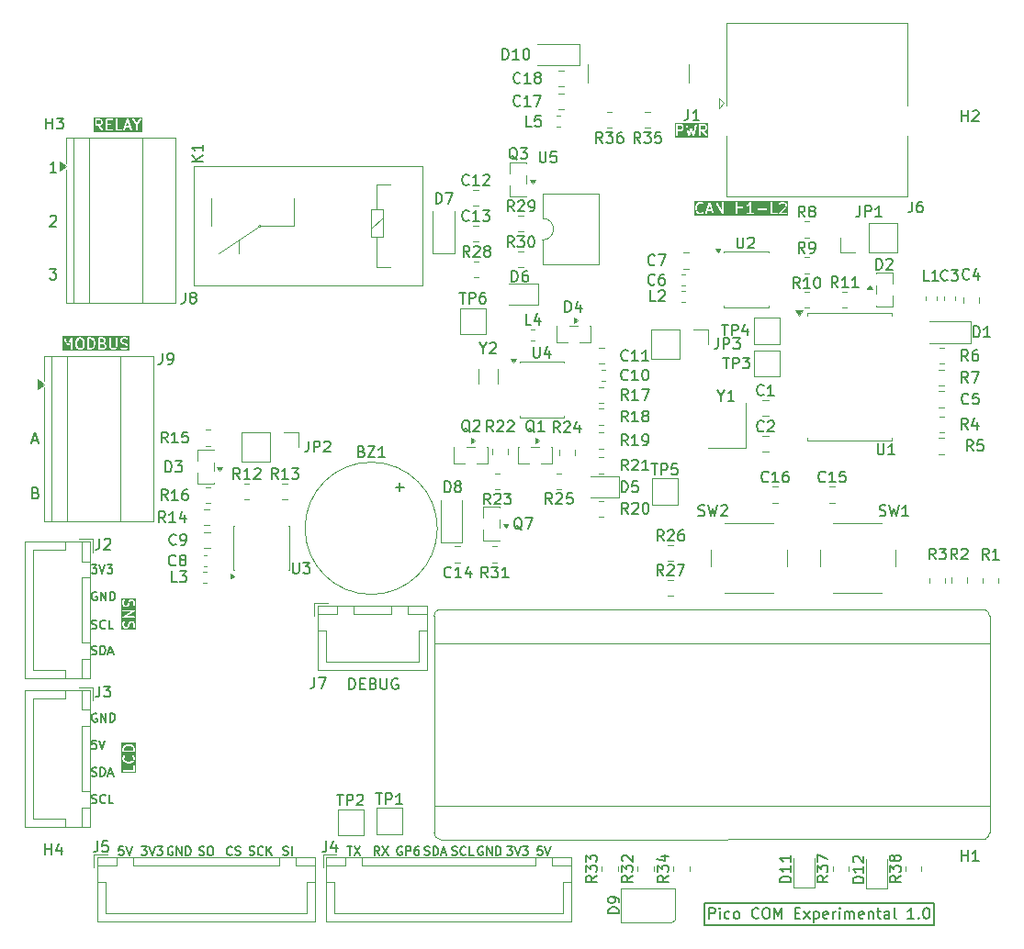
<source format=gbr>
%TF.GenerationSoftware,KiCad,Pcbnew,9.0.6-rc2*%
%TF.CreationDate,2025-10-26T22:09:15+01:00*%
%TF.ProjectId,CAN,43414e2e-6b69-4636-9164-5f7063625858,rev?*%
%TF.SameCoordinates,Original*%
%TF.FileFunction,Legend,Top*%
%TF.FilePolarity,Positive*%
%FSLAX46Y46*%
G04 Gerber Fmt 4.6, Leading zero omitted, Abs format (unit mm)*
G04 Created by KiCad (PCBNEW 9.0.6-rc2) date 2025-10-26 22:09:15*
%MOMM*%
%LPD*%
G01*
G04 APERTURE LIST*
%ADD10C,0.150000*%
%ADD11C,0.100000*%
%ADD12C,0.120000*%
G04 APERTURE END LIST*
D10*
X183000000Y-126650000D02*
X204200000Y-126650000D01*
X204200000Y-128750000D01*
X183000000Y-128750000D01*
X183000000Y-126650000D01*
G36*
X125617477Y-74664077D02*
G01*
X125689419Y-74736019D01*
X125729761Y-74897386D01*
X125729761Y-75212251D01*
X125689419Y-75373617D01*
X125617476Y-75445561D01*
X125548961Y-75479819D01*
X125393895Y-75479819D01*
X125325379Y-75445561D01*
X125253436Y-75373617D01*
X125213095Y-75212251D01*
X125213095Y-74897386D01*
X125253436Y-74736019D01*
X125325379Y-74664077D01*
X125393895Y-74629819D01*
X125548961Y-74629819D01*
X125617477Y-74664077D01*
G37*
G36*
X126573771Y-74667990D02*
G01*
X126647884Y-74742103D01*
X126686377Y-74819090D01*
X126729761Y-74992624D01*
X126729761Y-75117013D01*
X126686377Y-75290547D01*
X126647883Y-75367534D01*
X126573771Y-75441647D01*
X126459258Y-75479819D01*
X126308333Y-75479819D01*
X126308333Y-74629819D01*
X126459258Y-74629819D01*
X126573771Y-74667990D01*
G37*
G36*
X127669009Y-75144180D02*
G01*
X127695503Y-75170674D01*
X127729761Y-75239190D01*
X127729761Y-75346637D01*
X127695502Y-75415153D01*
X127665095Y-75445561D01*
X127596580Y-75479819D01*
X127308333Y-75479819D01*
X127308333Y-75106009D01*
X127554496Y-75106009D01*
X127669009Y-75144180D01*
G37*
G36*
X127617477Y-74664077D02*
G01*
X127647884Y-74694484D01*
X127682142Y-74763000D01*
X127682142Y-74822828D01*
X127647884Y-74891344D01*
X127617477Y-74921751D01*
X127548961Y-74956009D01*
X127308333Y-74956009D01*
X127308333Y-74629819D01*
X127548961Y-74629819D01*
X127617477Y-74664077D01*
G37*
G36*
X129990872Y-75740930D02*
G01*
X123856746Y-75740930D01*
X123856746Y-74554819D01*
X123967857Y-74554819D01*
X123967857Y-75554819D01*
X123969298Y-75569451D01*
X123980497Y-75596487D01*
X124001189Y-75617179D01*
X124028225Y-75628378D01*
X124057489Y-75628378D01*
X124084525Y-75617179D01*
X124105217Y-75596487D01*
X124116416Y-75569451D01*
X124117857Y-75554819D01*
X124117857Y-74892886D01*
X124308226Y-75300821D01*
X124311400Y-75306180D01*
X124312060Y-75307993D01*
X124313234Y-75309275D01*
X124315720Y-75313471D01*
X124324129Y-75321171D01*
X124331824Y-75329574D01*
X124334842Y-75330982D01*
X124337301Y-75333234D01*
X124348013Y-75337129D01*
X124358342Y-75341950D01*
X124361670Y-75342096D01*
X124364802Y-75343235D01*
X124376196Y-75342734D01*
X124387578Y-75343234D01*
X124390706Y-75342096D01*
X124394038Y-75341950D01*
X124404373Y-75337126D01*
X124415079Y-75333234D01*
X124417534Y-75330984D01*
X124420556Y-75329575D01*
X124428257Y-75321164D01*
X124436660Y-75313470D01*
X124439143Y-75309277D01*
X124440320Y-75307993D01*
X124440980Y-75306177D01*
X124444154Y-75300820D01*
X124634523Y-74892886D01*
X124634523Y-75554819D01*
X124635964Y-75569451D01*
X124647163Y-75596487D01*
X124667855Y-75617179D01*
X124694891Y-75628378D01*
X124724155Y-75628378D01*
X124751191Y-75617179D01*
X124771883Y-75596487D01*
X124783082Y-75569451D01*
X124784523Y-75554819D01*
X124784523Y-74888152D01*
X125063095Y-74888152D01*
X125063095Y-75221485D01*
X125063346Y-75224038D01*
X125063184Y-75225131D01*
X125063993Y-75230604D01*
X125064536Y-75236117D01*
X125064958Y-75237138D01*
X125065334Y-75239675D01*
X125112953Y-75430151D01*
X125117900Y-75443997D01*
X125121219Y-75448476D01*
X125123353Y-75453628D01*
X125132681Y-75464994D01*
X125227919Y-75560233D01*
X125233669Y-75564953D01*
X125234968Y-75566450D01*
X125237222Y-75567869D01*
X125239284Y-75569561D01*
X125241116Y-75570319D01*
X125247411Y-75574282D01*
X125342649Y-75621901D01*
X125356380Y-75627156D01*
X125359069Y-75627347D01*
X125361558Y-75628378D01*
X125376190Y-75629819D01*
X125566666Y-75629819D01*
X125581298Y-75628378D01*
X125583787Y-75627346D01*
X125586475Y-75627156D01*
X125600207Y-75621901D01*
X125695445Y-75574282D01*
X125701744Y-75570317D01*
X125703572Y-75569560D01*
X125705628Y-75567871D01*
X125707888Y-75566450D01*
X125709187Y-75564951D01*
X125714937Y-75560233D01*
X125810176Y-75464993D01*
X125819503Y-75453628D01*
X125821636Y-75448476D01*
X125824956Y-75443997D01*
X125829903Y-75430151D01*
X125877522Y-75239675D01*
X125877897Y-75237138D01*
X125878320Y-75236117D01*
X125878862Y-75230604D01*
X125879672Y-75225131D01*
X125879509Y-75224038D01*
X125879761Y-75221485D01*
X125879761Y-74888152D01*
X125879509Y-74885598D01*
X125879672Y-74884506D01*
X125878862Y-74879032D01*
X125878320Y-74873520D01*
X125877897Y-74872498D01*
X125877522Y-74869962D01*
X125829903Y-74679486D01*
X125824956Y-74665640D01*
X125821637Y-74661161D01*
X125819503Y-74656008D01*
X125810175Y-74644643D01*
X125720351Y-74554819D01*
X126158333Y-74554819D01*
X126158333Y-75554819D01*
X126159774Y-75569451D01*
X126170973Y-75596487D01*
X126191665Y-75617179D01*
X126218701Y-75628378D01*
X126233333Y-75629819D01*
X126471428Y-75629819D01*
X126478833Y-75629089D01*
X126480808Y-75629230D01*
X126483405Y-75628639D01*
X126486060Y-75628378D01*
X126487891Y-75627619D01*
X126495145Y-75625970D01*
X126638002Y-75578351D01*
X126651427Y-75572357D01*
X126653462Y-75570591D01*
X126655953Y-75569560D01*
X126667318Y-75560233D01*
X126762557Y-75464993D01*
X126767274Y-75459244D01*
X126768773Y-75457945D01*
X126770194Y-75455686D01*
X126771884Y-75453628D01*
X126772641Y-75451798D01*
X126776605Y-75445502D01*
X126824224Y-75350264D01*
X126824633Y-75349194D01*
X126824956Y-75348759D01*
X126827148Y-75342622D01*
X126829479Y-75336533D01*
X126829517Y-75335992D01*
X126829903Y-75334913D01*
X126877522Y-75144437D01*
X126877897Y-75141900D01*
X126878320Y-75140879D01*
X126878862Y-75135366D01*
X126879672Y-75129893D01*
X126879509Y-75128800D01*
X126879761Y-75126247D01*
X126879761Y-74983390D01*
X126879509Y-74980836D01*
X126879672Y-74979744D01*
X126878862Y-74974270D01*
X126878320Y-74968758D01*
X126877897Y-74967736D01*
X126877522Y-74965200D01*
X126829903Y-74774724D01*
X126829517Y-74773644D01*
X126829479Y-74773104D01*
X126827148Y-74767014D01*
X126824956Y-74760878D01*
X126824633Y-74760442D01*
X126824224Y-74759373D01*
X126776605Y-74664135D01*
X126772642Y-74657840D01*
X126771884Y-74656008D01*
X126770192Y-74653946D01*
X126768773Y-74651692D01*
X126767276Y-74650393D01*
X126762556Y-74644643D01*
X126672732Y-74554819D01*
X127158333Y-74554819D01*
X127158333Y-75554819D01*
X127159774Y-75569451D01*
X127170973Y-75596487D01*
X127191665Y-75617179D01*
X127218701Y-75628378D01*
X127233333Y-75629819D01*
X127614285Y-75629819D01*
X127628917Y-75628378D01*
X127631406Y-75627346D01*
X127634094Y-75627156D01*
X127647826Y-75621901D01*
X127743064Y-75574282D01*
X127749363Y-75570317D01*
X127751191Y-75569560D01*
X127753247Y-75567872D01*
X127755507Y-75566450D01*
X127756807Y-75564950D01*
X127762557Y-75560232D01*
X127810175Y-75512613D01*
X127814893Y-75506863D01*
X127816392Y-75505564D01*
X127817813Y-75503305D01*
X127819503Y-75501247D01*
X127820260Y-75499417D01*
X127824224Y-75493121D01*
X127871843Y-75397883D01*
X127877098Y-75384152D01*
X127877289Y-75381462D01*
X127878320Y-75378974D01*
X127879761Y-75364342D01*
X127879761Y-75221485D01*
X127878320Y-75206853D01*
X127877289Y-75204364D01*
X127877098Y-75201675D01*
X127871843Y-75187944D01*
X127824224Y-75092706D01*
X127820259Y-75086406D01*
X127819502Y-75084579D01*
X127817813Y-75082522D01*
X127816392Y-75080263D01*
X127814893Y-75078963D01*
X127810175Y-75073214D01*
X127762556Y-75025595D01*
X127751191Y-75016268D01*
X127748700Y-75015236D01*
X127746665Y-75013471D01*
X127740597Y-75010762D01*
X127762556Y-74988804D01*
X127767274Y-74983054D01*
X127768773Y-74981755D01*
X127770194Y-74979495D01*
X127771883Y-74977439D01*
X127772640Y-74975611D01*
X127776605Y-74969312D01*
X127824224Y-74874074D01*
X127829479Y-74860343D01*
X127829670Y-74857653D01*
X127830701Y-74855165D01*
X127832142Y-74840533D01*
X127832142Y-74745295D01*
X127830701Y-74730663D01*
X127829670Y-74728174D01*
X127829479Y-74725485D01*
X127824224Y-74711754D01*
X127776605Y-74616516D01*
X127772640Y-74610216D01*
X127771883Y-74608389D01*
X127770194Y-74606332D01*
X127768773Y-74604073D01*
X127767274Y-74602773D01*
X127762556Y-74597024D01*
X127720351Y-74554819D01*
X128158333Y-74554819D01*
X128158333Y-75364342D01*
X128159774Y-75378974D01*
X128160805Y-75381463D01*
X128160996Y-75384151D01*
X128166251Y-75397883D01*
X128213870Y-75493121D01*
X128217833Y-75499417D01*
X128218591Y-75501247D01*
X128220280Y-75503305D01*
X128221702Y-75505564D01*
X128223200Y-75506863D01*
X128227918Y-75512612D01*
X128275537Y-75560232D01*
X128281286Y-75564950D01*
X128282587Y-75566450D01*
X128284846Y-75567872D01*
X128286903Y-75569560D01*
X128288730Y-75570317D01*
X128295030Y-75574282D01*
X128390268Y-75621901D01*
X128403999Y-75627156D01*
X128406688Y-75627347D01*
X128409177Y-75628378D01*
X128423809Y-75629819D01*
X128614285Y-75629819D01*
X128628917Y-75628378D01*
X128631406Y-75627346D01*
X128634094Y-75627156D01*
X128647826Y-75621901D01*
X128743064Y-75574282D01*
X128749363Y-75570317D01*
X128751191Y-75569560D01*
X128753247Y-75567872D01*
X128755507Y-75566450D01*
X128756807Y-75564950D01*
X128762557Y-75560232D01*
X128810175Y-75512613D01*
X128814893Y-75506863D01*
X128816392Y-75505564D01*
X128817813Y-75503305D01*
X128819503Y-75501247D01*
X128820260Y-75499417D01*
X128824224Y-75493121D01*
X128871843Y-75397883D01*
X128877098Y-75384152D01*
X128877289Y-75381462D01*
X128878320Y-75378974D01*
X128879761Y-75364342D01*
X128879761Y-74745295D01*
X129158333Y-74745295D01*
X129158333Y-74840533D01*
X129159774Y-74855165D01*
X129160805Y-74857654D01*
X129160996Y-74860342D01*
X129166251Y-74874074D01*
X129213870Y-74969312D01*
X129217834Y-74975611D01*
X129218592Y-74977439D01*
X129220280Y-74979495D01*
X129221702Y-74981755D01*
X129223200Y-74983054D01*
X129227919Y-74988804D01*
X129275538Y-75036423D01*
X129281287Y-75041141D01*
X129282587Y-75042640D01*
X129284846Y-75044061D01*
X129286903Y-75045750D01*
X129288730Y-75046507D01*
X129295030Y-75050472D01*
X129390268Y-75098091D01*
X129391337Y-75098500D01*
X129391773Y-75098823D01*
X129397909Y-75101015D01*
X129403999Y-75103346D01*
X129404539Y-75103384D01*
X129405619Y-75103770D01*
X129588109Y-75149392D01*
X129665096Y-75187886D01*
X129695503Y-75218293D01*
X129729761Y-75286809D01*
X129729761Y-75346637D01*
X129695502Y-75415153D01*
X129665095Y-75445561D01*
X129596580Y-75479819D01*
X129388360Y-75479819D01*
X129257050Y-75436049D01*
X129242713Y-75432789D01*
X129213523Y-75434864D01*
X129187350Y-75447950D01*
X129168176Y-75470057D01*
X129158922Y-75497820D01*
X129160997Y-75527010D01*
X129174083Y-75553183D01*
X129196190Y-75572357D01*
X129209616Y-75578351D01*
X129352472Y-75625970D01*
X129359727Y-75627619D01*
X129361558Y-75628378D01*
X129364211Y-75628639D01*
X129366809Y-75629230D01*
X129368783Y-75629089D01*
X129376190Y-75629819D01*
X129614285Y-75629819D01*
X129628917Y-75628378D01*
X129631406Y-75627346D01*
X129634094Y-75627156D01*
X129647826Y-75621901D01*
X129743064Y-75574282D01*
X129749363Y-75570317D01*
X129751191Y-75569560D01*
X129753247Y-75567872D01*
X129755507Y-75566450D01*
X129756807Y-75564950D01*
X129762557Y-75560232D01*
X129810175Y-75512613D01*
X129814893Y-75506863D01*
X129816392Y-75505564D01*
X129817813Y-75503305D01*
X129819503Y-75501247D01*
X129820260Y-75499417D01*
X129824224Y-75493121D01*
X129871843Y-75397883D01*
X129877098Y-75384152D01*
X129877289Y-75381462D01*
X129878320Y-75378974D01*
X129879761Y-75364342D01*
X129879761Y-75269104D01*
X129878320Y-75254472D01*
X129877289Y-75251983D01*
X129877098Y-75249294D01*
X129871843Y-75235563D01*
X129824224Y-75140325D01*
X129820259Y-75134025D01*
X129819502Y-75132198D01*
X129817813Y-75130141D01*
X129816392Y-75127882D01*
X129814893Y-75126582D01*
X129810175Y-75120833D01*
X129762556Y-75073214D01*
X129756806Y-75068495D01*
X129755507Y-75066997D01*
X129753247Y-75065575D01*
X129751191Y-75063887D01*
X129749363Y-75063129D01*
X129743064Y-75059165D01*
X129647826Y-75011546D01*
X129646756Y-75011136D01*
X129646321Y-75010814D01*
X129640175Y-75008618D01*
X129634094Y-75006291D01*
X129633554Y-75006252D01*
X129632475Y-75005867D01*
X129449985Y-74960244D01*
X129372998Y-74921751D01*
X129342591Y-74891344D01*
X129308333Y-74822828D01*
X129308333Y-74763000D01*
X129342591Y-74694484D01*
X129372998Y-74664077D01*
X129441514Y-74629819D01*
X129649734Y-74629819D01*
X129781043Y-74673589D01*
X129795380Y-74676849D01*
X129824570Y-74674774D01*
X129850744Y-74661688D01*
X129869918Y-74639580D01*
X129879172Y-74611818D01*
X129877097Y-74582628D01*
X129864010Y-74556455D01*
X129841903Y-74537281D01*
X129828478Y-74531287D01*
X129685621Y-74483668D01*
X129678367Y-74482018D01*
X129676536Y-74481260D01*
X129673881Y-74480998D01*
X129671284Y-74480408D01*
X129669309Y-74480548D01*
X129661904Y-74479819D01*
X129423809Y-74479819D01*
X129409177Y-74481260D01*
X129406688Y-74482290D01*
X129403999Y-74482482D01*
X129390268Y-74487737D01*
X129295030Y-74535356D01*
X129288730Y-74539320D01*
X129286903Y-74540078D01*
X129284846Y-74541766D01*
X129282587Y-74543188D01*
X129281287Y-74544686D01*
X129275538Y-74549405D01*
X129227919Y-74597024D01*
X129223200Y-74602773D01*
X129221702Y-74604073D01*
X129220280Y-74606332D01*
X129218592Y-74608389D01*
X129217834Y-74610216D01*
X129213870Y-74616516D01*
X129166251Y-74711754D01*
X129160996Y-74725486D01*
X129160805Y-74728173D01*
X129159774Y-74730663D01*
X129158333Y-74745295D01*
X128879761Y-74745295D01*
X128879761Y-74554819D01*
X128878320Y-74540187D01*
X128867121Y-74513151D01*
X128846429Y-74492459D01*
X128819393Y-74481260D01*
X128790129Y-74481260D01*
X128763093Y-74492459D01*
X128742401Y-74513151D01*
X128731202Y-74540187D01*
X128729761Y-74554819D01*
X128729761Y-75346637D01*
X128695502Y-75415153D01*
X128665095Y-75445561D01*
X128596580Y-75479819D01*
X128441514Y-75479819D01*
X128372998Y-75445561D01*
X128342591Y-75415153D01*
X128308333Y-75346637D01*
X128308333Y-74554819D01*
X128306892Y-74540187D01*
X128295693Y-74513151D01*
X128275001Y-74492459D01*
X128247965Y-74481260D01*
X128218701Y-74481260D01*
X128191665Y-74492459D01*
X128170973Y-74513151D01*
X128159774Y-74540187D01*
X128158333Y-74554819D01*
X127720351Y-74554819D01*
X127714937Y-74549405D01*
X127709187Y-74544686D01*
X127707888Y-74543188D01*
X127705628Y-74541766D01*
X127703572Y-74540078D01*
X127701744Y-74539320D01*
X127695445Y-74535356D01*
X127600207Y-74487737D01*
X127586475Y-74482482D01*
X127583787Y-74482291D01*
X127581298Y-74481260D01*
X127566666Y-74479819D01*
X127233333Y-74479819D01*
X127218701Y-74481260D01*
X127191665Y-74492459D01*
X127170973Y-74513151D01*
X127159774Y-74540187D01*
X127158333Y-74554819D01*
X126672732Y-74554819D01*
X126667318Y-74549405D01*
X126655953Y-74540078D01*
X126653462Y-74539046D01*
X126651427Y-74537281D01*
X126638002Y-74531287D01*
X126495145Y-74483668D01*
X126487891Y-74482018D01*
X126486060Y-74481260D01*
X126483405Y-74480998D01*
X126480808Y-74480408D01*
X126478833Y-74480548D01*
X126471428Y-74479819D01*
X126233333Y-74479819D01*
X126218701Y-74481260D01*
X126191665Y-74492459D01*
X126170973Y-74513151D01*
X126159774Y-74540187D01*
X126158333Y-74554819D01*
X125720351Y-74554819D01*
X125714937Y-74549405D01*
X125709187Y-74544686D01*
X125707888Y-74543188D01*
X125705628Y-74541766D01*
X125703572Y-74540078D01*
X125701744Y-74539320D01*
X125695445Y-74535356D01*
X125600207Y-74487737D01*
X125586475Y-74482482D01*
X125583787Y-74482291D01*
X125581298Y-74481260D01*
X125566666Y-74479819D01*
X125376190Y-74479819D01*
X125361558Y-74481260D01*
X125359069Y-74482290D01*
X125356380Y-74482482D01*
X125342649Y-74487737D01*
X125247411Y-74535356D01*
X125241116Y-74539318D01*
X125239284Y-74540077D01*
X125237222Y-74541768D01*
X125234968Y-74543188D01*
X125233669Y-74544684D01*
X125227919Y-74549405D01*
X125132681Y-74644643D01*
X125123354Y-74656008D01*
X125121220Y-74661158D01*
X125117900Y-74665640D01*
X125112953Y-74679486D01*
X125065334Y-74869962D01*
X125064958Y-74872498D01*
X125064536Y-74873520D01*
X125063993Y-74879032D01*
X125063184Y-74884506D01*
X125063346Y-74885598D01*
X125063095Y-74888152D01*
X124784523Y-74888152D01*
X124784523Y-74554819D01*
X124783575Y-74545197D01*
X124783653Y-74543431D01*
X124783308Y-74542482D01*
X124783082Y-74540187D01*
X124778100Y-74528160D01*
X124773653Y-74515930D01*
X124772523Y-74514696D01*
X124771883Y-74513151D01*
X124762683Y-74503951D01*
X124753889Y-74494348D01*
X124752372Y-74493640D01*
X124751191Y-74492459D01*
X124739178Y-74487482D01*
X124727371Y-74481973D01*
X124725698Y-74481899D01*
X124724155Y-74481260D01*
X124711149Y-74481260D01*
X124698135Y-74480688D01*
X124696562Y-74481260D01*
X124694891Y-74481260D01*
X124682872Y-74486238D01*
X124670634Y-74490689D01*
X124669400Y-74491819D01*
X124667855Y-74492459D01*
X124658656Y-74501657D01*
X124649053Y-74510452D01*
X124647877Y-74512436D01*
X124647163Y-74513151D01*
X124646486Y-74514784D01*
X124641559Y-74523102D01*
X124376189Y-75091750D01*
X124110821Y-74523103D01*
X124105895Y-74514787D01*
X124105217Y-74513151D01*
X124104501Y-74512435D01*
X124103327Y-74510453D01*
X124093730Y-74501664D01*
X124084525Y-74492459D01*
X124082979Y-74491818D01*
X124081746Y-74490689D01*
X124069515Y-74486241D01*
X124057489Y-74481260D01*
X124055815Y-74481260D01*
X124054245Y-74480689D01*
X124041244Y-74481260D01*
X124028225Y-74481260D01*
X124026680Y-74481899D01*
X124025009Y-74481973D01*
X124013210Y-74487479D01*
X124001189Y-74492459D01*
X124000006Y-74493641D01*
X123998491Y-74494349D01*
X123989702Y-74503945D01*
X123980497Y-74513151D01*
X123979856Y-74514696D01*
X123978727Y-74515930D01*
X123974279Y-74528160D01*
X123969298Y-74540187D01*
X123969071Y-74542482D01*
X123968727Y-74543431D01*
X123968804Y-74545197D01*
X123967857Y-74554819D01*
X123856746Y-74554819D01*
X123856746Y-74368708D01*
X129990872Y-74368708D01*
X129990872Y-75740930D01*
G37*
X162590476Y-121500390D02*
X162514286Y-121462295D01*
X162514286Y-121462295D02*
X162400000Y-121462295D01*
X162400000Y-121462295D02*
X162285714Y-121500390D01*
X162285714Y-121500390D02*
X162209524Y-121576580D01*
X162209524Y-121576580D02*
X162171429Y-121652771D01*
X162171429Y-121652771D02*
X162133333Y-121805152D01*
X162133333Y-121805152D02*
X162133333Y-121919438D01*
X162133333Y-121919438D02*
X162171429Y-122071819D01*
X162171429Y-122071819D02*
X162209524Y-122148009D01*
X162209524Y-122148009D02*
X162285714Y-122224200D01*
X162285714Y-122224200D02*
X162400000Y-122262295D01*
X162400000Y-122262295D02*
X162476191Y-122262295D01*
X162476191Y-122262295D02*
X162590476Y-122224200D01*
X162590476Y-122224200D02*
X162628572Y-122186104D01*
X162628572Y-122186104D02*
X162628572Y-121919438D01*
X162628572Y-121919438D02*
X162476191Y-121919438D01*
X162971429Y-122262295D02*
X162971429Y-121462295D01*
X162971429Y-121462295D02*
X163428572Y-122262295D01*
X163428572Y-122262295D02*
X163428572Y-121462295D01*
X163809524Y-122262295D02*
X163809524Y-121462295D01*
X163809524Y-121462295D02*
X164000000Y-121462295D01*
X164000000Y-121462295D02*
X164114286Y-121500390D01*
X164114286Y-121500390D02*
X164190476Y-121576580D01*
X164190476Y-121576580D02*
X164228571Y-121652771D01*
X164228571Y-121652771D02*
X164266667Y-121805152D01*
X164266667Y-121805152D02*
X164266667Y-121919438D01*
X164266667Y-121919438D02*
X164228571Y-122071819D01*
X164228571Y-122071819D02*
X164190476Y-122148009D01*
X164190476Y-122148009D02*
X164114286Y-122224200D01*
X164114286Y-122224200D02*
X164000000Y-122262295D01*
X164000000Y-122262295D02*
X163809524Y-122262295D01*
X159747618Y-122224200D02*
X159861904Y-122262295D01*
X159861904Y-122262295D02*
X160052380Y-122262295D01*
X160052380Y-122262295D02*
X160128571Y-122224200D01*
X160128571Y-122224200D02*
X160166666Y-122186104D01*
X160166666Y-122186104D02*
X160204761Y-122109914D01*
X160204761Y-122109914D02*
X160204761Y-122033723D01*
X160204761Y-122033723D02*
X160166666Y-121957533D01*
X160166666Y-121957533D02*
X160128571Y-121919438D01*
X160128571Y-121919438D02*
X160052380Y-121881342D01*
X160052380Y-121881342D02*
X159899999Y-121843247D01*
X159899999Y-121843247D02*
X159823809Y-121805152D01*
X159823809Y-121805152D02*
X159785714Y-121767057D01*
X159785714Y-121767057D02*
X159747618Y-121690866D01*
X159747618Y-121690866D02*
X159747618Y-121614676D01*
X159747618Y-121614676D02*
X159785714Y-121538485D01*
X159785714Y-121538485D02*
X159823809Y-121500390D01*
X159823809Y-121500390D02*
X159899999Y-121462295D01*
X159899999Y-121462295D02*
X160090476Y-121462295D01*
X160090476Y-121462295D02*
X160204761Y-121500390D01*
X161004762Y-122186104D02*
X160966666Y-122224200D01*
X160966666Y-122224200D02*
X160852381Y-122262295D01*
X160852381Y-122262295D02*
X160776190Y-122262295D01*
X160776190Y-122262295D02*
X160661904Y-122224200D01*
X160661904Y-122224200D02*
X160585714Y-122148009D01*
X160585714Y-122148009D02*
X160547619Y-122071819D01*
X160547619Y-122071819D02*
X160509523Y-121919438D01*
X160509523Y-121919438D02*
X160509523Y-121805152D01*
X160509523Y-121805152D02*
X160547619Y-121652771D01*
X160547619Y-121652771D02*
X160585714Y-121576580D01*
X160585714Y-121576580D02*
X160661904Y-121500390D01*
X160661904Y-121500390D02*
X160776190Y-121462295D01*
X160776190Y-121462295D02*
X160852381Y-121462295D01*
X160852381Y-121462295D02*
X160966666Y-121500390D01*
X160966666Y-121500390D02*
X161004762Y-121538485D01*
X161728571Y-122262295D02*
X161347619Y-122262295D01*
X161347619Y-122262295D02*
X161347619Y-121462295D01*
X131109523Y-121462295D02*
X131604761Y-121462295D01*
X131604761Y-121462295D02*
X131338095Y-121767057D01*
X131338095Y-121767057D02*
X131452380Y-121767057D01*
X131452380Y-121767057D02*
X131528571Y-121805152D01*
X131528571Y-121805152D02*
X131566666Y-121843247D01*
X131566666Y-121843247D02*
X131604761Y-121919438D01*
X131604761Y-121919438D02*
X131604761Y-122109914D01*
X131604761Y-122109914D02*
X131566666Y-122186104D01*
X131566666Y-122186104D02*
X131528571Y-122224200D01*
X131528571Y-122224200D02*
X131452380Y-122262295D01*
X131452380Y-122262295D02*
X131223809Y-122262295D01*
X131223809Y-122262295D02*
X131147618Y-122224200D01*
X131147618Y-122224200D02*
X131109523Y-122186104D01*
X131833333Y-121462295D02*
X132100000Y-122262295D01*
X132100000Y-122262295D02*
X132366666Y-121462295D01*
X132557142Y-121462295D02*
X133052380Y-121462295D01*
X133052380Y-121462295D02*
X132785714Y-121767057D01*
X132785714Y-121767057D02*
X132899999Y-121767057D01*
X132899999Y-121767057D02*
X132976190Y-121805152D01*
X132976190Y-121805152D02*
X133014285Y-121843247D01*
X133014285Y-121843247D02*
X133052380Y-121919438D01*
X133052380Y-121919438D02*
X133052380Y-122109914D01*
X133052380Y-122109914D02*
X133014285Y-122186104D01*
X133014285Y-122186104D02*
X132976190Y-122224200D01*
X132976190Y-122224200D02*
X132899999Y-122262295D01*
X132899999Y-122262295D02*
X132671428Y-122262295D01*
X132671428Y-122262295D02*
X132595237Y-122224200D01*
X132595237Y-122224200D02*
X132557142Y-122186104D01*
G36*
X127355572Y-54464077D02*
G01*
X127385979Y-54494484D01*
X127420237Y-54563000D01*
X127420237Y-54670447D01*
X127385979Y-54738963D01*
X127355572Y-54769370D01*
X127287056Y-54803628D01*
X126998809Y-54803628D01*
X126998809Y-54429819D01*
X127287056Y-54429819D01*
X127355572Y-54464077D01*
G37*
G36*
X129962609Y-54994104D02*
G01*
X129694533Y-54994104D01*
X129828571Y-54591989D01*
X129962609Y-54994104D01*
G37*
G36*
X131205139Y-55540930D02*
G01*
X126737698Y-55540930D01*
X126737698Y-54354819D01*
X126848809Y-54354819D01*
X126848809Y-55354819D01*
X126850250Y-55369451D01*
X126861449Y-55396487D01*
X126882141Y-55417179D01*
X126909177Y-55428378D01*
X126938441Y-55428378D01*
X126965477Y-55417179D01*
X126986169Y-55396487D01*
X126997368Y-55369451D01*
X126998809Y-55354819D01*
X126998809Y-54953628D01*
X127122855Y-54953628D01*
X127433795Y-55397829D01*
X127443366Y-55408989D01*
X127468045Y-55424716D01*
X127496862Y-55429802D01*
X127525433Y-55423472D01*
X127549407Y-55406690D01*
X127565134Y-55382012D01*
X127570219Y-55353194D01*
X127563890Y-55324623D01*
X127556680Y-55311810D01*
X127305876Y-54953518D01*
X127319393Y-54952187D01*
X127321882Y-54951155D01*
X127324570Y-54950965D01*
X127338302Y-54945710D01*
X127433540Y-54898091D01*
X127439839Y-54894126D01*
X127441667Y-54893369D01*
X127443723Y-54891680D01*
X127445983Y-54890259D01*
X127447282Y-54888760D01*
X127453032Y-54884042D01*
X127500651Y-54836423D01*
X127505369Y-54830673D01*
X127506868Y-54829374D01*
X127508289Y-54827114D01*
X127509978Y-54825058D01*
X127510735Y-54823230D01*
X127514700Y-54816931D01*
X127562319Y-54721693D01*
X127567574Y-54707962D01*
X127567765Y-54705272D01*
X127568796Y-54702784D01*
X127570237Y-54688152D01*
X127570237Y-54545295D01*
X127568796Y-54530663D01*
X127567765Y-54528174D01*
X127567574Y-54525485D01*
X127562319Y-54511754D01*
X127514700Y-54416516D01*
X127510735Y-54410216D01*
X127509978Y-54408389D01*
X127508289Y-54406332D01*
X127506868Y-54404073D01*
X127505369Y-54402773D01*
X127500651Y-54397024D01*
X127458446Y-54354819D01*
X127848809Y-54354819D01*
X127848809Y-55354819D01*
X127850250Y-55369451D01*
X127861449Y-55396487D01*
X127882141Y-55417179D01*
X127909177Y-55428378D01*
X127923809Y-55429819D01*
X128399999Y-55429819D01*
X128414631Y-55428378D01*
X128441667Y-55417179D01*
X128462359Y-55396487D01*
X128473558Y-55369451D01*
X128473558Y-55340187D01*
X128462359Y-55313151D01*
X128441667Y-55292459D01*
X128414631Y-55281260D01*
X128399999Y-55279819D01*
X127998809Y-55279819D01*
X127998809Y-54906009D01*
X128257142Y-54906009D01*
X128271774Y-54904568D01*
X128298810Y-54893369D01*
X128319502Y-54872677D01*
X128330701Y-54845641D01*
X128330701Y-54816377D01*
X128319502Y-54789341D01*
X128298810Y-54768649D01*
X128271774Y-54757450D01*
X128257142Y-54756009D01*
X127998809Y-54756009D01*
X127998809Y-54429819D01*
X128399999Y-54429819D01*
X128414631Y-54428378D01*
X128441667Y-54417179D01*
X128462359Y-54396487D01*
X128473558Y-54369451D01*
X128473558Y-54354819D01*
X128753571Y-54354819D01*
X128753571Y-55354819D01*
X128755012Y-55369451D01*
X128766211Y-55396487D01*
X128786903Y-55417179D01*
X128813939Y-55428378D01*
X128828571Y-55429819D01*
X129304761Y-55429819D01*
X129319393Y-55428378D01*
X129346429Y-55417179D01*
X129367121Y-55396487D01*
X129378320Y-55369451D01*
X129378320Y-55345439D01*
X129420827Y-55345439D01*
X129422902Y-55374629D01*
X129435988Y-55400802D01*
X129458095Y-55419976D01*
X129485858Y-55429230D01*
X129515048Y-55427155D01*
X129541221Y-55414069D01*
X129560395Y-55391962D01*
X129566389Y-55378536D01*
X129644533Y-55144104D01*
X130012609Y-55144104D01*
X130090753Y-55378536D01*
X130096747Y-55391961D01*
X130115921Y-55414068D01*
X130142094Y-55427155D01*
X130171284Y-55429230D01*
X130199046Y-55419976D01*
X130221154Y-55400802D01*
X130234240Y-55374628D01*
X130236315Y-55345438D01*
X130233055Y-55331102D01*
X129907070Y-54353145D01*
X130277400Y-54353145D01*
X130282467Y-54381967D01*
X130289106Y-54395085D01*
X130610714Y-54900469D01*
X130610714Y-55354819D01*
X130612155Y-55369451D01*
X130623354Y-55396487D01*
X130644046Y-55417179D01*
X130671082Y-55428378D01*
X130700346Y-55428378D01*
X130727382Y-55417179D01*
X130748074Y-55396487D01*
X130759273Y-55369451D01*
X130760714Y-55354819D01*
X130760714Y-54900468D01*
X131082322Y-54395084D01*
X131088962Y-54381966D01*
X131094028Y-54353145D01*
X131087680Y-54324579D01*
X131070884Y-54300615D01*
X131046195Y-54284904D01*
X131017373Y-54279838D01*
X130988807Y-54286186D01*
X130964844Y-54302982D01*
X130955772Y-54314553D01*
X130685713Y-54738930D01*
X130415656Y-54314553D01*
X130406584Y-54302983D01*
X130382621Y-54286186D01*
X130354055Y-54279838D01*
X130325233Y-54284905D01*
X130300545Y-54300616D01*
X130283748Y-54324579D01*
X130277400Y-54353145D01*
X129907070Y-54353145D01*
X129899722Y-54331102D01*
X129893728Y-54317676D01*
X129890216Y-54313627D01*
X129887821Y-54308836D01*
X129880717Y-54302674D01*
X129874554Y-54295569D01*
X129869760Y-54293172D01*
X129865713Y-54289662D01*
X129856791Y-54286688D01*
X129848381Y-54282483D01*
X129843036Y-54282103D01*
X129837951Y-54280408D01*
X129828571Y-54281074D01*
X129819191Y-54280408D01*
X129814105Y-54282103D01*
X129808761Y-54282483D01*
X129800353Y-54286687D01*
X129791428Y-54289662D01*
X129787377Y-54293175D01*
X129782588Y-54295570D01*
X129776429Y-54302670D01*
X129769321Y-54308836D01*
X129766924Y-54313629D01*
X129763414Y-54317677D01*
X129757420Y-54331102D01*
X129424087Y-55331102D01*
X129420827Y-55345439D01*
X129378320Y-55345439D01*
X129378320Y-55340187D01*
X129367121Y-55313151D01*
X129346429Y-55292459D01*
X129319393Y-55281260D01*
X129304761Y-55279819D01*
X128903571Y-55279819D01*
X128903571Y-54354819D01*
X128902130Y-54340187D01*
X128890931Y-54313151D01*
X128870239Y-54292459D01*
X128843203Y-54281260D01*
X128813939Y-54281260D01*
X128786903Y-54292459D01*
X128766211Y-54313151D01*
X128755012Y-54340187D01*
X128753571Y-54354819D01*
X128473558Y-54354819D01*
X128473558Y-54340187D01*
X128462359Y-54313151D01*
X128441667Y-54292459D01*
X128414631Y-54281260D01*
X128399999Y-54279819D01*
X127923809Y-54279819D01*
X127909177Y-54281260D01*
X127882141Y-54292459D01*
X127861449Y-54313151D01*
X127850250Y-54340187D01*
X127848809Y-54354819D01*
X127458446Y-54354819D01*
X127453032Y-54349405D01*
X127447282Y-54344686D01*
X127445983Y-54343188D01*
X127443723Y-54341766D01*
X127441667Y-54340078D01*
X127439839Y-54339320D01*
X127433540Y-54335356D01*
X127338302Y-54287737D01*
X127324570Y-54282482D01*
X127321882Y-54282291D01*
X127319393Y-54281260D01*
X127304761Y-54279819D01*
X126923809Y-54279819D01*
X126909177Y-54281260D01*
X126882141Y-54292459D01*
X126861449Y-54313151D01*
X126850250Y-54340187D01*
X126848809Y-54354819D01*
X126737698Y-54354819D01*
X126737698Y-54168708D01*
X131205139Y-54168708D01*
X131205139Y-55540930D01*
G37*
X121061905Y-83969104D02*
X121538095Y-83969104D01*
X120966667Y-84254819D02*
X121300000Y-83254819D01*
X121300000Y-83254819D02*
X121633333Y-84254819D01*
X139466667Y-122186104D02*
X139428571Y-122224200D01*
X139428571Y-122224200D02*
X139314286Y-122262295D01*
X139314286Y-122262295D02*
X139238095Y-122262295D01*
X139238095Y-122262295D02*
X139123809Y-122224200D01*
X139123809Y-122224200D02*
X139047619Y-122148009D01*
X139047619Y-122148009D02*
X139009524Y-122071819D01*
X139009524Y-122071819D02*
X138971428Y-121919438D01*
X138971428Y-121919438D02*
X138971428Y-121805152D01*
X138971428Y-121805152D02*
X139009524Y-121652771D01*
X139009524Y-121652771D02*
X139047619Y-121576580D01*
X139047619Y-121576580D02*
X139123809Y-121500390D01*
X139123809Y-121500390D02*
X139238095Y-121462295D01*
X139238095Y-121462295D02*
X139314286Y-121462295D01*
X139314286Y-121462295D02*
X139428571Y-121500390D01*
X139428571Y-121500390D02*
X139466667Y-121538485D01*
X139771428Y-122224200D02*
X139885714Y-122262295D01*
X139885714Y-122262295D02*
X140076190Y-122262295D01*
X140076190Y-122262295D02*
X140152381Y-122224200D01*
X140152381Y-122224200D02*
X140190476Y-122186104D01*
X140190476Y-122186104D02*
X140228571Y-122109914D01*
X140228571Y-122109914D02*
X140228571Y-122033723D01*
X140228571Y-122033723D02*
X140190476Y-121957533D01*
X140190476Y-121957533D02*
X140152381Y-121919438D01*
X140152381Y-121919438D02*
X140076190Y-121881342D01*
X140076190Y-121881342D02*
X139923809Y-121843247D01*
X139923809Y-121843247D02*
X139847619Y-121805152D01*
X139847619Y-121805152D02*
X139809524Y-121767057D01*
X139809524Y-121767057D02*
X139771428Y-121690866D01*
X139771428Y-121690866D02*
X139771428Y-121614676D01*
X139771428Y-121614676D02*
X139809524Y-121538485D01*
X139809524Y-121538485D02*
X139847619Y-121500390D01*
X139847619Y-121500390D02*
X139923809Y-121462295D01*
X139923809Y-121462295D02*
X140114286Y-121462295D01*
X140114286Y-121462295D02*
X140228571Y-121500390D01*
X168047619Y-121462295D02*
X167666667Y-121462295D01*
X167666667Y-121462295D02*
X167628571Y-121843247D01*
X167628571Y-121843247D02*
X167666667Y-121805152D01*
X167666667Y-121805152D02*
X167742857Y-121767057D01*
X167742857Y-121767057D02*
X167933333Y-121767057D01*
X167933333Y-121767057D02*
X168009524Y-121805152D01*
X168009524Y-121805152D02*
X168047619Y-121843247D01*
X168047619Y-121843247D02*
X168085714Y-121919438D01*
X168085714Y-121919438D02*
X168085714Y-122109914D01*
X168085714Y-122109914D02*
X168047619Y-122186104D01*
X168047619Y-122186104D02*
X168009524Y-122224200D01*
X168009524Y-122224200D02*
X167933333Y-122262295D01*
X167933333Y-122262295D02*
X167742857Y-122262295D01*
X167742857Y-122262295D02*
X167666667Y-122224200D01*
X167666667Y-122224200D02*
X167628571Y-122186104D01*
X168314286Y-121462295D02*
X168580953Y-122262295D01*
X168580953Y-122262295D02*
X168847619Y-121462295D01*
X141071428Y-122224200D02*
X141185714Y-122262295D01*
X141185714Y-122262295D02*
X141376190Y-122262295D01*
X141376190Y-122262295D02*
X141452381Y-122224200D01*
X141452381Y-122224200D02*
X141490476Y-122186104D01*
X141490476Y-122186104D02*
X141528571Y-122109914D01*
X141528571Y-122109914D02*
X141528571Y-122033723D01*
X141528571Y-122033723D02*
X141490476Y-121957533D01*
X141490476Y-121957533D02*
X141452381Y-121919438D01*
X141452381Y-121919438D02*
X141376190Y-121881342D01*
X141376190Y-121881342D02*
X141223809Y-121843247D01*
X141223809Y-121843247D02*
X141147619Y-121805152D01*
X141147619Y-121805152D02*
X141109524Y-121767057D01*
X141109524Y-121767057D02*
X141071428Y-121690866D01*
X141071428Y-121690866D02*
X141071428Y-121614676D01*
X141071428Y-121614676D02*
X141109524Y-121538485D01*
X141109524Y-121538485D02*
X141147619Y-121500390D01*
X141147619Y-121500390D02*
X141223809Y-121462295D01*
X141223809Y-121462295D02*
X141414286Y-121462295D01*
X141414286Y-121462295D02*
X141528571Y-121500390D01*
X142328572Y-122186104D02*
X142290476Y-122224200D01*
X142290476Y-122224200D02*
X142176191Y-122262295D01*
X142176191Y-122262295D02*
X142100000Y-122262295D01*
X142100000Y-122262295D02*
X141985714Y-122224200D01*
X141985714Y-122224200D02*
X141909524Y-122148009D01*
X141909524Y-122148009D02*
X141871429Y-122071819D01*
X141871429Y-122071819D02*
X141833333Y-121919438D01*
X141833333Y-121919438D02*
X141833333Y-121805152D01*
X141833333Y-121805152D02*
X141871429Y-121652771D01*
X141871429Y-121652771D02*
X141909524Y-121576580D01*
X141909524Y-121576580D02*
X141985714Y-121500390D01*
X141985714Y-121500390D02*
X142100000Y-121462295D01*
X142100000Y-121462295D02*
X142176191Y-121462295D01*
X142176191Y-121462295D02*
X142290476Y-121500390D01*
X142290476Y-121500390D02*
X142328572Y-121538485D01*
X142671429Y-122262295D02*
X142671429Y-121462295D01*
X143128572Y-122262295D02*
X142785714Y-121805152D01*
X143128572Y-121462295D02*
X142671429Y-121919438D01*
X126509523Y-95462295D02*
X127004761Y-95462295D01*
X127004761Y-95462295D02*
X126738095Y-95767057D01*
X126738095Y-95767057D02*
X126852380Y-95767057D01*
X126852380Y-95767057D02*
X126928571Y-95805152D01*
X126928571Y-95805152D02*
X126966666Y-95843247D01*
X126966666Y-95843247D02*
X127004761Y-95919438D01*
X127004761Y-95919438D02*
X127004761Y-96109914D01*
X127004761Y-96109914D02*
X126966666Y-96186104D01*
X126966666Y-96186104D02*
X126928571Y-96224200D01*
X126928571Y-96224200D02*
X126852380Y-96262295D01*
X126852380Y-96262295D02*
X126623809Y-96262295D01*
X126623809Y-96262295D02*
X126547618Y-96224200D01*
X126547618Y-96224200D02*
X126509523Y-96186104D01*
X127233333Y-95462295D02*
X127500000Y-96262295D01*
X127500000Y-96262295D02*
X127766666Y-95462295D01*
X127957142Y-95462295D02*
X128452380Y-95462295D01*
X128452380Y-95462295D02*
X128185714Y-95767057D01*
X128185714Y-95767057D02*
X128299999Y-95767057D01*
X128299999Y-95767057D02*
X128376190Y-95805152D01*
X128376190Y-95805152D02*
X128414285Y-95843247D01*
X128414285Y-95843247D02*
X128452380Y-95919438D01*
X128452380Y-95919438D02*
X128452380Y-96109914D01*
X128452380Y-96109914D02*
X128414285Y-96186104D01*
X128414285Y-96186104D02*
X128376190Y-96224200D01*
X128376190Y-96224200D02*
X128299999Y-96262295D01*
X128299999Y-96262295D02*
X128071428Y-96262295D01*
X128071428Y-96262295D02*
X127995237Y-96224200D01*
X127995237Y-96224200D02*
X127957142Y-96186104D01*
X164809523Y-121462295D02*
X165304761Y-121462295D01*
X165304761Y-121462295D02*
X165038095Y-121767057D01*
X165038095Y-121767057D02*
X165152380Y-121767057D01*
X165152380Y-121767057D02*
X165228571Y-121805152D01*
X165228571Y-121805152D02*
X165266666Y-121843247D01*
X165266666Y-121843247D02*
X165304761Y-121919438D01*
X165304761Y-121919438D02*
X165304761Y-122109914D01*
X165304761Y-122109914D02*
X165266666Y-122186104D01*
X165266666Y-122186104D02*
X165228571Y-122224200D01*
X165228571Y-122224200D02*
X165152380Y-122262295D01*
X165152380Y-122262295D02*
X164923809Y-122262295D01*
X164923809Y-122262295D02*
X164847618Y-122224200D01*
X164847618Y-122224200D02*
X164809523Y-122186104D01*
X165533333Y-121462295D02*
X165800000Y-122262295D01*
X165800000Y-122262295D02*
X166066666Y-121462295D01*
X166257142Y-121462295D02*
X166752380Y-121462295D01*
X166752380Y-121462295D02*
X166485714Y-121767057D01*
X166485714Y-121767057D02*
X166599999Y-121767057D01*
X166599999Y-121767057D02*
X166676190Y-121805152D01*
X166676190Y-121805152D02*
X166714285Y-121843247D01*
X166714285Y-121843247D02*
X166752380Y-121919438D01*
X166752380Y-121919438D02*
X166752380Y-122109914D01*
X166752380Y-122109914D02*
X166714285Y-122186104D01*
X166714285Y-122186104D02*
X166676190Y-122224200D01*
X166676190Y-122224200D02*
X166599999Y-122262295D01*
X166599999Y-122262295D02*
X166371428Y-122262295D01*
X166371428Y-122262295D02*
X166295237Y-122224200D01*
X166295237Y-122224200D02*
X166257142Y-122186104D01*
X121371428Y-88831009D02*
X121514285Y-88878628D01*
X121514285Y-88878628D02*
X121561904Y-88926247D01*
X121561904Y-88926247D02*
X121609523Y-89021485D01*
X121609523Y-89021485D02*
X121609523Y-89164342D01*
X121609523Y-89164342D02*
X121561904Y-89259580D01*
X121561904Y-89259580D02*
X121514285Y-89307200D01*
X121514285Y-89307200D02*
X121419047Y-89354819D01*
X121419047Y-89354819D02*
X121038095Y-89354819D01*
X121038095Y-89354819D02*
X121038095Y-88354819D01*
X121038095Y-88354819D02*
X121371428Y-88354819D01*
X121371428Y-88354819D02*
X121466666Y-88402438D01*
X121466666Y-88402438D02*
X121514285Y-88450057D01*
X121514285Y-88450057D02*
X121561904Y-88545295D01*
X121561904Y-88545295D02*
X121561904Y-88640533D01*
X121561904Y-88640533D02*
X121514285Y-88735771D01*
X121514285Y-88735771D02*
X121466666Y-88783390D01*
X121466666Y-88783390D02*
X121371428Y-88831009D01*
X121371428Y-88831009D02*
X121038095Y-88831009D01*
X126528571Y-103724200D02*
X126642857Y-103762295D01*
X126642857Y-103762295D02*
X126833333Y-103762295D01*
X126833333Y-103762295D02*
X126909524Y-103724200D01*
X126909524Y-103724200D02*
X126947619Y-103686104D01*
X126947619Y-103686104D02*
X126985714Y-103609914D01*
X126985714Y-103609914D02*
X126985714Y-103533723D01*
X126985714Y-103533723D02*
X126947619Y-103457533D01*
X126947619Y-103457533D02*
X126909524Y-103419438D01*
X126909524Y-103419438D02*
X126833333Y-103381342D01*
X126833333Y-103381342D02*
X126680952Y-103343247D01*
X126680952Y-103343247D02*
X126604762Y-103305152D01*
X126604762Y-103305152D02*
X126566667Y-103267057D01*
X126566667Y-103267057D02*
X126528571Y-103190866D01*
X126528571Y-103190866D02*
X126528571Y-103114676D01*
X126528571Y-103114676D02*
X126566667Y-103038485D01*
X126566667Y-103038485D02*
X126604762Y-103000390D01*
X126604762Y-103000390D02*
X126680952Y-102962295D01*
X126680952Y-102962295D02*
X126871429Y-102962295D01*
X126871429Y-102962295D02*
X126985714Y-103000390D01*
X127328572Y-103762295D02*
X127328572Y-102962295D01*
X127328572Y-102962295D02*
X127519048Y-102962295D01*
X127519048Y-102962295D02*
X127633334Y-103000390D01*
X127633334Y-103000390D02*
X127709524Y-103076580D01*
X127709524Y-103076580D02*
X127747619Y-103152771D01*
X127747619Y-103152771D02*
X127785715Y-103305152D01*
X127785715Y-103305152D02*
X127785715Y-103419438D01*
X127785715Y-103419438D02*
X127747619Y-103571819D01*
X127747619Y-103571819D02*
X127709524Y-103648009D01*
X127709524Y-103648009D02*
X127633334Y-103724200D01*
X127633334Y-103724200D02*
X127519048Y-103762295D01*
X127519048Y-103762295D02*
X127328572Y-103762295D01*
X128090476Y-103533723D02*
X128471429Y-103533723D01*
X128014286Y-103762295D02*
X128280953Y-102962295D01*
X128280953Y-102962295D02*
X128547619Y-103762295D01*
X123285714Y-59254819D02*
X122714286Y-59254819D01*
X123000000Y-59254819D02*
X123000000Y-58254819D01*
X123000000Y-58254819D02*
X122904762Y-58397676D01*
X122904762Y-58397676D02*
X122809524Y-58492914D01*
X122809524Y-58492914D02*
X122714286Y-58540533D01*
X155128571Y-121500390D02*
X155052381Y-121462295D01*
X155052381Y-121462295D02*
X154938095Y-121462295D01*
X154938095Y-121462295D02*
X154823809Y-121500390D01*
X154823809Y-121500390D02*
X154747619Y-121576580D01*
X154747619Y-121576580D02*
X154709524Y-121652771D01*
X154709524Y-121652771D02*
X154671428Y-121805152D01*
X154671428Y-121805152D02*
X154671428Y-121919438D01*
X154671428Y-121919438D02*
X154709524Y-122071819D01*
X154709524Y-122071819D02*
X154747619Y-122148009D01*
X154747619Y-122148009D02*
X154823809Y-122224200D01*
X154823809Y-122224200D02*
X154938095Y-122262295D01*
X154938095Y-122262295D02*
X155014286Y-122262295D01*
X155014286Y-122262295D02*
X155128571Y-122224200D01*
X155128571Y-122224200D02*
X155166667Y-122186104D01*
X155166667Y-122186104D02*
X155166667Y-121919438D01*
X155166667Y-121919438D02*
X155014286Y-121919438D01*
X155509524Y-122262295D02*
X155509524Y-121462295D01*
X155509524Y-121462295D02*
X155814286Y-121462295D01*
X155814286Y-121462295D02*
X155890476Y-121500390D01*
X155890476Y-121500390D02*
X155928571Y-121538485D01*
X155928571Y-121538485D02*
X155966667Y-121614676D01*
X155966667Y-121614676D02*
X155966667Y-121728961D01*
X155966667Y-121728961D02*
X155928571Y-121805152D01*
X155928571Y-121805152D02*
X155890476Y-121843247D01*
X155890476Y-121843247D02*
X155814286Y-121881342D01*
X155814286Y-121881342D02*
X155509524Y-121881342D01*
X156652381Y-121462295D02*
X156500000Y-121462295D01*
X156500000Y-121462295D02*
X156423809Y-121500390D01*
X156423809Y-121500390D02*
X156385714Y-121538485D01*
X156385714Y-121538485D02*
X156309524Y-121652771D01*
X156309524Y-121652771D02*
X156271428Y-121805152D01*
X156271428Y-121805152D02*
X156271428Y-122109914D01*
X156271428Y-122109914D02*
X156309524Y-122186104D01*
X156309524Y-122186104D02*
X156347619Y-122224200D01*
X156347619Y-122224200D02*
X156423809Y-122262295D01*
X156423809Y-122262295D02*
X156576190Y-122262295D01*
X156576190Y-122262295D02*
X156652381Y-122224200D01*
X156652381Y-122224200D02*
X156690476Y-122186104D01*
X156690476Y-122186104D02*
X156728571Y-122109914D01*
X156728571Y-122109914D02*
X156728571Y-121919438D01*
X156728571Y-121919438D02*
X156690476Y-121843247D01*
X156690476Y-121843247D02*
X156652381Y-121805152D01*
X156652381Y-121805152D02*
X156576190Y-121767057D01*
X156576190Y-121767057D02*
X156423809Y-121767057D01*
X156423809Y-121767057D02*
X156347619Y-121805152D01*
X156347619Y-121805152D02*
X156309524Y-121843247D01*
X156309524Y-121843247D02*
X156271428Y-121919438D01*
X122714286Y-63350057D02*
X122761905Y-63302438D01*
X122761905Y-63302438D02*
X122857143Y-63254819D01*
X122857143Y-63254819D02*
X123095238Y-63254819D01*
X123095238Y-63254819D02*
X123190476Y-63302438D01*
X123190476Y-63302438D02*
X123238095Y-63350057D01*
X123238095Y-63350057D02*
X123285714Y-63445295D01*
X123285714Y-63445295D02*
X123285714Y-63540533D01*
X123285714Y-63540533D02*
X123238095Y-63683390D01*
X123238095Y-63683390D02*
X122666667Y-64254819D01*
X122666667Y-64254819D02*
X123285714Y-64254819D01*
X122666667Y-68154819D02*
X123285714Y-68154819D01*
X123285714Y-68154819D02*
X122952381Y-68535771D01*
X122952381Y-68535771D02*
X123095238Y-68535771D01*
X123095238Y-68535771D02*
X123190476Y-68583390D01*
X123190476Y-68583390D02*
X123238095Y-68631009D01*
X123238095Y-68631009D02*
X123285714Y-68726247D01*
X123285714Y-68726247D02*
X123285714Y-68964342D01*
X123285714Y-68964342D02*
X123238095Y-69059580D01*
X123238095Y-69059580D02*
X123190476Y-69107200D01*
X123190476Y-69107200D02*
X123095238Y-69154819D01*
X123095238Y-69154819D02*
X122809524Y-69154819D01*
X122809524Y-69154819D02*
X122714286Y-69107200D01*
X122714286Y-69107200D02*
X122666667Y-69059580D01*
G36*
X183041287Y-54964077D02*
G01*
X183071694Y-54994484D01*
X183105952Y-55063000D01*
X183105952Y-55170447D01*
X183071694Y-55238963D01*
X183041287Y-55269370D01*
X182972771Y-55303628D01*
X182684524Y-55303628D01*
X182684524Y-54929819D01*
X182972771Y-54929819D01*
X183041287Y-54964077D01*
G37*
G36*
X180898430Y-54964077D02*
G01*
X180928837Y-54994484D01*
X180963095Y-55063000D01*
X180963095Y-55170447D01*
X180928837Y-55238963D01*
X180898430Y-55269370D01*
X180829914Y-55303628D01*
X180541667Y-55303628D01*
X180541667Y-54929819D01*
X180829914Y-54929819D01*
X180898430Y-54964077D01*
G37*
G36*
X183367063Y-56040913D02*
G01*
X180280556Y-56040913D01*
X180280556Y-54854819D01*
X180391667Y-54854819D01*
X180391667Y-55854819D01*
X180393108Y-55869451D01*
X180404307Y-55896487D01*
X180424999Y-55917179D01*
X180452035Y-55928378D01*
X180481299Y-55928378D01*
X180508335Y-55917179D01*
X180529027Y-55896487D01*
X180540226Y-55869451D01*
X180541667Y-55854819D01*
X180541667Y-55453628D01*
X180847619Y-55453628D01*
X180862251Y-55452187D01*
X180864740Y-55451155D01*
X180867428Y-55450965D01*
X180881160Y-55445710D01*
X180976398Y-55398091D01*
X180982697Y-55394126D01*
X180984525Y-55393369D01*
X180986581Y-55391680D01*
X180988841Y-55390259D01*
X180990140Y-55388760D01*
X180995890Y-55384042D01*
X181043509Y-55336423D01*
X181048227Y-55330673D01*
X181049726Y-55329374D01*
X181051147Y-55327114D01*
X181052836Y-55325058D01*
X181053593Y-55323230D01*
X181057558Y-55316931D01*
X181105177Y-55221693D01*
X181110432Y-55207962D01*
X181110623Y-55205272D01*
X181111654Y-55202784D01*
X181113095Y-55188152D01*
X181113095Y-55045295D01*
X181111654Y-55030663D01*
X181110623Y-55028174D01*
X181110432Y-55025485D01*
X181105177Y-55011754D01*
X181057558Y-54916516D01*
X181053593Y-54910216D01*
X181052836Y-54908389D01*
X181051147Y-54906332D01*
X181049726Y-54904073D01*
X181048227Y-54902773D01*
X181043509Y-54897024D01*
X181004108Y-54857623D01*
X181296481Y-54857623D01*
X181298469Y-54872191D01*
X181536564Y-55872191D01*
X181538293Y-55877210D01*
X181538533Y-55879012D01*
X181539475Y-55880640D01*
X181541354Y-55886091D01*
X181547740Y-55894915D01*
X181553195Y-55904337D01*
X181556252Y-55906677D01*
X181558511Y-55909798D01*
X181567786Y-55915505D01*
X181576433Y-55922124D01*
X181580153Y-55923116D01*
X181583433Y-55925134D01*
X181594187Y-55926858D01*
X181604709Y-55929664D01*
X181608524Y-55929157D01*
X181612328Y-55929767D01*
X181622926Y-55927243D01*
X181633717Y-55925810D01*
X181637048Y-55923881D01*
X181640796Y-55922989D01*
X181649620Y-55916602D01*
X181659042Y-55911148D01*
X181661382Y-55908090D01*
X181664503Y-55905832D01*
X181670210Y-55896556D01*
X181676829Y-55887910D01*
X181678854Y-55882510D01*
X181679839Y-55880910D01*
X181680126Y-55879118D01*
X181681992Y-55874144D01*
X181799999Y-55431613D01*
X181918008Y-55874144D01*
X181919873Y-55879119D01*
X181920161Y-55880910D01*
X181921145Y-55882509D01*
X181923171Y-55887911D01*
X181929791Y-55896559D01*
X181935497Y-55905832D01*
X181938617Y-55908090D01*
X181940958Y-55911148D01*
X181950379Y-55916602D01*
X181959204Y-55922989D01*
X181962951Y-55923881D01*
X181966283Y-55925810D01*
X181977076Y-55927244D01*
X181987672Y-55929767D01*
X181991473Y-55929157D01*
X181995292Y-55929665D01*
X182005823Y-55926856D01*
X182016567Y-55925134D01*
X182019843Y-55923118D01*
X182023567Y-55922125D01*
X182032217Y-55915503D01*
X182041489Y-55909798D01*
X182043747Y-55906677D01*
X182046805Y-55904337D01*
X182052260Y-55894914D01*
X182058646Y-55886091D01*
X182060523Y-55880642D01*
X182061467Y-55879013D01*
X182061706Y-55877209D01*
X182063436Y-55872191D01*
X182301532Y-54872191D01*
X182303520Y-54857623D01*
X182303070Y-54854819D01*
X182534524Y-54854819D01*
X182534524Y-55854819D01*
X182535965Y-55869451D01*
X182547164Y-55896487D01*
X182567856Y-55917179D01*
X182594892Y-55928378D01*
X182624156Y-55928378D01*
X182651192Y-55917179D01*
X182671884Y-55896487D01*
X182683083Y-55869451D01*
X182684524Y-55854819D01*
X182684524Y-55453628D01*
X182808570Y-55453628D01*
X183119510Y-55897829D01*
X183129081Y-55908989D01*
X183153760Y-55924716D01*
X183182577Y-55929802D01*
X183211148Y-55923472D01*
X183235122Y-55906690D01*
X183250849Y-55882012D01*
X183255934Y-55853194D01*
X183249605Y-55824623D01*
X183242395Y-55811810D01*
X182991591Y-55453518D01*
X183005108Y-55452187D01*
X183007597Y-55451155D01*
X183010285Y-55450965D01*
X183024017Y-55445710D01*
X183119255Y-55398091D01*
X183125554Y-55394126D01*
X183127382Y-55393369D01*
X183129438Y-55391680D01*
X183131698Y-55390259D01*
X183132997Y-55388760D01*
X183138747Y-55384042D01*
X183186366Y-55336423D01*
X183191084Y-55330673D01*
X183192583Y-55329374D01*
X183194004Y-55327114D01*
X183195693Y-55325058D01*
X183196450Y-55323230D01*
X183200415Y-55316931D01*
X183248034Y-55221693D01*
X183253289Y-55207962D01*
X183253480Y-55205272D01*
X183254511Y-55202784D01*
X183255952Y-55188152D01*
X183255952Y-55045295D01*
X183254511Y-55030663D01*
X183253480Y-55028174D01*
X183253289Y-55025485D01*
X183248034Y-55011754D01*
X183200415Y-54916516D01*
X183196450Y-54910216D01*
X183195693Y-54908389D01*
X183194004Y-54906332D01*
X183192583Y-54904073D01*
X183191084Y-54902773D01*
X183186366Y-54897024D01*
X183138747Y-54849405D01*
X183132997Y-54844686D01*
X183131698Y-54843188D01*
X183129438Y-54841766D01*
X183127382Y-54840078D01*
X183125554Y-54839320D01*
X183119255Y-54835356D01*
X183024017Y-54787737D01*
X183010285Y-54782482D01*
X183007597Y-54782291D01*
X183005108Y-54781260D01*
X182990476Y-54779819D01*
X182609524Y-54779819D01*
X182594892Y-54781260D01*
X182567856Y-54792459D01*
X182547164Y-54813151D01*
X182535965Y-54840187D01*
X182534524Y-54854819D01*
X182303070Y-54854819D01*
X182298887Y-54828728D01*
X182283551Y-54803806D01*
X182259844Y-54786650D01*
X182231376Y-54779871D01*
X182202481Y-54784504D01*
X182177559Y-54799840D01*
X182160402Y-54823547D01*
X182155612Y-54837448D01*
X181986359Y-55548303D01*
X181872468Y-55121208D01*
X181871182Y-55117780D01*
X181870991Y-55116339D01*
X181869999Y-55114626D01*
X181867305Y-55107442D01*
X181861290Y-55099583D01*
X181856329Y-55091015D01*
X181852470Y-55088061D01*
X181849518Y-55084204D01*
X181840953Y-55079245D01*
X181833091Y-55073227D01*
X181828394Y-55071974D01*
X181824193Y-55069542D01*
X181814386Y-55068239D01*
X181804816Y-55065687D01*
X181799997Y-55066327D01*
X181795185Y-55065688D01*
X181785624Y-55068237D01*
X181775807Y-55069542D01*
X181771601Y-55071976D01*
X181766909Y-55073228D01*
X181759049Y-55079243D01*
X181750482Y-55084204D01*
X181747528Y-55088062D01*
X181743671Y-55091015D01*
X181738712Y-55099580D01*
X181732695Y-55107441D01*
X181729998Y-55114630D01*
X181729009Y-55116340D01*
X181728817Y-55117779D01*
X181727532Y-55121208D01*
X181613640Y-55548303D01*
X181444389Y-54837447D01*
X181439599Y-54823547D01*
X181422442Y-54799840D01*
X181397520Y-54784504D01*
X181368625Y-54779871D01*
X181340157Y-54786649D01*
X181316450Y-54803806D01*
X181301114Y-54828728D01*
X181296481Y-54857623D01*
X181004108Y-54857623D01*
X180995890Y-54849405D01*
X180990140Y-54844686D01*
X180988841Y-54843188D01*
X180986581Y-54841766D01*
X180984525Y-54840078D01*
X180982697Y-54839320D01*
X180976398Y-54835356D01*
X180881160Y-54787737D01*
X180867428Y-54782482D01*
X180864740Y-54782291D01*
X180862251Y-54781260D01*
X180847619Y-54779819D01*
X180466667Y-54779819D01*
X180452035Y-54781260D01*
X180424999Y-54792459D01*
X180404307Y-54813151D01*
X180393108Y-54840187D01*
X180391667Y-54854819D01*
X180280556Y-54854819D01*
X180280556Y-54668708D01*
X183367063Y-54668708D01*
X183367063Y-56040913D01*
G37*
X126947619Y-111662295D02*
X126566667Y-111662295D01*
X126566667Y-111662295D02*
X126528571Y-112043247D01*
X126528571Y-112043247D02*
X126566667Y-112005152D01*
X126566667Y-112005152D02*
X126642857Y-111967057D01*
X126642857Y-111967057D02*
X126833333Y-111967057D01*
X126833333Y-111967057D02*
X126909524Y-112005152D01*
X126909524Y-112005152D02*
X126947619Y-112043247D01*
X126947619Y-112043247D02*
X126985714Y-112119438D01*
X126985714Y-112119438D02*
X126985714Y-112309914D01*
X126985714Y-112309914D02*
X126947619Y-112386104D01*
X126947619Y-112386104D02*
X126909524Y-112424200D01*
X126909524Y-112424200D02*
X126833333Y-112462295D01*
X126833333Y-112462295D02*
X126642857Y-112462295D01*
X126642857Y-112462295D02*
X126566667Y-112424200D01*
X126566667Y-112424200D02*
X126528571Y-112386104D01*
X127214286Y-111662295D02*
X127480953Y-112462295D01*
X127480953Y-112462295D02*
X127747619Y-111662295D01*
G36*
X130190547Y-112204097D02*
G01*
X130267534Y-112242591D01*
X130341648Y-112316704D01*
X130379819Y-112431217D01*
X130379819Y-112582142D01*
X129529819Y-112582142D01*
X129529819Y-112431217D01*
X129567990Y-112316703D01*
X129642103Y-112242591D01*
X129719090Y-112204097D01*
X129892624Y-112160714D01*
X130017013Y-112160714D01*
X130190547Y-112204097D01*
G37*
G36*
X130640930Y-114652777D02*
G01*
X129268708Y-114652777D01*
X129268708Y-114452034D01*
X129381260Y-114452034D01*
X129381260Y-114481298D01*
X129392459Y-114508334D01*
X129413151Y-114529026D01*
X129440187Y-114540225D01*
X129454819Y-114541666D01*
X130454819Y-114541666D01*
X130469451Y-114540225D01*
X130496487Y-114529026D01*
X130517179Y-114508334D01*
X130528378Y-114481298D01*
X130529819Y-114466666D01*
X130529819Y-113990476D01*
X130528378Y-113975844D01*
X130517179Y-113948808D01*
X130496487Y-113928116D01*
X130469451Y-113916917D01*
X130440187Y-113916917D01*
X130413151Y-113928116D01*
X130392459Y-113948808D01*
X130381260Y-113975844D01*
X130379819Y-113990476D01*
X130379819Y-114391666D01*
X129454819Y-114391666D01*
X129440187Y-114393107D01*
X129413151Y-114404306D01*
X129392459Y-114424998D01*
X129381260Y-114452034D01*
X129268708Y-114452034D01*
X129268708Y-113276190D01*
X129379819Y-113276190D01*
X129379819Y-113371428D01*
X129380548Y-113378833D01*
X129380408Y-113380808D01*
X129380998Y-113383405D01*
X129381260Y-113386060D01*
X129382018Y-113387891D01*
X129383668Y-113395145D01*
X129431287Y-113538002D01*
X129437281Y-113551427D01*
X129439046Y-113553462D01*
X129440078Y-113555953D01*
X129449405Y-113567318D01*
X129544643Y-113662556D01*
X129550393Y-113667276D01*
X129551692Y-113668773D01*
X129553946Y-113670192D01*
X129556008Y-113671884D01*
X129557840Y-113672642D01*
X129564135Y-113676605D01*
X129659373Y-113724224D01*
X129660442Y-113724633D01*
X129660878Y-113724956D01*
X129667014Y-113727148D01*
X129673104Y-113729479D01*
X129673644Y-113729517D01*
X129674724Y-113729903D01*
X129865200Y-113777522D01*
X129867736Y-113777897D01*
X129868758Y-113778320D01*
X129874270Y-113778862D01*
X129879744Y-113779672D01*
X129880836Y-113779509D01*
X129883390Y-113779761D01*
X130026247Y-113779761D01*
X130028800Y-113779509D01*
X130029893Y-113779672D01*
X130035366Y-113778862D01*
X130040879Y-113778320D01*
X130041900Y-113777897D01*
X130044437Y-113777522D01*
X130234913Y-113729903D01*
X130235992Y-113729517D01*
X130236532Y-113729479D01*
X130242613Y-113727151D01*
X130248759Y-113724956D01*
X130249194Y-113724633D01*
X130250264Y-113724224D01*
X130345502Y-113676605D01*
X130351798Y-113672641D01*
X130353628Y-113671884D01*
X130355686Y-113670194D01*
X130357945Y-113668773D01*
X130359244Y-113667274D01*
X130364994Y-113662556D01*
X130460233Y-113567318D01*
X130469561Y-113555953D01*
X130470592Y-113553462D01*
X130472357Y-113551428D01*
X130478351Y-113538002D01*
X130525970Y-113395146D01*
X130527619Y-113387890D01*
X130528378Y-113386060D01*
X130528639Y-113383406D01*
X130529230Y-113380809D01*
X130529089Y-113378834D01*
X130529819Y-113371428D01*
X130529819Y-113276190D01*
X130529089Y-113268783D01*
X130529230Y-113266809D01*
X130528639Y-113264211D01*
X130528378Y-113261558D01*
X130527619Y-113259727D01*
X130525970Y-113252472D01*
X130478351Y-113109616D01*
X130472357Y-113096190D01*
X130470590Y-113094153D01*
X130469560Y-113091665D01*
X130460232Y-113080299D01*
X130412612Y-113032680D01*
X130401247Y-113023353D01*
X130374211Y-113012155D01*
X130344948Y-113012155D01*
X130317912Y-113023354D01*
X130297219Y-113044047D01*
X130286021Y-113071083D01*
X130286021Y-113100346D01*
X130297220Y-113127382D01*
X130306548Y-113138748D01*
X130341648Y-113173847D01*
X130379819Y-113288360D01*
X130379819Y-113359258D01*
X130341648Y-113473770D01*
X130267534Y-113547883D01*
X130190547Y-113586377D01*
X130017013Y-113629761D01*
X129892624Y-113629761D01*
X129719090Y-113586377D01*
X129642103Y-113547884D01*
X129567990Y-113473771D01*
X129529819Y-113359257D01*
X129529819Y-113288360D01*
X129567990Y-113173846D01*
X129603090Y-113138747D01*
X129612417Y-113127382D01*
X129623616Y-113100346D01*
X129623616Y-113071083D01*
X129612417Y-113044047D01*
X129591724Y-113023354D01*
X129564688Y-113012155D01*
X129535425Y-113012155D01*
X129508389Y-113023354D01*
X129497024Y-113032681D01*
X129449405Y-113080300D01*
X129440078Y-113091665D01*
X129439046Y-113094155D01*
X129437281Y-113096191D01*
X129431287Y-113109616D01*
X129383668Y-113252473D01*
X129382018Y-113259726D01*
X129381260Y-113261558D01*
X129380998Y-113264212D01*
X129380408Y-113266810D01*
X129380548Y-113268784D01*
X129379819Y-113276190D01*
X129268708Y-113276190D01*
X129268708Y-112419047D01*
X129379819Y-112419047D01*
X129379819Y-112657142D01*
X129381260Y-112671774D01*
X129392459Y-112698810D01*
X129413151Y-112719502D01*
X129440187Y-112730701D01*
X129454819Y-112732142D01*
X130454819Y-112732142D01*
X130469451Y-112730701D01*
X130496487Y-112719502D01*
X130517179Y-112698810D01*
X130528378Y-112671774D01*
X130529819Y-112657142D01*
X130529819Y-112419047D01*
X130529089Y-112411640D01*
X130529230Y-112409666D01*
X130528639Y-112407068D01*
X130528378Y-112404415D01*
X130527619Y-112402584D01*
X130525970Y-112395329D01*
X130478351Y-112252473D01*
X130472357Y-112239047D01*
X130470592Y-112237012D01*
X130469561Y-112234522D01*
X130460233Y-112223157D01*
X130364994Y-112127919D01*
X130359244Y-112123200D01*
X130357945Y-112121702D01*
X130355686Y-112120280D01*
X130353628Y-112118591D01*
X130351798Y-112117833D01*
X130345502Y-112113870D01*
X130250264Y-112066251D01*
X130249194Y-112065841D01*
X130248759Y-112065519D01*
X130242613Y-112063323D01*
X130236532Y-112060996D01*
X130235992Y-112060957D01*
X130234913Y-112060572D01*
X130044437Y-112012953D01*
X130041900Y-112012577D01*
X130040879Y-112012155D01*
X130035366Y-112011612D01*
X130029893Y-112010803D01*
X130028800Y-112010965D01*
X130026247Y-112010714D01*
X129883390Y-112010714D01*
X129880836Y-112010965D01*
X129879744Y-112010803D01*
X129874270Y-112011612D01*
X129868758Y-112012155D01*
X129867736Y-112012577D01*
X129865200Y-112012953D01*
X129674724Y-112060572D01*
X129673644Y-112060957D01*
X129673104Y-112060996D01*
X129667014Y-112063326D01*
X129660878Y-112065519D01*
X129660442Y-112065841D01*
X129659373Y-112066251D01*
X129564135Y-112113870D01*
X129557840Y-112117832D01*
X129556008Y-112118591D01*
X129553946Y-112120282D01*
X129551692Y-112121702D01*
X129550393Y-112123198D01*
X129544643Y-112127919D01*
X129449405Y-112223157D01*
X129440078Y-112234522D01*
X129439046Y-112237012D01*
X129437281Y-112239048D01*
X129431287Y-112252473D01*
X129383668Y-112395330D01*
X129382018Y-112402583D01*
X129381260Y-112404415D01*
X129380998Y-112407069D01*
X129380408Y-112409667D01*
X129380548Y-112411641D01*
X129379819Y-112419047D01*
X129268708Y-112419047D01*
X129268708Y-111899603D01*
X130640930Y-111899603D01*
X130640930Y-114652777D01*
G37*
X136452380Y-122224200D02*
X136566666Y-122262295D01*
X136566666Y-122262295D02*
X136757142Y-122262295D01*
X136757142Y-122262295D02*
X136833333Y-122224200D01*
X136833333Y-122224200D02*
X136871428Y-122186104D01*
X136871428Y-122186104D02*
X136909523Y-122109914D01*
X136909523Y-122109914D02*
X136909523Y-122033723D01*
X136909523Y-122033723D02*
X136871428Y-121957533D01*
X136871428Y-121957533D02*
X136833333Y-121919438D01*
X136833333Y-121919438D02*
X136757142Y-121881342D01*
X136757142Y-121881342D02*
X136604761Y-121843247D01*
X136604761Y-121843247D02*
X136528571Y-121805152D01*
X136528571Y-121805152D02*
X136490476Y-121767057D01*
X136490476Y-121767057D02*
X136452380Y-121690866D01*
X136452380Y-121690866D02*
X136452380Y-121614676D01*
X136452380Y-121614676D02*
X136490476Y-121538485D01*
X136490476Y-121538485D02*
X136528571Y-121500390D01*
X136528571Y-121500390D02*
X136604761Y-121462295D01*
X136604761Y-121462295D02*
X136795238Y-121462295D01*
X136795238Y-121462295D02*
X136909523Y-121500390D01*
X137404762Y-121462295D02*
X137557143Y-121462295D01*
X137557143Y-121462295D02*
X137633333Y-121500390D01*
X137633333Y-121500390D02*
X137709524Y-121576580D01*
X137709524Y-121576580D02*
X137747619Y-121728961D01*
X137747619Y-121728961D02*
X137747619Y-121995628D01*
X137747619Y-121995628D02*
X137709524Y-122148009D01*
X137709524Y-122148009D02*
X137633333Y-122224200D01*
X137633333Y-122224200D02*
X137557143Y-122262295D01*
X137557143Y-122262295D02*
X137404762Y-122262295D01*
X137404762Y-122262295D02*
X137328571Y-122224200D01*
X137328571Y-122224200D02*
X137252381Y-122148009D01*
X137252381Y-122148009D02*
X137214285Y-121995628D01*
X137214285Y-121995628D02*
X137214285Y-121728961D01*
X137214285Y-121728961D02*
X137252381Y-121576580D01*
X137252381Y-121576580D02*
X137328571Y-121500390D01*
X137328571Y-121500390D02*
X137404762Y-121462295D01*
X126990476Y-109200390D02*
X126914286Y-109162295D01*
X126914286Y-109162295D02*
X126800000Y-109162295D01*
X126800000Y-109162295D02*
X126685714Y-109200390D01*
X126685714Y-109200390D02*
X126609524Y-109276580D01*
X126609524Y-109276580D02*
X126571429Y-109352771D01*
X126571429Y-109352771D02*
X126533333Y-109505152D01*
X126533333Y-109505152D02*
X126533333Y-109619438D01*
X126533333Y-109619438D02*
X126571429Y-109771819D01*
X126571429Y-109771819D02*
X126609524Y-109848009D01*
X126609524Y-109848009D02*
X126685714Y-109924200D01*
X126685714Y-109924200D02*
X126800000Y-109962295D01*
X126800000Y-109962295D02*
X126876191Y-109962295D01*
X126876191Y-109962295D02*
X126990476Y-109924200D01*
X126990476Y-109924200D02*
X127028572Y-109886104D01*
X127028572Y-109886104D02*
X127028572Y-109619438D01*
X127028572Y-109619438D02*
X126876191Y-109619438D01*
X127371429Y-109962295D02*
X127371429Y-109162295D01*
X127371429Y-109162295D02*
X127828572Y-109962295D01*
X127828572Y-109962295D02*
X127828572Y-109162295D01*
X128209524Y-109962295D02*
X128209524Y-109162295D01*
X128209524Y-109162295D02*
X128400000Y-109162295D01*
X128400000Y-109162295D02*
X128514286Y-109200390D01*
X128514286Y-109200390D02*
X128590476Y-109276580D01*
X128590476Y-109276580D02*
X128628571Y-109352771D01*
X128628571Y-109352771D02*
X128666667Y-109505152D01*
X128666667Y-109505152D02*
X128666667Y-109619438D01*
X128666667Y-109619438D02*
X128628571Y-109771819D01*
X128628571Y-109771819D02*
X128590476Y-109848009D01*
X128590476Y-109848009D02*
X128514286Y-109924200D01*
X128514286Y-109924200D02*
X128400000Y-109962295D01*
X128400000Y-109962295D02*
X128209524Y-109962295D01*
X133990476Y-121500390D02*
X133914286Y-121462295D01*
X133914286Y-121462295D02*
X133800000Y-121462295D01*
X133800000Y-121462295D02*
X133685714Y-121500390D01*
X133685714Y-121500390D02*
X133609524Y-121576580D01*
X133609524Y-121576580D02*
X133571429Y-121652771D01*
X133571429Y-121652771D02*
X133533333Y-121805152D01*
X133533333Y-121805152D02*
X133533333Y-121919438D01*
X133533333Y-121919438D02*
X133571429Y-122071819D01*
X133571429Y-122071819D02*
X133609524Y-122148009D01*
X133609524Y-122148009D02*
X133685714Y-122224200D01*
X133685714Y-122224200D02*
X133800000Y-122262295D01*
X133800000Y-122262295D02*
X133876191Y-122262295D01*
X133876191Y-122262295D02*
X133990476Y-122224200D01*
X133990476Y-122224200D02*
X134028572Y-122186104D01*
X134028572Y-122186104D02*
X134028572Y-121919438D01*
X134028572Y-121919438D02*
X133876191Y-121919438D01*
X134371429Y-122262295D02*
X134371429Y-121462295D01*
X134371429Y-121462295D02*
X134828572Y-122262295D01*
X134828572Y-122262295D02*
X134828572Y-121462295D01*
X135209524Y-122262295D02*
X135209524Y-121462295D01*
X135209524Y-121462295D02*
X135400000Y-121462295D01*
X135400000Y-121462295D02*
X135514286Y-121500390D01*
X135514286Y-121500390D02*
X135590476Y-121576580D01*
X135590476Y-121576580D02*
X135628571Y-121652771D01*
X135628571Y-121652771D02*
X135666667Y-121805152D01*
X135666667Y-121805152D02*
X135666667Y-121919438D01*
X135666667Y-121919438D02*
X135628571Y-122071819D01*
X135628571Y-122071819D02*
X135590476Y-122148009D01*
X135590476Y-122148009D02*
X135514286Y-122224200D01*
X135514286Y-122224200D02*
X135400000Y-122262295D01*
X135400000Y-122262295D02*
X135209524Y-122262295D01*
X144180952Y-122224200D02*
X144295238Y-122262295D01*
X144295238Y-122262295D02*
X144485714Y-122262295D01*
X144485714Y-122262295D02*
X144561905Y-122224200D01*
X144561905Y-122224200D02*
X144600000Y-122186104D01*
X144600000Y-122186104D02*
X144638095Y-122109914D01*
X144638095Y-122109914D02*
X144638095Y-122033723D01*
X144638095Y-122033723D02*
X144600000Y-121957533D01*
X144600000Y-121957533D02*
X144561905Y-121919438D01*
X144561905Y-121919438D02*
X144485714Y-121881342D01*
X144485714Y-121881342D02*
X144333333Y-121843247D01*
X144333333Y-121843247D02*
X144257143Y-121805152D01*
X144257143Y-121805152D02*
X144219048Y-121767057D01*
X144219048Y-121767057D02*
X144180952Y-121690866D01*
X144180952Y-121690866D02*
X144180952Y-121614676D01*
X144180952Y-121614676D02*
X144219048Y-121538485D01*
X144219048Y-121538485D02*
X144257143Y-121500390D01*
X144257143Y-121500390D02*
X144333333Y-121462295D01*
X144333333Y-121462295D02*
X144523810Y-121462295D01*
X144523810Y-121462295D02*
X144638095Y-121500390D01*
X144980953Y-122262295D02*
X144980953Y-121462295D01*
X126547618Y-101324200D02*
X126661904Y-101362295D01*
X126661904Y-101362295D02*
X126852380Y-101362295D01*
X126852380Y-101362295D02*
X126928571Y-101324200D01*
X126928571Y-101324200D02*
X126966666Y-101286104D01*
X126966666Y-101286104D02*
X127004761Y-101209914D01*
X127004761Y-101209914D02*
X127004761Y-101133723D01*
X127004761Y-101133723D02*
X126966666Y-101057533D01*
X126966666Y-101057533D02*
X126928571Y-101019438D01*
X126928571Y-101019438D02*
X126852380Y-100981342D01*
X126852380Y-100981342D02*
X126699999Y-100943247D01*
X126699999Y-100943247D02*
X126623809Y-100905152D01*
X126623809Y-100905152D02*
X126585714Y-100867057D01*
X126585714Y-100867057D02*
X126547618Y-100790866D01*
X126547618Y-100790866D02*
X126547618Y-100714676D01*
X126547618Y-100714676D02*
X126585714Y-100638485D01*
X126585714Y-100638485D02*
X126623809Y-100600390D01*
X126623809Y-100600390D02*
X126699999Y-100562295D01*
X126699999Y-100562295D02*
X126890476Y-100562295D01*
X126890476Y-100562295D02*
X127004761Y-100600390D01*
X127804762Y-101286104D02*
X127766666Y-101324200D01*
X127766666Y-101324200D02*
X127652381Y-101362295D01*
X127652381Y-101362295D02*
X127576190Y-101362295D01*
X127576190Y-101362295D02*
X127461904Y-101324200D01*
X127461904Y-101324200D02*
X127385714Y-101248009D01*
X127385714Y-101248009D02*
X127347619Y-101171819D01*
X127347619Y-101171819D02*
X127309523Y-101019438D01*
X127309523Y-101019438D02*
X127309523Y-100905152D01*
X127309523Y-100905152D02*
X127347619Y-100752771D01*
X127347619Y-100752771D02*
X127385714Y-100676580D01*
X127385714Y-100676580D02*
X127461904Y-100600390D01*
X127461904Y-100600390D02*
X127576190Y-100562295D01*
X127576190Y-100562295D02*
X127652381Y-100562295D01*
X127652381Y-100562295D02*
X127766666Y-100600390D01*
X127766666Y-100600390D02*
X127804762Y-100638485D01*
X128528571Y-101362295D02*
X128147619Y-101362295D01*
X128147619Y-101362295D02*
X128147619Y-100562295D01*
X183436779Y-128119819D02*
X183436779Y-127119819D01*
X183436779Y-127119819D02*
X183817731Y-127119819D01*
X183817731Y-127119819D02*
X183912969Y-127167438D01*
X183912969Y-127167438D02*
X183960588Y-127215057D01*
X183960588Y-127215057D02*
X184008207Y-127310295D01*
X184008207Y-127310295D02*
X184008207Y-127453152D01*
X184008207Y-127453152D02*
X183960588Y-127548390D01*
X183960588Y-127548390D02*
X183912969Y-127596009D01*
X183912969Y-127596009D02*
X183817731Y-127643628D01*
X183817731Y-127643628D02*
X183436779Y-127643628D01*
X184436779Y-128119819D02*
X184436779Y-127453152D01*
X184436779Y-127119819D02*
X184389160Y-127167438D01*
X184389160Y-127167438D02*
X184436779Y-127215057D01*
X184436779Y-127215057D02*
X184484398Y-127167438D01*
X184484398Y-127167438D02*
X184436779Y-127119819D01*
X184436779Y-127119819D02*
X184436779Y-127215057D01*
X185341540Y-128072200D02*
X185246302Y-128119819D01*
X185246302Y-128119819D02*
X185055826Y-128119819D01*
X185055826Y-128119819D02*
X184960588Y-128072200D01*
X184960588Y-128072200D02*
X184912969Y-128024580D01*
X184912969Y-128024580D02*
X184865350Y-127929342D01*
X184865350Y-127929342D02*
X184865350Y-127643628D01*
X184865350Y-127643628D02*
X184912969Y-127548390D01*
X184912969Y-127548390D02*
X184960588Y-127500771D01*
X184960588Y-127500771D02*
X185055826Y-127453152D01*
X185055826Y-127453152D02*
X185246302Y-127453152D01*
X185246302Y-127453152D02*
X185341540Y-127500771D01*
X185912969Y-128119819D02*
X185817731Y-128072200D01*
X185817731Y-128072200D02*
X185770112Y-128024580D01*
X185770112Y-128024580D02*
X185722493Y-127929342D01*
X185722493Y-127929342D02*
X185722493Y-127643628D01*
X185722493Y-127643628D02*
X185770112Y-127548390D01*
X185770112Y-127548390D02*
X185817731Y-127500771D01*
X185817731Y-127500771D02*
X185912969Y-127453152D01*
X185912969Y-127453152D02*
X186055826Y-127453152D01*
X186055826Y-127453152D02*
X186151064Y-127500771D01*
X186151064Y-127500771D02*
X186198683Y-127548390D01*
X186198683Y-127548390D02*
X186246302Y-127643628D01*
X186246302Y-127643628D02*
X186246302Y-127929342D01*
X186246302Y-127929342D02*
X186198683Y-128024580D01*
X186198683Y-128024580D02*
X186151064Y-128072200D01*
X186151064Y-128072200D02*
X186055826Y-128119819D01*
X186055826Y-128119819D02*
X185912969Y-128119819D01*
X188008207Y-128024580D02*
X187960588Y-128072200D01*
X187960588Y-128072200D02*
X187817731Y-128119819D01*
X187817731Y-128119819D02*
X187722493Y-128119819D01*
X187722493Y-128119819D02*
X187579636Y-128072200D01*
X187579636Y-128072200D02*
X187484398Y-127976961D01*
X187484398Y-127976961D02*
X187436779Y-127881723D01*
X187436779Y-127881723D02*
X187389160Y-127691247D01*
X187389160Y-127691247D02*
X187389160Y-127548390D01*
X187389160Y-127548390D02*
X187436779Y-127357914D01*
X187436779Y-127357914D02*
X187484398Y-127262676D01*
X187484398Y-127262676D02*
X187579636Y-127167438D01*
X187579636Y-127167438D02*
X187722493Y-127119819D01*
X187722493Y-127119819D02*
X187817731Y-127119819D01*
X187817731Y-127119819D02*
X187960588Y-127167438D01*
X187960588Y-127167438D02*
X188008207Y-127215057D01*
X188627255Y-127119819D02*
X188817731Y-127119819D01*
X188817731Y-127119819D02*
X188912969Y-127167438D01*
X188912969Y-127167438D02*
X189008207Y-127262676D01*
X189008207Y-127262676D02*
X189055826Y-127453152D01*
X189055826Y-127453152D02*
X189055826Y-127786485D01*
X189055826Y-127786485D02*
X189008207Y-127976961D01*
X189008207Y-127976961D02*
X188912969Y-128072200D01*
X188912969Y-128072200D02*
X188817731Y-128119819D01*
X188817731Y-128119819D02*
X188627255Y-128119819D01*
X188627255Y-128119819D02*
X188532017Y-128072200D01*
X188532017Y-128072200D02*
X188436779Y-127976961D01*
X188436779Y-127976961D02*
X188389160Y-127786485D01*
X188389160Y-127786485D02*
X188389160Y-127453152D01*
X188389160Y-127453152D02*
X188436779Y-127262676D01*
X188436779Y-127262676D02*
X188532017Y-127167438D01*
X188532017Y-127167438D02*
X188627255Y-127119819D01*
X189484398Y-128119819D02*
X189484398Y-127119819D01*
X189484398Y-127119819D02*
X189817731Y-127834104D01*
X189817731Y-127834104D02*
X190151064Y-127119819D01*
X190151064Y-127119819D02*
X190151064Y-128119819D01*
X191389160Y-127596009D02*
X191722493Y-127596009D01*
X191865350Y-128119819D02*
X191389160Y-128119819D01*
X191389160Y-128119819D02*
X191389160Y-127119819D01*
X191389160Y-127119819D02*
X191865350Y-127119819D01*
X192198684Y-128119819D02*
X192722493Y-127453152D01*
X192198684Y-127453152D02*
X192722493Y-128119819D01*
X193103446Y-127453152D02*
X193103446Y-128453152D01*
X193103446Y-127500771D02*
X193198684Y-127453152D01*
X193198684Y-127453152D02*
X193389160Y-127453152D01*
X193389160Y-127453152D02*
X193484398Y-127500771D01*
X193484398Y-127500771D02*
X193532017Y-127548390D01*
X193532017Y-127548390D02*
X193579636Y-127643628D01*
X193579636Y-127643628D02*
X193579636Y-127929342D01*
X193579636Y-127929342D02*
X193532017Y-128024580D01*
X193532017Y-128024580D02*
X193484398Y-128072200D01*
X193484398Y-128072200D02*
X193389160Y-128119819D01*
X193389160Y-128119819D02*
X193198684Y-128119819D01*
X193198684Y-128119819D02*
X193103446Y-128072200D01*
X194389160Y-128072200D02*
X194293922Y-128119819D01*
X194293922Y-128119819D02*
X194103446Y-128119819D01*
X194103446Y-128119819D02*
X194008208Y-128072200D01*
X194008208Y-128072200D02*
X193960589Y-127976961D01*
X193960589Y-127976961D02*
X193960589Y-127596009D01*
X193960589Y-127596009D02*
X194008208Y-127500771D01*
X194008208Y-127500771D02*
X194103446Y-127453152D01*
X194103446Y-127453152D02*
X194293922Y-127453152D01*
X194293922Y-127453152D02*
X194389160Y-127500771D01*
X194389160Y-127500771D02*
X194436779Y-127596009D01*
X194436779Y-127596009D02*
X194436779Y-127691247D01*
X194436779Y-127691247D02*
X193960589Y-127786485D01*
X194865351Y-128119819D02*
X194865351Y-127453152D01*
X194865351Y-127643628D02*
X194912970Y-127548390D01*
X194912970Y-127548390D02*
X194960589Y-127500771D01*
X194960589Y-127500771D02*
X195055827Y-127453152D01*
X195055827Y-127453152D02*
X195151065Y-127453152D01*
X195484399Y-128119819D02*
X195484399Y-127453152D01*
X195484399Y-127119819D02*
X195436780Y-127167438D01*
X195436780Y-127167438D02*
X195484399Y-127215057D01*
X195484399Y-127215057D02*
X195532018Y-127167438D01*
X195532018Y-127167438D02*
X195484399Y-127119819D01*
X195484399Y-127119819D02*
X195484399Y-127215057D01*
X195960589Y-128119819D02*
X195960589Y-127453152D01*
X195960589Y-127548390D02*
X196008208Y-127500771D01*
X196008208Y-127500771D02*
X196103446Y-127453152D01*
X196103446Y-127453152D02*
X196246303Y-127453152D01*
X196246303Y-127453152D02*
X196341541Y-127500771D01*
X196341541Y-127500771D02*
X196389160Y-127596009D01*
X196389160Y-127596009D02*
X196389160Y-128119819D01*
X196389160Y-127596009D02*
X196436779Y-127500771D01*
X196436779Y-127500771D02*
X196532017Y-127453152D01*
X196532017Y-127453152D02*
X196674874Y-127453152D01*
X196674874Y-127453152D02*
X196770113Y-127500771D01*
X196770113Y-127500771D02*
X196817732Y-127596009D01*
X196817732Y-127596009D02*
X196817732Y-128119819D01*
X197674874Y-128072200D02*
X197579636Y-128119819D01*
X197579636Y-128119819D02*
X197389160Y-128119819D01*
X197389160Y-128119819D02*
X197293922Y-128072200D01*
X197293922Y-128072200D02*
X197246303Y-127976961D01*
X197246303Y-127976961D02*
X197246303Y-127596009D01*
X197246303Y-127596009D02*
X197293922Y-127500771D01*
X197293922Y-127500771D02*
X197389160Y-127453152D01*
X197389160Y-127453152D02*
X197579636Y-127453152D01*
X197579636Y-127453152D02*
X197674874Y-127500771D01*
X197674874Y-127500771D02*
X197722493Y-127596009D01*
X197722493Y-127596009D02*
X197722493Y-127691247D01*
X197722493Y-127691247D02*
X197246303Y-127786485D01*
X198151065Y-127453152D02*
X198151065Y-128119819D01*
X198151065Y-127548390D02*
X198198684Y-127500771D01*
X198198684Y-127500771D02*
X198293922Y-127453152D01*
X198293922Y-127453152D02*
X198436779Y-127453152D01*
X198436779Y-127453152D02*
X198532017Y-127500771D01*
X198532017Y-127500771D02*
X198579636Y-127596009D01*
X198579636Y-127596009D02*
X198579636Y-128119819D01*
X198912970Y-127453152D02*
X199293922Y-127453152D01*
X199055827Y-127119819D02*
X199055827Y-127976961D01*
X199055827Y-127976961D02*
X199103446Y-128072200D01*
X199103446Y-128072200D02*
X199198684Y-128119819D01*
X199198684Y-128119819D02*
X199293922Y-128119819D01*
X200055827Y-128119819D02*
X200055827Y-127596009D01*
X200055827Y-127596009D02*
X200008208Y-127500771D01*
X200008208Y-127500771D02*
X199912970Y-127453152D01*
X199912970Y-127453152D02*
X199722494Y-127453152D01*
X199722494Y-127453152D02*
X199627256Y-127500771D01*
X200055827Y-128072200D02*
X199960589Y-128119819D01*
X199960589Y-128119819D02*
X199722494Y-128119819D01*
X199722494Y-128119819D02*
X199627256Y-128072200D01*
X199627256Y-128072200D02*
X199579637Y-127976961D01*
X199579637Y-127976961D02*
X199579637Y-127881723D01*
X199579637Y-127881723D02*
X199627256Y-127786485D01*
X199627256Y-127786485D02*
X199722494Y-127738866D01*
X199722494Y-127738866D02*
X199960589Y-127738866D01*
X199960589Y-127738866D02*
X200055827Y-127691247D01*
X200674875Y-128119819D02*
X200579637Y-128072200D01*
X200579637Y-128072200D02*
X200532018Y-127976961D01*
X200532018Y-127976961D02*
X200532018Y-127119819D01*
X202341542Y-128119819D02*
X201770114Y-128119819D01*
X202055828Y-128119819D02*
X202055828Y-127119819D01*
X202055828Y-127119819D02*
X201960590Y-127262676D01*
X201960590Y-127262676D02*
X201865352Y-127357914D01*
X201865352Y-127357914D02*
X201770114Y-127405533D01*
X202770114Y-128024580D02*
X202817733Y-128072200D01*
X202817733Y-128072200D02*
X202770114Y-128119819D01*
X202770114Y-128119819D02*
X202722495Y-128072200D01*
X202722495Y-128072200D02*
X202770114Y-128024580D01*
X202770114Y-128024580D02*
X202770114Y-128119819D01*
X203436780Y-127119819D02*
X203532018Y-127119819D01*
X203532018Y-127119819D02*
X203627256Y-127167438D01*
X203627256Y-127167438D02*
X203674875Y-127215057D01*
X203674875Y-127215057D02*
X203722494Y-127310295D01*
X203722494Y-127310295D02*
X203770113Y-127500771D01*
X203770113Y-127500771D02*
X203770113Y-127738866D01*
X203770113Y-127738866D02*
X203722494Y-127929342D01*
X203722494Y-127929342D02*
X203674875Y-128024580D01*
X203674875Y-128024580D02*
X203627256Y-128072200D01*
X203627256Y-128072200D02*
X203532018Y-128119819D01*
X203532018Y-128119819D02*
X203436780Y-128119819D01*
X203436780Y-128119819D02*
X203341542Y-128072200D01*
X203341542Y-128072200D02*
X203293923Y-128024580D01*
X203293923Y-128024580D02*
X203246304Y-127929342D01*
X203246304Y-127929342D02*
X203198685Y-127738866D01*
X203198685Y-127738866D02*
X203198685Y-127500771D01*
X203198685Y-127500771D02*
X203246304Y-127310295D01*
X203246304Y-127310295D02*
X203293923Y-127215057D01*
X203293923Y-127215057D02*
X203341542Y-127167438D01*
X203341542Y-127167438D02*
X203436780Y-127119819D01*
X150090476Y-121462295D02*
X150547619Y-121462295D01*
X150319047Y-122262295D02*
X150319047Y-121462295D01*
X150738095Y-121462295D02*
X151271429Y-122262295D01*
X151271429Y-121462295D02*
X150738095Y-122262295D01*
X157228571Y-122224200D02*
X157342857Y-122262295D01*
X157342857Y-122262295D02*
X157533333Y-122262295D01*
X157533333Y-122262295D02*
X157609524Y-122224200D01*
X157609524Y-122224200D02*
X157647619Y-122186104D01*
X157647619Y-122186104D02*
X157685714Y-122109914D01*
X157685714Y-122109914D02*
X157685714Y-122033723D01*
X157685714Y-122033723D02*
X157647619Y-121957533D01*
X157647619Y-121957533D02*
X157609524Y-121919438D01*
X157609524Y-121919438D02*
X157533333Y-121881342D01*
X157533333Y-121881342D02*
X157380952Y-121843247D01*
X157380952Y-121843247D02*
X157304762Y-121805152D01*
X157304762Y-121805152D02*
X157266667Y-121767057D01*
X157266667Y-121767057D02*
X157228571Y-121690866D01*
X157228571Y-121690866D02*
X157228571Y-121614676D01*
X157228571Y-121614676D02*
X157266667Y-121538485D01*
X157266667Y-121538485D02*
X157304762Y-121500390D01*
X157304762Y-121500390D02*
X157380952Y-121462295D01*
X157380952Y-121462295D02*
X157571429Y-121462295D01*
X157571429Y-121462295D02*
X157685714Y-121500390D01*
X158028572Y-122262295D02*
X158028572Y-121462295D01*
X158028572Y-121462295D02*
X158219048Y-121462295D01*
X158219048Y-121462295D02*
X158333334Y-121500390D01*
X158333334Y-121500390D02*
X158409524Y-121576580D01*
X158409524Y-121576580D02*
X158447619Y-121652771D01*
X158447619Y-121652771D02*
X158485715Y-121805152D01*
X158485715Y-121805152D02*
X158485715Y-121919438D01*
X158485715Y-121919438D02*
X158447619Y-122071819D01*
X158447619Y-122071819D02*
X158409524Y-122148009D01*
X158409524Y-122148009D02*
X158333334Y-122224200D01*
X158333334Y-122224200D02*
X158219048Y-122262295D01*
X158219048Y-122262295D02*
X158028572Y-122262295D01*
X158790476Y-122033723D02*
X159171429Y-122033723D01*
X158714286Y-122262295D02*
X158980953Y-121462295D01*
X158980953Y-121462295D02*
X159247619Y-122262295D01*
G36*
X130640930Y-101471824D02*
G01*
X129268708Y-101471824D01*
X129268708Y-100857142D01*
X129379819Y-100857142D01*
X129379819Y-101095237D01*
X129381260Y-101109869D01*
X129382291Y-101112358D01*
X129382482Y-101115046D01*
X129387737Y-101128778D01*
X129435356Y-101224016D01*
X129439320Y-101230315D01*
X129440078Y-101232143D01*
X129441766Y-101234199D01*
X129443188Y-101236459D01*
X129444686Y-101237758D01*
X129449405Y-101243508D01*
X129497024Y-101291127D01*
X129502773Y-101295845D01*
X129504073Y-101297344D01*
X129506332Y-101298765D01*
X129508389Y-101300454D01*
X129510216Y-101301211D01*
X129516516Y-101305176D01*
X129611754Y-101352795D01*
X129625485Y-101358050D01*
X129628174Y-101358241D01*
X129630663Y-101359272D01*
X129645295Y-101360713D01*
X129740533Y-101360713D01*
X129755165Y-101359272D01*
X129757654Y-101358240D01*
X129760342Y-101358050D01*
X129774074Y-101352795D01*
X129869312Y-101305176D01*
X129875611Y-101301211D01*
X129877439Y-101300454D01*
X129879495Y-101298765D01*
X129881755Y-101297344D01*
X129883054Y-101295845D01*
X129888804Y-101291127D01*
X129936423Y-101243508D01*
X129941141Y-101237758D01*
X129942640Y-101236459D01*
X129944061Y-101234199D01*
X129945750Y-101232143D01*
X129946507Y-101230315D01*
X129950472Y-101224016D01*
X129998091Y-101128778D01*
X129998500Y-101127708D01*
X129998823Y-101127273D01*
X130001015Y-101121136D01*
X130003346Y-101115047D01*
X130003384Y-101114506D01*
X130003770Y-101113427D01*
X130049392Y-100930937D01*
X130087886Y-100853950D01*
X130118293Y-100823543D01*
X130186809Y-100789285D01*
X130246637Y-100789285D01*
X130315153Y-100823543D01*
X130345561Y-100853950D01*
X130379819Y-100922466D01*
X130379819Y-101130686D01*
X130336049Y-101261996D01*
X130332789Y-101276333D01*
X130334864Y-101305523D01*
X130347950Y-101331696D01*
X130370057Y-101350870D01*
X130397820Y-101360124D01*
X130427010Y-101358049D01*
X130453183Y-101344963D01*
X130472357Y-101322856D01*
X130478351Y-101309430D01*
X130525970Y-101166574D01*
X130527619Y-101159318D01*
X130528378Y-101157488D01*
X130528639Y-101154834D01*
X130529230Y-101152237D01*
X130529089Y-101150262D01*
X130529819Y-101142856D01*
X130529819Y-100904761D01*
X130528378Y-100890129D01*
X130527347Y-100887640D01*
X130527156Y-100884951D01*
X130521901Y-100871220D01*
X130474282Y-100775982D01*
X130470317Y-100769682D01*
X130469560Y-100767855D01*
X130467872Y-100765798D01*
X130466450Y-100763539D01*
X130464950Y-100762238D01*
X130460232Y-100756489D01*
X130412612Y-100708870D01*
X130406863Y-100704152D01*
X130405564Y-100702654D01*
X130403305Y-100701232D01*
X130401247Y-100699543D01*
X130399417Y-100698785D01*
X130393121Y-100694822D01*
X130297883Y-100647203D01*
X130284151Y-100641948D01*
X130281463Y-100641757D01*
X130278974Y-100640726D01*
X130264342Y-100639285D01*
X130169104Y-100639285D01*
X130154472Y-100640726D01*
X130151983Y-100641756D01*
X130149294Y-100641948D01*
X130135563Y-100647203D01*
X130040325Y-100694822D01*
X130034025Y-100698786D01*
X130032198Y-100699544D01*
X130030141Y-100701232D01*
X130027882Y-100702654D01*
X130026582Y-100704152D01*
X130020833Y-100708871D01*
X129973214Y-100756490D01*
X129968495Y-100762239D01*
X129966997Y-100763539D01*
X129965575Y-100765798D01*
X129963887Y-100767855D01*
X129963129Y-100769682D01*
X129959165Y-100775982D01*
X129911546Y-100871220D01*
X129911136Y-100872289D01*
X129910814Y-100872725D01*
X129908618Y-100878870D01*
X129906291Y-100884952D01*
X129906252Y-100885491D01*
X129905867Y-100886571D01*
X129860244Y-101069061D01*
X129821751Y-101146048D01*
X129791344Y-101176455D01*
X129722828Y-101210713D01*
X129663000Y-101210713D01*
X129594484Y-101176455D01*
X129564077Y-101146048D01*
X129529819Y-101077532D01*
X129529819Y-100869312D01*
X129573589Y-100738003D01*
X129576849Y-100723666D01*
X129574774Y-100694476D01*
X129561688Y-100668302D01*
X129539580Y-100649128D01*
X129511818Y-100639874D01*
X129482628Y-100641949D01*
X129456455Y-100655036D01*
X129437281Y-100677143D01*
X129431287Y-100690568D01*
X129383668Y-100833425D01*
X129382018Y-100840678D01*
X129381260Y-100842510D01*
X129380998Y-100845164D01*
X129380408Y-100847762D01*
X129380548Y-100849736D01*
X129379819Y-100857142D01*
X129268708Y-100857142D01*
X129268708Y-100280474D01*
X129380002Y-100280474D01*
X129381260Y-100290370D01*
X129381260Y-100300345D01*
X129383089Y-100304760D01*
X129383692Y-100309504D01*
X129388642Y-100318168D01*
X129392459Y-100327381D01*
X129395837Y-100330759D01*
X129398211Y-100334913D01*
X129406100Y-100341022D01*
X129413151Y-100348073D01*
X129417567Y-100349902D01*
X129421348Y-100352830D01*
X129430971Y-100355454D01*
X129440187Y-100359272D01*
X129447669Y-100360008D01*
X129449580Y-100360530D01*
X129451055Y-100360342D01*
X129454819Y-100360713D01*
X130454819Y-100360713D01*
X130469451Y-100359272D01*
X130496487Y-100348073D01*
X130517179Y-100327381D01*
X130528378Y-100300345D01*
X130528378Y-100271081D01*
X130517179Y-100244045D01*
X130496487Y-100223353D01*
X130469451Y-100212154D01*
X130454819Y-100210713D01*
X129737236Y-100210713D01*
X130492030Y-99779403D01*
X130495114Y-99777213D01*
X130496487Y-99776645D01*
X130497884Y-99775247D01*
X130504019Y-99770893D01*
X130510127Y-99763004D01*
X130517179Y-99755953D01*
X130519009Y-99751534D01*
X130521936Y-99747755D01*
X130524560Y-99738133D01*
X130528378Y-99728917D01*
X130528378Y-99724136D01*
X130529636Y-99719524D01*
X130528378Y-99709627D01*
X130528378Y-99699653D01*
X130526548Y-99695237D01*
X130525946Y-99690494D01*
X130520995Y-99681829D01*
X130517179Y-99672617D01*
X130513800Y-99669238D01*
X130511427Y-99665085D01*
X130503537Y-99658975D01*
X130496487Y-99651925D01*
X130492070Y-99650095D01*
X130488290Y-99647168D01*
X130478666Y-99644543D01*
X130469451Y-99640726D01*
X130461968Y-99639989D01*
X130460058Y-99639468D01*
X130458582Y-99639655D01*
X130454819Y-99639285D01*
X129454819Y-99639285D01*
X129440187Y-99640726D01*
X129413151Y-99651925D01*
X129392459Y-99672617D01*
X129381260Y-99699653D01*
X129381260Y-99728917D01*
X129392459Y-99755953D01*
X129413151Y-99776645D01*
X129440187Y-99787844D01*
X129454819Y-99789285D01*
X130172402Y-99789285D01*
X129417609Y-100220595D01*
X129414525Y-100222783D01*
X129413151Y-100223353D01*
X129411751Y-100224752D01*
X129405619Y-100229105D01*
X129399509Y-100236994D01*
X129392459Y-100244045D01*
X129390629Y-100248461D01*
X129387702Y-100252242D01*
X129385077Y-100261865D01*
X129381260Y-100271081D01*
X129381260Y-100275861D01*
X129380002Y-100280474D01*
X129268708Y-100280474D01*
X129268708Y-98857142D01*
X129379819Y-98857142D01*
X129379819Y-99095237D01*
X129381260Y-99109869D01*
X129382291Y-99112358D01*
X129382482Y-99115046D01*
X129387737Y-99128778D01*
X129435356Y-99224016D01*
X129439320Y-99230315D01*
X129440078Y-99232143D01*
X129441766Y-99234199D01*
X129443188Y-99236459D01*
X129444686Y-99237758D01*
X129449405Y-99243508D01*
X129497024Y-99291127D01*
X129502773Y-99295845D01*
X129504073Y-99297344D01*
X129506332Y-99298765D01*
X129508389Y-99300454D01*
X129510216Y-99301211D01*
X129516516Y-99305176D01*
X129611754Y-99352795D01*
X129625485Y-99358050D01*
X129628174Y-99358241D01*
X129630663Y-99359272D01*
X129645295Y-99360713D01*
X129740533Y-99360713D01*
X129755165Y-99359272D01*
X129757654Y-99358240D01*
X129760342Y-99358050D01*
X129774074Y-99352795D01*
X129869312Y-99305176D01*
X129875611Y-99301211D01*
X129877439Y-99300454D01*
X129879495Y-99298765D01*
X129881755Y-99297344D01*
X129883054Y-99295845D01*
X129888804Y-99291127D01*
X129936423Y-99243508D01*
X129941141Y-99237758D01*
X129942640Y-99236459D01*
X129944061Y-99234199D01*
X129945750Y-99232143D01*
X129946507Y-99230315D01*
X129950472Y-99224016D01*
X129998091Y-99128778D01*
X129998500Y-99127708D01*
X129998823Y-99127273D01*
X130001015Y-99121136D01*
X130003346Y-99115047D01*
X130003384Y-99114506D01*
X130003770Y-99113427D01*
X130049392Y-98930937D01*
X130087886Y-98853950D01*
X130118293Y-98823543D01*
X130186809Y-98789285D01*
X130246637Y-98789285D01*
X130315153Y-98823543D01*
X130345561Y-98853950D01*
X130379819Y-98922466D01*
X130379819Y-99130686D01*
X130336049Y-99261996D01*
X130332789Y-99276333D01*
X130334864Y-99305523D01*
X130347950Y-99331696D01*
X130370057Y-99350870D01*
X130397820Y-99360124D01*
X130427010Y-99358049D01*
X130453183Y-99344963D01*
X130472357Y-99322856D01*
X130478351Y-99309430D01*
X130525970Y-99166574D01*
X130527619Y-99159318D01*
X130528378Y-99157488D01*
X130528639Y-99154834D01*
X130529230Y-99152237D01*
X130529089Y-99150262D01*
X130529819Y-99142856D01*
X130529819Y-98904761D01*
X130528378Y-98890129D01*
X130527347Y-98887640D01*
X130527156Y-98884951D01*
X130521901Y-98871220D01*
X130474282Y-98775982D01*
X130470317Y-98769682D01*
X130469560Y-98767855D01*
X130467872Y-98765798D01*
X130466450Y-98763539D01*
X130464950Y-98762238D01*
X130460232Y-98756489D01*
X130412612Y-98708870D01*
X130406863Y-98704152D01*
X130405564Y-98702654D01*
X130403305Y-98701232D01*
X130401247Y-98699543D01*
X130399417Y-98698785D01*
X130393121Y-98694822D01*
X130297883Y-98647203D01*
X130284151Y-98641948D01*
X130281463Y-98641757D01*
X130278974Y-98640726D01*
X130264342Y-98639285D01*
X130169104Y-98639285D01*
X130154472Y-98640726D01*
X130151983Y-98641756D01*
X130149294Y-98641948D01*
X130135563Y-98647203D01*
X130040325Y-98694822D01*
X130034025Y-98698786D01*
X130032198Y-98699544D01*
X130030141Y-98701232D01*
X130027882Y-98702654D01*
X130026582Y-98704152D01*
X130020833Y-98708871D01*
X129973214Y-98756490D01*
X129968495Y-98762239D01*
X129966997Y-98763539D01*
X129965575Y-98765798D01*
X129963887Y-98767855D01*
X129963129Y-98769682D01*
X129959165Y-98775982D01*
X129911546Y-98871220D01*
X129911136Y-98872289D01*
X129910814Y-98872725D01*
X129908618Y-98878870D01*
X129906291Y-98884952D01*
X129906252Y-98885491D01*
X129905867Y-98886571D01*
X129860244Y-99069061D01*
X129821751Y-99146048D01*
X129791344Y-99176455D01*
X129722828Y-99210713D01*
X129663000Y-99210713D01*
X129594484Y-99176455D01*
X129564077Y-99146048D01*
X129529819Y-99077532D01*
X129529819Y-98869312D01*
X129573589Y-98738003D01*
X129576849Y-98723666D01*
X129574774Y-98694476D01*
X129561688Y-98668302D01*
X129539580Y-98649128D01*
X129511818Y-98639874D01*
X129482628Y-98641949D01*
X129456455Y-98655036D01*
X129437281Y-98677143D01*
X129431287Y-98690568D01*
X129383668Y-98833425D01*
X129382018Y-98840678D01*
X129381260Y-98842510D01*
X129380998Y-98845164D01*
X129380408Y-98847762D01*
X129380548Y-98849736D01*
X129379819Y-98857142D01*
X129268708Y-98857142D01*
X129268708Y-98528174D01*
X130640930Y-98528174D01*
X130640930Y-101471824D01*
G37*
G36*
X183629276Y-62694104D02*
G01*
X183361200Y-62694104D01*
X183495238Y-62291989D01*
X183629276Y-62694104D01*
G37*
G36*
X190728968Y-63240930D02*
G01*
X182071032Y-63240930D01*
X182071032Y-62483390D01*
X182182143Y-62483390D01*
X182182143Y-62626247D01*
X182182394Y-62628800D01*
X182182232Y-62629893D01*
X182183041Y-62635366D01*
X182183584Y-62640879D01*
X182184006Y-62641900D01*
X182184382Y-62644437D01*
X182232001Y-62834913D01*
X182232386Y-62835992D01*
X182232425Y-62836532D01*
X182234752Y-62842613D01*
X182236948Y-62848759D01*
X182237270Y-62849194D01*
X182237680Y-62850264D01*
X182285299Y-62945502D01*
X182289262Y-62951798D01*
X182290020Y-62953628D01*
X182291709Y-62955686D01*
X182293131Y-62957945D01*
X182294629Y-62959244D01*
X182299348Y-62964994D01*
X182394586Y-63060233D01*
X182405951Y-63069561D01*
X182408441Y-63070592D01*
X182410476Y-63072357D01*
X182423902Y-63078351D01*
X182566758Y-63125970D01*
X182574013Y-63127619D01*
X182575844Y-63128378D01*
X182578497Y-63128639D01*
X182581095Y-63129230D01*
X182583069Y-63129089D01*
X182590476Y-63129819D01*
X182685714Y-63129819D01*
X182693119Y-63129089D01*
X182695094Y-63129230D01*
X182697691Y-63128639D01*
X182700346Y-63128378D01*
X182702177Y-63127619D01*
X182709431Y-63125970D01*
X182852288Y-63078351D01*
X182865713Y-63072357D01*
X182867748Y-63070591D01*
X182870239Y-63069560D01*
X182881605Y-63060232D01*
X182896398Y-63045439D01*
X183087494Y-63045439D01*
X183089569Y-63074629D01*
X183102655Y-63100802D01*
X183124762Y-63119976D01*
X183152525Y-63129230D01*
X183181715Y-63127155D01*
X183207888Y-63114069D01*
X183227062Y-63091962D01*
X183233056Y-63078536D01*
X183311200Y-62844104D01*
X183679276Y-62844104D01*
X183757420Y-63078536D01*
X183763414Y-63091961D01*
X183782588Y-63114068D01*
X183808761Y-63127155D01*
X183837951Y-63129230D01*
X183865713Y-63119976D01*
X183887821Y-63100802D01*
X183900907Y-63074628D01*
X183902982Y-63045438D01*
X183899722Y-63031102D01*
X183574295Y-62054819D01*
X184086905Y-62054819D01*
X184086905Y-63054819D01*
X184088346Y-63069451D01*
X184099545Y-63096487D01*
X184120237Y-63117179D01*
X184147273Y-63128378D01*
X184176537Y-63128378D01*
X184203573Y-63117179D01*
X184224265Y-63096487D01*
X184235464Y-63069451D01*
X184236905Y-63054819D01*
X184236905Y-62337235D01*
X184668215Y-63092030D01*
X184670404Y-63095114D01*
X184670973Y-63096487D01*
X184672370Y-63097884D01*
X184676725Y-63104019D01*
X184684613Y-63110127D01*
X184691665Y-63117179D01*
X184696083Y-63119009D01*
X184699863Y-63121936D01*
X184709484Y-63124560D01*
X184718701Y-63128378D01*
X184723482Y-63128378D01*
X184728094Y-63129636D01*
X184737991Y-63128378D01*
X184747965Y-63128378D01*
X184752380Y-63126548D01*
X184757124Y-63125946D01*
X184765788Y-63120995D01*
X184775001Y-63117179D01*
X184778379Y-63113800D01*
X184782533Y-63111427D01*
X184788642Y-63103537D01*
X184795693Y-63096487D01*
X184797522Y-63092070D01*
X184800450Y-63088290D01*
X184803074Y-63078666D01*
X184806892Y-63069451D01*
X184807628Y-63061968D01*
X184808150Y-63060058D01*
X184807962Y-63058582D01*
X184808333Y-63054819D01*
X184808333Y-62054819D01*
X185896429Y-62054819D01*
X185896429Y-63054819D01*
X185897870Y-63069451D01*
X185909069Y-63096487D01*
X185929761Y-63117179D01*
X185956797Y-63128378D01*
X185986061Y-63128378D01*
X186013097Y-63117179D01*
X186033789Y-63096487D01*
X186044988Y-63069451D01*
X186046429Y-63054819D01*
X186046429Y-62606009D01*
X186467857Y-62606009D01*
X186467857Y-63054819D01*
X186469298Y-63069451D01*
X186480497Y-63096487D01*
X186501189Y-63117179D01*
X186528225Y-63128378D01*
X186557489Y-63128378D01*
X186584525Y-63117179D01*
X186605217Y-63096487D01*
X186616416Y-63069451D01*
X186617857Y-63054819D01*
X186617857Y-62331152D01*
X186897018Y-62331152D01*
X186899092Y-62360342D01*
X186912179Y-62386517D01*
X186934287Y-62405690D01*
X186962048Y-62414944D01*
X186991238Y-62412870D01*
X187004970Y-62407615D01*
X187100208Y-62359996D01*
X187106507Y-62356031D01*
X187108335Y-62355274D01*
X187110391Y-62353585D01*
X187112651Y-62352164D01*
X187113950Y-62350665D01*
X187119700Y-62345947D01*
X187182143Y-62283504D01*
X187182143Y-62979819D01*
X186971429Y-62979819D01*
X186956797Y-62981260D01*
X186929761Y-62992459D01*
X186909069Y-63013151D01*
X186897870Y-63040187D01*
X186897870Y-63069451D01*
X186909069Y-63096487D01*
X186929761Y-63117179D01*
X186956797Y-63128378D01*
X186971429Y-63129819D01*
X187542857Y-63129819D01*
X187557489Y-63128378D01*
X187584525Y-63117179D01*
X187605217Y-63096487D01*
X187616416Y-63069451D01*
X187616416Y-63040187D01*
X187605217Y-63013151D01*
X187584525Y-62992459D01*
X187557489Y-62981260D01*
X187542857Y-62979819D01*
X187332143Y-62979819D01*
X187332143Y-62659234D01*
X187897870Y-62659234D01*
X187897870Y-62688498D01*
X187909069Y-62715534D01*
X187929761Y-62736226D01*
X187956797Y-62747425D01*
X187971429Y-62748866D01*
X188733334Y-62748866D01*
X188747966Y-62747425D01*
X188775002Y-62736226D01*
X188795694Y-62715534D01*
X188806893Y-62688498D01*
X188806893Y-62659234D01*
X188795694Y-62632198D01*
X188775002Y-62611506D01*
X188747966Y-62600307D01*
X188733334Y-62598866D01*
X187971429Y-62598866D01*
X187956797Y-62600307D01*
X187929761Y-62611506D01*
X187909069Y-62632198D01*
X187897870Y-62659234D01*
X187332143Y-62659234D01*
X187332143Y-62054819D01*
X189134524Y-62054819D01*
X189134524Y-63054819D01*
X189135965Y-63069451D01*
X189147164Y-63096487D01*
X189167856Y-63117179D01*
X189194892Y-63128378D01*
X189209524Y-63129819D01*
X189685714Y-63129819D01*
X189700346Y-63128378D01*
X189727382Y-63117179D01*
X189748074Y-63096487D01*
X189759273Y-63069451D01*
X189759273Y-63040187D01*
X189850251Y-63040187D01*
X189850251Y-63069451D01*
X189861450Y-63096487D01*
X189882142Y-63117179D01*
X189909178Y-63128378D01*
X189923810Y-63129819D01*
X190542857Y-63129819D01*
X190557489Y-63128378D01*
X190584525Y-63117179D01*
X190605217Y-63096487D01*
X190616416Y-63069451D01*
X190616416Y-63040187D01*
X190605217Y-63013151D01*
X190584525Y-62992459D01*
X190557489Y-62981260D01*
X190542857Y-62979819D01*
X190104876Y-62979819D01*
X190548271Y-62536423D01*
X190557599Y-62525058D01*
X190558630Y-62522567D01*
X190560395Y-62520533D01*
X190566389Y-62507107D01*
X190614008Y-62364251D01*
X190615657Y-62356995D01*
X190616416Y-62355165D01*
X190616677Y-62352511D01*
X190617268Y-62349914D01*
X190617127Y-62347939D01*
X190617857Y-62340533D01*
X190617857Y-62245295D01*
X190616416Y-62230663D01*
X190615385Y-62228174D01*
X190615194Y-62225485D01*
X190609939Y-62211754D01*
X190562320Y-62116516D01*
X190558355Y-62110216D01*
X190557598Y-62108389D01*
X190555909Y-62106332D01*
X190554488Y-62104073D01*
X190552989Y-62102773D01*
X190548271Y-62097024D01*
X190500652Y-62049405D01*
X190494902Y-62044686D01*
X190493603Y-62043188D01*
X190491343Y-62041766D01*
X190489287Y-62040078D01*
X190487459Y-62039320D01*
X190481160Y-62035356D01*
X190385922Y-61987737D01*
X190372190Y-61982482D01*
X190369502Y-61982291D01*
X190367013Y-61981260D01*
X190352381Y-61979819D01*
X190114286Y-61979819D01*
X190099654Y-61981260D01*
X190097165Y-61982290D01*
X190094476Y-61982482D01*
X190080745Y-61987737D01*
X189985507Y-62035356D01*
X189979207Y-62039320D01*
X189977380Y-62040078D01*
X189975323Y-62041766D01*
X189973064Y-62043188D01*
X189971764Y-62044686D01*
X189966015Y-62049405D01*
X189918396Y-62097024D01*
X189909069Y-62108389D01*
X189897870Y-62135426D01*
X189897870Y-62164688D01*
X189909069Y-62191725D01*
X189929761Y-62212417D01*
X189956798Y-62223616D01*
X189986060Y-62223616D01*
X190013097Y-62212417D01*
X190024462Y-62203090D01*
X190063475Y-62164077D01*
X190131991Y-62129819D01*
X190334676Y-62129819D01*
X190403192Y-62164077D01*
X190433599Y-62194484D01*
X190467857Y-62263000D01*
X190467857Y-62328363D01*
X190429685Y-62442876D01*
X189870777Y-63001786D01*
X189861450Y-63013151D01*
X189850251Y-63040187D01*
X189759273Y-63040187D01*
X189748074Y-63013151D01*
X189727382Y-62992459D01*
X189700346Y-62981260D01*
X189685714Y-62979819D01*
X189284524Y-62979819D01*
X189284524Y-62054819D01*
X189283083Y-62040187D01*
X189271884Y-62013151D01*
X189251192Y-61992459D01*
X189224156Y-61981260D01*
X189194892Y-61981260D01*
X189167856Y-61992459D01*
X189147164Y-62013151D01*
X189135965Y-62040187D01*
X189134524Y-62054819D01*
X187332143Y-62054819D01*
X187332137Y-62054766D01*
X187332143Y-62054740D01*
X187332127Y-62054663D01*
X187330702Y-62040187D01*
X187327860Y-62033326D01*
X187326404Y-62026045D01*
X187322314Y-62019938D01*
X187319503Y-62013151D01*
X187314254Y-62007902D01*
X187310121Y-62001730D01*
X187304004Y-61997652D01*
X187298811Y-61992459D01*
X187291951Y-61989617D01*
X187285772Y-61985498D01*
X187278563Y-61984072D01*
X187271775Y-61981260D01*
X187264348Y-61981260D01*
X187257064Y-61979819D01*
X187249859Y-61981260D01*
X187242511Y-61981260D01*
X187235650Y-61984101D01*
X187228370Y-61985558D01*
X187222264Y-61989646D01*
X187215475Y-61992459D01*
X187210224Y-61997709D01*
X187204055Y-62001841D01*
X187194834Y-62013099D01*
X187194783Y-62013151D01*
X187194773Y-62013173D01*
X187194739Y-62013216D01*
X187103619Y-62149896D01*
X187022240Y-62231275D01*
X186937888Y-62273451D01*
X186925445Y-62281283D01*
X186906272Y-62303391D01*
X186897018Y-62331152D01*
X186617857Y-62331152D01*
X186617857Y-62054819D01*
X186616416Y-62040187D01*
X186605217Y-62013151D01*
X186584525Y-61992459D01*
X186557489Y-61981260D01*
X186528225Y-61981260D01*
X186501189Y-61992459D01*
X186480497Y-62013151D01*
X186469298Y-62040187D01*
X186467857Y-62054819D01*
X186467857Y-62456009D01*
X186046429Y-62456009D01*
X186046429Y-62054819D01*
X186044988Y-62040187D01*
X186033789Y-62013151D01*
X186013097Y-61992459D01*
X185986061Y-61981260D01*
X185956797Y-61981260D01*
X185929761Y-61992459D01*
X185909069Y-62013151D01*
X185897870Y-62040187D01*
X185896429Y-62054819D01*
X184808333Y-62054819D01*
X184806892Y-62040187D01*
X184795693Y-62013151D01*
X184775001Y-61992459D01*
X184747965Y-61981260D01*
X184718701Y-61981260D01*
X184691665Y-61992459D01*
X184670973Y-62013151D01*
X184659774Y-62040187D01*
X184658333Y-62054819D01*
X184658333Y-62772402D01*
X184227023Y-62017609D01*
X184224834Y-62014525D01*
X184224265Y-62013151D01*
X184222865Y-62011751D01*
X184218513Y-62005619D01*
X184210623Y-61999509D01*
X184203573Y-61992459D01*
X184199156Y-61990629D01*
X184195376Y-61987702D01*
X184185752Y-61985077D01*
X184176537Y-61981260D01*
X184171756Y-61981260D01*
X184167144Y-61980002D01*
X184157247Y-61981260D01*
X184147273Y-61981260D01*
X184142857Y-61983089D01*
X184138114Y-61983692D01*
X184129449Y-61988642D01*
X184120237Y-61992459D01*
X184116858Y-61995837D01*
X184112705Y-61998211D01*
X184106595Y-62006100D01*
X184099545Y-62013151D01*
X184097715Y-62017567D01*
X184094788Y-62021348D01*
X184092163Y-62030971D01*
X184088346Y-62040187D01*
X184087609Y-62047669D01*
X184087088Y-62049580D01*
X184087275Y-62051055D01*
X184086905Y-62054819D01*
X183574295Y-62054819D01*
X183566389Y-62031102D01*
X183560395Y-62017676D01*
X183556883Y-62013627D01*
X183554488Y-62008836D01*
X183547384Y-62002674D01*
X183541221Y-61995569D01*
X183536427Y-61993172D01*
X183532380Y-61989662D01*
X183523458Y-61986688D01*
X183515048Y-61982483D01*
X183509703Y-61982103D01*
X183504618Y-61980408D01*
X183495238Y-61981074D01*
X183485858Y-61980408D01*
X183480772Y-61982103D01*
X183475428Y-61982483D01*
X183467020Y-61986687D01*
X183458095Y-61989662D01*
X183454044Y-61993175D01*
X183449255Y-61995570D01*
X183443096Y-62002670D01*
X183435988Y-62008836D01*
X183433591Y-62013629D01*
X183430081Y-62017677D01*
X183424087Y-62031102D01*
X183090754Y-63031102D01*
X183087494Y-63045439D01*
X182896398Y-63045439D01*
X182929223Y-63012613D01*
X182938551Y-63001247D01*
X182949749Y-62974211D01*
X182949749Y-62944948D01*
X182938550Y-62917912D01*
X182917857Y-62897219D01*
X182890821Y-62886021D01*
X182861558Y-62886021D01*
X182834522Y-62897220D01*
X182823156Y-62906548D01*
X182788057Y-62941647D01*
X182673544Y-62979819D01*
X182602646Y-62979819D01*
X182488133Y-62941648D01*
X182414020Y-62867534D01*
X182375526Y-62790547D01*
X182332143Y-62617013D01*
X182332143Y-62492624D01*
X182375526Y-62319090D01*
X182414020Y-62242103D01*
X182488133Y-62167990D01*
X182602646Y-62129819D01*
X182673544Y-62129819D01*
X182788057Y-62167990D01*
X182823157Y-62203090D01*
X182834522Y-62212417D01*
X182861558Y-62223616D01*
X182890821Y-62223616D01*
X182917857Y-62212417D01*
X182938550Y-62191724D01*
X182949749Y-62164688D01*
X182949749Y-62135425D01*
X182938550Y-62108389D01*
X182929223Y-62097024D01*
X182881604Y-62049405D01*
X182870239Y-62040078D01*
X182867748Y-62039046D01*
X182865713Y-62037281D01*
X182852288Y-62031287D01*
X182709431Y-61983668D01*
X182702177Y-61982018D01*
X182700346Y-61981260D01*
X182697691Y-61980998D01*
X182695094Y-61980408D01*
X182693119Y-61980548D01*
X182685714Y-61979819D01*
X182590476Y-61979819D01*
X182583069Y-61980548D01*
X182581095Y-61980408D01*
X182578497Y-61980998D01*
X182575844Y-61981260D01*
X182574013Y-61982018D01*
X182566758Y-61983668D01*
X182423902Y-62031287D01*
X182410476Y-62037281D01*
X182408441Y-62039045D01*
X182405951Y-62040077D01*
X182394586Y-62049405D01*
X182299348Y-62144643D01*
X182294629Y-62150392D01*
X182293131Y-62151692D01*
X182291709Y-62153951D01*
X182290021Y-62156008D01*
X182289263Y-62157835D01*
X182285299Y-62164135D01*
X182237680Y-62259373D01*
X182237270Y-62260442D01*
X182236948Y-62260878D01*
X182234762Y-62266997D01*
X182232425Y-62273105D01*
X182232386Y-62273644D01*
X182232001Y-62274724D01*
X182184382Y-62465200D01*
X182184006Y-62467736D01*
X182183584Y-62468758D01*
X182183041Y-62474270D01*
X182182232Y-62479744D01*
X182182394Y-62480836D01*
X182182143Y-62483390D01*
X182071032Y-62483390D01*
X182071032Y-61868708D01*
X190728968Y-61868708D01*
X190728968Y-63240930D01*
G37*
X150261905Y-106954819D02*
X150261905Y-105954819D01*
X150261905Y-105954819D02*
X150500000Y-105954819D01*
X150500000Y-105954819D02*
X150642857Y-106002438D01*
X150642857Y-106002438D02*
X150738095Y-106097676D01*
X150738095Y-106097676D02*
X150785714Y-106192914D01*
X150785714Y-106192914D02*
X150833333Y-106383390D01*
X150833333Y-106383390D02*
X150833333Y-106526247D01*
X150833333Y-106526247D02*
X150785714Y-106716723D01*
X150785714Y-106716723D02*
X150738095Y-106811961D01*
X150738095Y-106811961D02*
X150642857Y-106907200D01*
X150642857Y-106907200D02*
X150500000Y-106954819D01*
X150500000Y-106954819D02*
X150261905Y-106954819D01*
X151261905Y-106431009D02*
X151595238Y-106431009D01*
X151738095Y-106954819D02*
X151261905Y-106954819D01*
X151261905Y-106954819D02*
X151261905Y-105954819D01*
X151261905Y-105954819D02*
X151738095Y-105954819D01*
X152500000Y-106431009D02*
X152642857Y-106478628D01*
X152642857Y-106478628D02*
X152690476Y-106526247D01*
X152690476Y-106526247D02*
X152738095Y-106621485D01*
X152738095Y-106621485D02*
X152738095Y-106764342D01*
X152738095Y-106764342D02*
X152690476Y-106859580D01*
X152690476Y-106859580D02*
X152642857Y-106907200D01*
X152642857Y-106907200D02*
X152547619Y-106954819D01*
X152547619Y-106954819D02*
X152166667Y-106954819D01*
X152166667Y-106954819D02*
X152166667Y-105954819D01*
X152166667Y-105954819D02*
X152500000Y-105954819D01*
X152500000Y-105954819D02*
X152595238Y-106002438D01*
X152595238Y-106002438D02*
X152642857Y-106050057D01*
X152642857Y-106050057D02*
X152690476Y-106145295D01*
X152690476Y-106145295D02*
X152690476Y-106240533D01*
X152690476Y-106240533D02*
X152642857Y-106335771D01*
X152642857Y-106335771D02*
X152595238Y-106383390D01*
X152595238Y-106383390D02*
X152500000Y-106431009D01*
X152500000Y-106431009D02*
X152166667Y-106431009D01*
X153166667Y-105954819D02*
X153166667Y-106764342D01*
X153166667Y-106764342D02*
X153214286Y-106859580D01*
X153214286Y-106859580D02*
X153261905Y-106907200D01*
X153261905Y-106907200D02*
X153357143Y-106954819D01*
X153357143Y-106954819D02*
X153547619Y-106954819D01*
X153547619Y-106954819D02*
X153642857Y-106907200D01*
X153642857Y-106907200D02*
X153690476Y-106859580D01*
X153690476Y-106859580D02*
X153738095Y-106764342D01*
X153738095Y-106764342D02*
X153738095Y-105954819D01*
X154738095Y-106002438D02*
X154642857Y-105954819D01*
X154642857Y-105954819D02*
X154500000Y-105954819D01*
X154500000Y-105954819D02*
X154357143Y-106002438D01*
X154357143Y-106002438D02*
X154261905Y-106097676D01*
X154261905Y-106097676D02*
X154214286Y-106192914D01*
X154214286Y-106192914D02*
X154166667Y-106383390D01*
X154166667Y-106383390D02*
X154166667Y-106526247D01*
X154166667Y-106526247D02*
X154214286Y-106716723D01*
X154214286Y-106716723D02*
X154261905Y-106811961D01*
X154261905Y-106811961D02*
X154357143Y-106907200D01*
X154357143Y-106907200D02*
X154500000Y-106954819D01*
X154500000Y-106954819D02*
X154595238Y-106954819D01*
X154595238Y-106954819D02*
X154738095Y-106907200D01*
X154738095Y-106907200D02*
X154785714Y-106859580D01*
X154785714Y-106859580D02*
X154785714Y-106526247D01*
X154785714Y-106526247D02*
X154595238Y-106526247D01*
X126528571Y-114924200D02*
X126642857Y-114962295D01*
X126642857Y-114962295D02*
X126833333Y-114962295D01*
X126833333Y-114962295D02*
X126909524Y-114924200D01*
X126909524Y-114924200D02*
X126947619Y-114886104D01*
X126947619Y-114886104D02*
X126985714Y-114809914D01*
X126985714Y-114809914D02*
X126985714Y-114733723D01*
X126985714Y-114733723D02*
X126947619Y-114657533D01*
X126947619Y-114657533D02*
X126909524Y-114619438D01*
X126909524Y-114619438D02*
X126833333Y-114581342D01*
X126833333Y-114581342D02*
X126680952Y-114543247D01*
X126680952Y-114543247D02*
X126604762Y-114505152D01*
X126604762Y-114505152D02*
X126566667Y-114467057D01*
X126566667Y-114467057D02*
X126528571Y-114390866D01*
X126528571Y-114390866D02*
X126528571Y-114314676D01*
X126528571Y-114314676D02*
X126566667Y-114238485D01*
X126566667Y-114238485D02*
X126604762Y-114200390D01*
X126604762Y-114200390D02*
X126680952Y-114162295D01*
X126680952Y-114162295D02*
X126871429Y-114162295D01*
X126871429Y-114162295D02*
X126985714Y-114200390D01*
X127328572Y-114962295D02*
X127328572Y-114162295D01*
X127328572Y-114162295D02*
X127519048Y-114162295D01*
X127519048Y-114162295D02*
X127633334Y-114200390D01*
X127633334Y-114200390D02*
X127709524Y-114276580D01*
X127709524Y-114276580D02*
X127747619Y-114352771D01*
X127747619Y-114352771D02*
X127785715Y-114505152D01*
X127785715Y-114505152D02*
X127785715Y-114619438D01*
X127785715Y-114619438D02*
X127747619Y-114771819D01*
X127747619Y-114771819D02*
X127709524Y-114848009D01*
X127709524Y-114848009D02*
X127633334Y-114924200D01*
X127633334Y-114924200D02*
X127519048Y-114962295D01*
X127519048Y-114962295D02*
X127328572Y-114962295D01*
X128090476Y-114733723D02*
X128471429Y-114733723D01*
X128014286Y-114962295D02*
X128280953Y-114162295D01*
X128280953Y-114162295D02*
X128547619Y-114962295D01*
X129447619Y-121462295D02*
X129066667Y-121462295D01*
X129066667Y-121462295D02*
X129028571Y-121843247D01*
X129028571Y-121843247D02*
X129066667Y-121805152D01*
X129066667Y-121805152D02*
X129142857Y-121767057D01*
X129142857Y-121767057D02*
X129333333Y-121767057D01*
X129333333Y-121767057D02*
X129409524Y-121805152D01*
X129409524Y-121805152D02*
X129447619Y-121843247D01*
X129447619Y-121843247D02*
X129485714Y-121919438D01*
X129485714Y-121919438D02*
X129485714Y-122109914D01*
X129485714Y-122109914D02*
X129447619Y-122186104D01*
X129447619Y-122186104D02*
X129409524Y-122224200D01*
X129409524Y-122224200D02*
X129333333Y-122262295D01*
X129333333Y-122262295D02*
X129142857Y-122262295D01*
X129142857Y-122262295D02*
X129066667Y-122224200D01*
X129066667Y-122224200D02*
X129028571Y-122186104D01*
X129714286Y-121462295D02*
X129980953Y-122262295D01*
X129980953Y-122262295D02*
X130247619Y-121462295D01*
X126990476Y-98000390D02*
X126914286Y-97962295D01*
X126914286Y-97962295D02*
X126800000Y-97962295D01*
X126800000Y-97962295D02*
X126685714Y-98000390D01*
X126685714Y-98000390D02*
X126609524Y-98076580D01*
X126609524Y-98076580D02*
X126571429Y-98152771D01*
X126571429Y-98152771D02*
X126533333Y-98305152D01*
X126533333Y-98305152D02*
X126533333Y-98419438D01*
X126533333Y-98419438D02*
X126571429Y-98571819D01*
X126571429Y-98571819D02*
X126609524Y-98648009D01*
X126609524Y-98648009D02*
X126685714Y-98724200D01*
X126685714Y-98724200D02*
X126800000Y-98762295D01*
X126800000Y-98762295D02*
X126876191Y-98762295D01*
X126876191Y-98762295D02*
X126990476Y-98724200D01*
X126990476Y-98724200D02*
X127028572Y-98686104D01*
X127028572Y-98686104D02*
X127028572Y-98419438D01*
X127028572Y-98419438D02*
X126876191Y-98419438D01*
X127371429Y-98762295D02*
X127371429Y-97962295D01*
X127371429Y-97962295D02*
X127828572Y-98762295D01*
X127828572Y-98762295D02*
X127828572Y-97962295D01*
X128209524Y-98762295D02*
X128209524Y-97962295D01*
X128209524Y-97962295D02*
X128400000Y-97962295D01*
X128400000Y-97962295D02*
X128514286Y-98000390D01*
X128514286Y-98000390D02*
X128590476Y-98076580D01*
X128590476Y-98076580D02*
X128628571Y-98152771D01*
X128628571Y-98152771D02*
X128666667Y-98305152D01*
X128666667Y-98305152D02*
X128666667Y-98419438D01*
X128666667Y-98419438D02*
X128628571Y-98571819D01*
X128628571Y-98571819D02*
X128590476Y-98648009D01*
X128590476Y-98648009D02*
X128514286Y-98724200D01*
X128514286Y-98724200D02*
X128400000Y-98762295D01*
X128400000Y-98762295D02*
X128209524Y-98762295D01*
X153066667Y-122262295D02*
X152800000Y-121881342D01*
X152609524Y-122262295D02*
X152609524Y-121462295D01*
X152609524Y-121462295D02*
X152914286Y-121462295D01*
X152914286Y-121462295D02*
X152990476Y-121500390D01*
X152990476Y-121500390D02*
X153028571Y-121538485D01*
X153028571Y-121538485D02*
X153066667Y-121614676D01*
X153066667Y-121614676D02*
X153066667Y-121728961D01*
X153066667Y-121728961D02*
X153028571Y-121805152D01*
X153028571Y-121805152D02*
X152990476Y-121843247D01*
X152990476Y-121843247D02*
X152914286Y-121881342D01*
X152914286Y-121881342D02*
X152609524Y-121881342D01*
X153333333Y-121462295D02*
X153866667Y-122262295D01*
X153866667Y-121462295D02*
X153333333Y-122262295D01*
X126547618Y-117424200D02*
X126661904Y-117462295D01*
X126661904Y-117462295D02*
X126852380Y-117462295D01*
X126852380Y-117462295D02*
X126928571Y-117424200D01*
X126928571Y-117424200D02*
X126966666Y-117386104D01*
X126966666Y-117386104D02*
X127004761Y-117309914D01*
X127004761Y-117309914D02*
X127004761Y-117233723D01*
X127004761Y-117233723D02*
X126966666Y-117157533D01*
X126966666Y-117157533D02*
X126928571Y-117119438D01*
X126928571Y-117119438D02*
X126852380Y-117081342D01*
X126852380Y-117081342D02*
X126699999Y-117043247D01*
X126699999Y-117043247D02*
X126623809Y-117005152D01*
X126623809Y-117005152D02*
X126585714Y-116967057D01*
X126585714Y-116967057D02*
X126547618Y-116890866D01*
X126547618Y-116890866D02*
X126547618Y-116814676D01*
X126547618Y-116814676D02*
X126585714Y-116738485D01*
X126585714Y-116738485D02*
X126623809Y-116700390D01*
X126623809Y-116700390D02*
X126699999Y-116662295D01*
X126699999Y-116662295D02*
X126890476Y-116662295D01*
X126890476Y-116662295D02*
X127004761Y-116700390D01*
X127804762Y-117386104D02*
X127766666Y-117424200D01*
X127766666Y-117424200D02*
X127652381Y-117462295D01*
X127652381Y-117462295D02*
X127576190Y-117462295D01*
X127576190Y-117462295D02*
X127461904Y-117424200D01*
X127461904Y-117424200D02*
X127385714Y-117348009D01*
X127385714Y-117348009D02*
X127347619Y-117271819D01*
X127347619Y-117271819D02*
X127309523Y-117119438D01*
X127309523Y-117119438D02*
X127309523Y-117005152D01*
X127309523Y-117005152D02*
X127347619Y-116852771D01*
X127347619Y-116852771D02*
X127385714Y-116776580D01*
X127385714Y-116776580D02*
X127461904Y-116700390D01*
X127461904Y-116700390D02*
X127576190Y-116662295D01*
X127576190Y-116662295D02*
X127652381Y-116662295D01*
X127652381Y-116662295D02*
X127766666Y-116700390D01*
X127766666Y-116700390D02*
X127804762Y-116738485D01*
X128528571Y-117462295D02*
X128147619Y-117462295D01*
X128147619Y-117462295D02*
X128147619Y-116662295D01*
X133066666Y-75954819D02*
X133066666Y-76669104D01*
X133066666Y-76669104D02*
X133019047Y-76811961D01*
X133019047Y-76811961D02*
X132923809Y-76907200D01*
X132923809Y-76907200D02*
X132780952Y-76954819D01*
X132780952Y-76954819D02*
X132685714Y-76954819D01*
X133590476Y-76954819D02*
X133780952Y-76954819D01*
X133780952Y-76954819D02*
X133876190Y-76907200D01*
X133876190Y-76907200D02*
X133923809Y-76859580D01*
X133923809Y-76859580D02*
X134019047Y-76716723D01*
X134019047Y-76716723D02*
X134066666Y-76526247D01*
X134066666Y-76526247D02*
X134066666Y-76145295D01*
X134066666Y-76145295D02*
X134019047Y-76050057D01*
X134019047Y-76050057D02*
X133971428Y-76002438D01*
X133971428Y-76002438D02*
X133876190Y-75954819D01*
X133876190Y-75954819D02*
X133685714Y-75954819D01*
X133685714Y-75954819D02*
X133590476Y-76002438D01*
X133590476Y-76002438D02*
X133542857Y-76050057D01*
X133542857Y-76050057D02*
X133495238Y-76145295D01*
X133495238Y-76145295D02*
X133495238Y-76383390D01*
X133495238Y-76383390D02*
X133542857Y-76478628D01*
X133542857Y-76478628D02*
X133590476Y-76526247D01*
X133590476Y-76526247D02*
X133685714Y-76573866D01*
X133685714Y-76573866D02*
X133876190Y-76573866D01*
X133876190Y-76573866D02*
X133971428Y-76526247D01*
X133971428Y-76526247D02*
X134019047Y-76478628D01*
X134019047Y-76478628D02*
X134066666Y-76383390D01*
X178433333Y-69559580D02*
X178385714Y-69607200D01*
X178385714Y-69607200D02*
X178242857Y-69654819D01*
X178242857Y-69654819D02*
X178147619Y-69654819D01*
X178147619Y-69654819D02*
X178004762Y-69607200D01*
X178004762Y-69607200D02*
X177909524Y-69511961D01*
X177909524Y-69511961D02*
X177861905Y-69416723D01*
X177861905Y-69416723D02*
X177814286Y-69226247D01*
X177814286Y-69226247D02*
X177814286Y-69083390D01*
X177814286Y-69083390D02*
X177861905Y-68892914D01*
X177861905Y-68892914D02*
X177909524Y-68797676D01*
X177909524Y-68797676D02*
X178004762Y-68702438D01*
X178004762Y-68702438D02*
X178147619Y-68654819D01*
X178147619Y-68654819D02*
X178242857Y-68654819D01*
X178242857Y-68654819D02*
X178385714Y-68702438D01*
X178385714Y-68702438D02*
X178433333Y-68750057D01*
X179290476Y-68654819D02*
X179100000Y-68654819D01*
X179100000Y-68654819D02*
X179004762Y-68702438D01*
X179004762Y-68702438D02*
X178957143Y-68750057D01*
X178957143Y-68750057D02*
X178861905Y-68892914D01*
X178861905Y-68892914D02*
X178814286Y-69083390D01*
X178814286Y-69083390D02*
X178814286Y-69464342D01*
X178814286Y-69464342D02*
X178861905Y-69559580D01*
X178861905Y-69559580D02*
X178909524Y-69607200D01*
X178909524Y-69607200D02*
X179004762Y-69654819D01*
X179004762Y-69654819D02*
X179195238Y-69654819D01*
X179195238Y-69654819D02*
X179290476Y-69607200D01*
X179290476Y-69607200D02*
X179338095Y-69559580D01*
X179338095Y-69559580D02*
X179385714Y-69464342D01*
X179385714Y-69464342D02*
X179385714Y-69226247D01*
X179385714Y-69226247D02*
X179338095Y-69131009D01*
X179338095Y-69131009D02*
X179290476Y-69083390D01*
X179290476Y-69083390D02*
X179195238Y-69035771D01*
X179195238Y-69035771D02*
X179004762Y-69035771D01*
X179004762Y-69035771D02*
X178909524Y-69083390D01*
X178909524Y-69083390D02*
X178861905Y-69131009D01*
X178861905Y-69131009D02*
X178814286Y-69226247D01*
X134273333Y-95459580D02*
X134225714Y-95507200D01*
X134225714Y-95507200D02*
X134082857Y-95554819D01*
X134082857Y-95554819D02*
X133987619Y-95554819D01*
X133987619Y-95554819D02*
X133844762Y-95507200D01*
X133844762Y-95507200D02*
X133749524Y-95411961D01*
X133749524Y-95411961D02*
X133701905Y-95316723D01*
X133701905Y-95316723D02*
X133654286Y-95126247D01*
X133654286Y-95126247D02*
X133654286Y-94983390D01*
X133654286Y-94983390D02*
X133701905Y-94792914D01*
X133701905Y-94792914D02*
X133749524Y-94697676D01*
X133749524Y-94697676D02*
X133844762Y-94602438D01*
X133844762Y-94602438D02*
X133987619Y-94554819D01*
X133987619Y-94554819D02*
X134082857Y-94554819D01*
X134082857Y-94554819D02*
X134225714Y-94602438D01*
X134225714Y-94602438D02*
X134273333Y-94650057D01*
X134844762Y-94983390D02*
X134749524Y-94935771D01*
X134749524Y-94935771D02*
X134701905Y-94888152D01*
X134701905Y-94888152D02*
X134654286Y-94792914D01*
X134654286Y-94792914D02*
X134654286Y-94745295D01*
X134654286Y-94745295D02*
X134701905Y-94650057D01*
X134701905Y-94650057D02*
X134749524Y-94602438D01*
X134749524Y-94602438D02*
X134844762Y-94554819D01*
X134844762Y-94554819D02*
X135035238Y-94554819D01*
X135035238Y-94554819D02*
X135130476Y-94602438D01*
X135130476Y-94602438D02*
X135178095Y-94650057D01*
X135178095Y-94650057D02*
X135225714Y-94745295D01*
X135225714Y-94745295D02*
X135225714Y-94792914D01*
X135225714Y-94792914D02*
X135178095Y-94888152D01*
X135178095Y-94888152D02*
X135130476Y-94935771D01*
X135130476Y-94935771D02*
X135035238Y-94983390D01*
X135035238Y-94983390D02*
X134844762Y-94983390D01*
X134844762Y-94983390D02*
X134749524Y-95031009D01*
X134749524Y-95031009D02*
X134701905Y-95078628D01*
X134701905Y-95078628D02*
X134654286Y-95173866D01*
X134654286Y-95173866D02*
X134654286Y-95364342D01*
X134654286Y-95364342D02*
X134701905Y-95459580D01*
X134701905Y-95459580D02*
X134749524Y-95507200D01*
X134749524Y-95507200D02*
X134844762Y-95554819D01*
X134844762Y-95554819D02*
X135035238Y-95554819D01*
X135035238Y-95554819D02*
X135130476Y-95507200D01*
X135130476Y-95507200D02*
X135178095Y-95459580D01*
X135178095Y-95459580D02*
X135225714Y-95364342D01*
X135225714Y-95364342D02*
X135225714Y-95173866D01*
X135225714Y-95173866D02*
X135178095Y-95078628D01*
X135178095Y-95078628D02*
X135130476Y-95031009D01*
X135130476Y-95031009D02*
X135035238Y-94983390D01*
X159657142Y-96559580D02*
X159609523Y-96607200D01*
X159609523Y-96607200D02*
X159466666Y-96654819D01*
X159466666Y-96654819D02*
X159371428Y-96654819D01*
X159371428Y-96654819D02*
X159228571Y-96607200D01*
X159228571Y-96607200D02*
X159133333Y-96511961D01*
X159133333Y-96511961D02*
X159085714Y-96416723D01*
X159085714Y-96416723D02*
X159038095Y-96226247D01*
X159038095Y-96226247D02*
X159038095Y-96083390D01*
X159038095Y-96083390D02*
X159085714Y-95892914D01*
X159085714Y-95892914D02*
X159133333Y-95797676D01*
X159133333Y-95797676D02*
X159228571Y-95702438D01*
X159228571Y-95702438D02*
X159371428Y-95654819D01*
X159371428Y-95654819D02*
X159466666Y-95654819D01*
X159466666Y-95654819D02*
X159609523Y-95702438D01*
X159609523Y-95702438D02*
X159657142Y-95750057D01*
X160609523Y-96654819D02*
X160038095Y-96654819D01*
X160323809Y-96654819D02*
X160323809Y-95654819D01*
X160323809Y-95654819D02*
X160228571Y-95797676D01*
X160228571Y-95797676D02*
X160133333Y-95892914D01*
X160133333Y-95892914D02*
X160038095Y-95940533D01*
X161466666Y-95988152D02*
X161466666Y-96654819D01*
X161228571Y-95607200D02*
X160990476Y-96321485D01*
X160990476Y-96321485D02*
X161609523Y-96321485D01*
X188483333Y-83089580D02*
X188435714Y-83137200D01*
X188435714Y-83137200D02*
X188292857Y-83184819D01*
X188292857Y-83184819D02*
X188197619Y-83184819D01*
X188197619Y-83184819D02*
X188054762Y-83137200D01*
X188054762Y-83137200D02*
X187959524Y-83041961D01*
X187959524Y-83041961D02*
X187911905Y-82946723D01*
X187911905Y-82946723D02*
X187864286Y-82756247D01*
X187864286Y-82756247D02*
X187864286Y-82613390D01*
X187864286Y-82613390D02*
X187911905Y-82422914D01*
X187911905Y-82422914D02*
X187959524Y-82327676D01*
X187959524Y-82327676D02*
X188054762Y-82232438D01*
X188054762Y-82232438D02*
X188197619Y-82184819D01*
X188197619Y-82184819D02*
X188292857Y-82184819D01*
X188292857Y-82184819D02*
X188435714Y-82232438D01*
X188435714Y-82232438D02*
X188483333Y-82280057D01*
X188864286Y-82280057D02*
X188911905Y-82232438D01*
X188911905Y-82232438D02*
X189007143Y-82184819D01*
X189007143Y-82184819D02*
X189245238Y-82184819D01*
X189245238Y-82184819D02*
X189340476Y-82232438D01*
X189340476Y-82232438D02*
X189388095Y-82280057D01*
X189388095Y-82280057D02*
X189435714Y-82375295D01*
X189435714Y-82375295D02*
X189435714Y-82470533D01*
X189435714Y-82470533D02*
X189388095Y-82613390D01*
X189388095Y-82613390D02*
X188816667Y-83184819D01*
X188816667Y-83184819D02*
X189435714Y-83184819D01*
X184573809Y-79878628D02*
X184573809Y-80354819D01*
X184240476Y-79354819D02*
X184573809Y-79878628D01*
X184573809Y-79878628D02*
X184907142Y-79354819D01*
X185764285Y-80354819D02*
X185192857Y-80354819D01*
X185478571Y-80354819D02*
X185478571Y-79354819D01*
X185478571Y-79354819D02*
X185383333Y-79497676D01*
X185383333Y-79497676D02*
X185288095Y-79592914D01*
X185288095Y-79592914D02*
X185192857Y-79640533D01*
X167263095Y-75349819D02*
X167263095Y-76159342D01*
X167263095Y-76159342D02*
X167310714Y-76254580D01*
X167310714Y-76254580D02*
X167358333Y-76302200D01*
X167358333Y-76302200D02*
X167453571Y-76349819D01*
X167453571Y-76349819D02*
X167644047Y-76349819D01*
X167644047Y-76349819D02*
X167739285Y-76302200D01*
X167739285Y-76302200D02*
X167786904Y-76254580D01*
X167786904Y-76254580D02*
X167834523Y-76159342D01*
X167834523Y-76159342D02*
X167834523Y-75349819D01*
X168739285Y-75683152D02*
X168739285Y-76349819D01*
X168501190Y-75302200D02*
X168263095Y-76016485D01*
X168263095Y-76016485D02*
X168882142Y-76016485D01*
X206333333Y-94954819D02*
X206000000Y-94478628D01*
X205761905Y-94954819D02*
X205761905Y-93954819D01*
X205761905Y-93954819D02*
X206142857Y-93954819D01*
X206142857Y-93954819D02*
X206238095Y-94002438D01*
X206238095Y-94002438D02*
X206285714Y-94050057D01*
X206285714Y-94050057D02*
X206333333Y-94145295D01*
X206333333Y-94145295D02*
X206333333Y-94288152D01*
X206333333Y-94288152D02*
X206285714Y-94383390D01*
X206285714Y-94383390D02*
X206238095Y-94431009D01*
X206238095Y-94431009D02*
X206142857Y-94478628D01*
X206142857Y-94478628D02*
X205761905Y-94478628D01*
X206714286Y-94050057D02*
X206761905Y-94002438D01*
X206761905Y-94002438D02*
X206857143Y-93954819D01*
X206857143Y-93954819D02*
X207095238Y-93954819D01*
X207095238Y-93954819D02*
X207190476Y-94002438D01*
X207190476Y-94002438D02*
X207238095Y-94050057D01*
X207238095Y-94050057D02*
X207285714Y-94145295D01*
X207285714Y-94145295D02*
X207285714Y-94240533D01*
X207285714Y-94240533D02*
X207238095Y-94383390D01*
X207238095Y-94383390D02*
X206666667Y-94954819D01*
X206666667Y-94954819D02*
X207285714Y-94954819D01*
X199166667Y-90907200D02*
X199309524Y-90954819D01*
X199309524Y-90954819D02*
X199547619Y-90954819D01*
X199547619Y-90954819D02*
X199642857Y-90907200D01*
X199642857Y-90907200D02*
X199690476Y-90859580D01*
X199690476Y-90859580D02*
X199738095Y-90764342D01*
X199738095Y-90764342D02*
X199738095Y-90669104D01*
X199738095Y-90669104D02*
X199690476Y-90573866D01*
X199690476Y-90573866D02*
X199642857Y-90526247D01*
X199642857Y-90526247D02*
X199547619Y-90478628D01*
X199547619Y-90478628D02*
X199357143Y-90431009D01*
X199357143Y-90431009D02*
X199261905Y-90383390D01*
X199261905Y-90383390D02*
X199214286Y-90335771D01*
X199214286Y-90335771D02*
X199166667Y-90240533D01*
X199166667Y-90240533D02*
X199166667Y-90145295D01*
X199166667Y-90145295D02*
X199214286Y-90050057D01*
X199214286Y-90050057D02*
X199261905Y-90002438D01*
X199261905Y-90002438D02*
X199357143Y-89954819D01*
X199357143Y-89954819D02*
X199595238Y-89954819D01*
X199595238Y-89954819D02*
X199738095Y-90002438D01*
X200071429Y-89954819D02*
X200309524Y-90954819D01*
X200309524Y-90954819D02*
X200500000Y-90240533D01*
X200500000Y-90240533D02*
X200690476Y-90954819D01*
X200690476Y-90954819D02*
X200928572Y-89954819D01*
X201833333Y-90954819D02*
X201261905Y-90954819D01*
X201547619Y-90954819D02*
X201547619Y-89954819D01*
X201547619Y-89954819D02*
X201452381Y-90097676D01*
X201452381Y-90097676D02*
X201357143Y-90192914D01*
X201357143Y-90192914D02*
X201261905Y-90240533D01*
X167838095Y-57354819D02*
X167838095Y-58164342D01*
X167838095Y-58164342D02*
X167885714Y-58259580D01*
X167885714Y-58259580D02*
X167933333Y-58307200D01*
X167933333Y-58307200D02*
X168028571Y-58354819D01*
X168028571Y-58354819D02*
X168219047Y-58354819D01*
X168219047Y-58354819D02*
X168314285Y-58307200D01*
X168314285Y-58307200D02*
X168361904Y-58259580D01*
X168361904Y-58259580D02*
X168409523Y-58164342D01*
X168409523Y-58164342D02*
X168409523Y-57354819D01*
X169361904Y-57354819D02*
X168885714Y-57354819D01*
X168885714Y-57354819D02*
X168838095Y-57831009D01*
X168838095Y-57831009D02*
X168885714Y-57783390D01*
X168885714Y-57783390D02*
X168980952Y-57735771D01*
X168980952Y-57735771D02*
X169219047Y-57735771D01*
X169219047Y-57735771D02*
X169314285Y-57783390D01*
X169314285Y-57783390D02*
X169361904Y-57831009D01*
X169361904Y-57831009D02*
X169409523Y-57926247D01*
X169409523Y-57926247D02*
X169409523Y-58164342D01*
X169409523Y-58164342D02*
X169361904Y-58259580D01*
X169361904Y-58259580D02*
X169314285Y-58307200D01*
X169314285Y-58307200D02*
X169219047Y-58354819D01*
X169219047Y-58354819D02*
X168980952Y-58354819D01*
X168980952Y-58354819D02*
X168885714Y-58307200D01*
X168885714Y-58307200D02*
X168838095Y-58259580D01*
X166027142Y-50959580D02*
X165979523Y-51007200D01*
X165979523Y-51007200D02*
X165836666Y-51054819D01*
X165836666Y-51054819D02*
X165741428Y-51054819D01*
X165741428Y-51054819D02*
X165598571Y-51007200D01*
X165598571Y-51007200D02*
X165503333Y-50911961D01*
X165503333Y-50911961D02*
X165455714Y-50816723D01*
X165455714Y-50816723D02*
X165408095Y-50626247D01*
X165408095Y-50626247D02*
X165408095Y-50483390D01*
X165408095Y-50483390D02*
X165455714Y-50292914D01*
X165455714Y-50292914D02*
X165503333Y-50197676D01*
X165503333Y-50197676D02*
X165598571Y-50102438D01*
X165598571Y-50102438D02*
X165741428Y-50054819D01*
X165741428Y-50054819D02*
X165836666Y-50054819D01*
X165836666Y-50054819D02*
X165979523Y-50102438D01*
X165979523Y-50102438D02*
X166027142Y-50150057D01*
X166979523Y-51054819D02*
X166408095Y-51054819D01*
X166693809Y-51054819D02*
X166693809Y-50054819D01*
X166693809Y-50054819D02*
X166598571Y-50197676D01*
X166598571Y-50197676D02*
X166503333Y-50292914D01*
X166503333Y-50292914D02*
X166408095Y-50340533D01*
X167550952Y-50483390D02*
X167455714Y-50435771D01*
X167455714Y-50435771D02*
X167408095Y-50388152D01*
X167408095Y-50388152D02*
X167360476Y-50292914D01*
X167360476Y-50292914D02*
X167360476Y-50245295D01*
X167360476Y-50245295D02*
X167408095Y-50150057D01*
X167408095Y-50150057D02*
X167455714Y-50102438D01*
X167455714Y-50102438D02*
X167550952Y-50054819D01*
X167550952Y-50054819D02*
X167741428Y-50054819D01*
X167741428Y-50054819D02*
X167836666Y-50102438D01*
X167836666Y-50102438D02*
X167884285Y-50150057D01*
X167884285Y-50150057D02*
X167931904Y-50245295D01*
X167931904Y-50245295D02*
X167931904Y-50292914D01*
X167931904Y-50292914D02*
X167884285Y-50388152D01*
X167884285Y-50388152D02*
X167836666Y-50435771D01*
X167836666Y-50435771D02*
X167741428Y-50483390D01*
X167741428Y-50483390D02*
X167550952Y-50483390D01*
X167550952Y-50483390D02*
X167455714Y-50531009D01*
X167455714Y-50531009D02*
X167408095Y-50578628D01*
X167408095Y-50578628D02*
X167360476Y-50673866D01*
X167360476Y-50673866D02*
X167360476Y-50864342D01*
X167360476Y-50864342D02*
X167408095Y-50959580D01*
X167408095Y-50959580D02*
X167455714Y-51007200D01*
X167455714Y-51007200D02*
X167550952Y-51054819D01*
X167550952Y-51054819D02*
X167741428Y-51054819D01*
X167741428Y-51054819D02*
X167836666Y-51007200D01*
X167836666Y-51007200D02*
X167884285Y-50959580D01*
X167884285Y-50959580D02*
X167931904Y-50864342D01*
X167931904Y-50864342D02*
X167931904Y-50673866D01*
X167931904Y-50673866D02*
X167884285Y-50578628D01*
X167884285Y-50578628D02*
X167836666Y-50531009D01*
X167836666Y-50531009D02*
X167741428Y-50483390D01*
X181536666Y-53454819D02*
X181536666Y-54169104D01*
X181536666Y-54169104D02*
X181489047Y-54311961D01*
X181489047Y-54311961D02*
X181393809Y-54407200D01*
X181393809Y-54407200D02*
X181250952Y-54454819D01*
X181250952Y-54454819D02*
X181155714Y-54454819D01*
X182536666Y-54454819D02*
X181965238Y-54454819D01*
X182250952Y-54454819D02*
X182250952Y-53454819D01*
X182250952Y-53454819D02*
X182155714Y-53597676D01*
X182155714Y-53597676D02*
X182060476Y-53692914D01*
X182060476Y-53692914D02*
X181965238Y-53740533D01*
X143697142Y-87554819D02*
X143363809Y-87078628D01*
X143125714Y-87554819D02*
X143125714Y-86554819D01*
X143125714Y-86554819D02*
X143506666Y-86554819D01*
X143506666Y-86554819D02*
X143601904Y-86602438D01*
X143601904Y-86602438D02*
X143649523Y-86650057D01*
X143649523Y-86650057D02*
X143697142Y-86745295D01*
X143697142Y-86745295D02*
X143697142Y-86888152D01*
X143697142Y-86888152D02*
X143649523Y-86983390D01*
X143649523Y-86983390D02*
X143601904Y-87031009D01*
X143601904Y-87031009D02*
X143506666Y-87078628D01*
X143506666Y-87078628D02*
X143125714Y-87078628D01*
X144649523Y-87554819D02*
X144078095Y-87554819D01*
X144363809Y-87554819D02*
X144363809Y-86554819D01*
X144363809Y-86554819D02*
X144268571Y-86697676D01*
X144268571Y-86697676D02*
X144173333Y-86792914D01*
X144173333Y-86792914D02*
X144078095Y-86840533D01*
X144982857Y-86554819D02*
X145601904Y-86554819D01*
X145601904Y-86554819D02*
X145268571Y-86935771D01*
X145268571Y-86935771D02*
X145411428Y-86935771D01*
X145411428Y-86935771D02*
X145506666Y-86983390D01*
X145506666Y-86983390D02*
X145554285Y-87031009D01*
X145554285Y-87031009D02*
X145601904Y-87126247D01*
X145601904Y-87126247D02*
X145601904Y-87364342D01*
X145601904Y-87364342D02*
X145554285Y-87459580D01*
X145554285Y-87459580D02*
X145506666Y-87507200D01*
X145506666Y-87507200D02*
X145411428Y-87554819D01*
X145411428Y-87554819D02*
X145125714Y-87554819D01*
X145125714Y-87554819D02*
X145030476Y-87507200D01*
X145030476Y-87507200D02*
X144982857Y-87459580D01*
X182466667Y-90907200D02*
X182609524Y-90954819D01*
X182609524Y-90954819D02*
X182847619Y-90954819D01*
X182847619Y-90954819D02*
X182942857Y-90907200D01*
X182942857Y-90907200D02*
X182990476Y-90859580D01*
X182990476Y-90859580D02*
X183038095Y-90764342D01*
X183038095Y-90764342D02*
X183038095Y-90669104D01*
X183038095Y-90669104D02*
X182990476Y-90573866D01*
X182990476Y-90573866D02*
X182942857Y-90526247D01*
X182942857Y-90526247D02*
X182847619Y-90478628D01*
X182847619Y-90478628D02*
X182657143Y-90431009D01*
X182657143Y-90431009D02*
X182561905Y-90383390D01*
X182561905Y-90383390D02*
X182514286Y-90335771D01*
X182514286Y-90335771D02*
X182466667Y-90240533D01*
X182466667Y-90240533D02*
X182466667Y-90145295D01*
X182466667Y-90145295D02*
X182514286Y-90050057D01*
X182514286Y-90050057D02*
X182561905Y-90002438D01*
X182561905Y-90002438D02*
X182657143Y-89954819D01*
X182657143Y-89954819D02*
X182895238Y-89954819D01*
X182895238Y-89954819D02*
X183038095Y-90002438D01*
X183371429Y-89954819D02*
X183609524Y-90954819D01*
X183609524Y-90954819D02*
X183800000Y-90240533D01*
X183800000Y-90240533D02*
X183990476Y-90954819D01*
X183990476Y-90954819D02*
X184228572Y-89954819D01*
X184561905Y-90050057D02*
X184609524Y-90002438D01*
X184609524Y-90002438D02*
X184704762Y-89954819D01*
X184704762Y-89954819D02*
X184942857Y-89954819D01*
X184942857Y-89954819D02*
X185038095Y-90002438D01*
X185038095Y-90002438D02*
X185085714Y-90050057D01*
X185085714Y-90050057D02*
X185133333Y-90145295D01*
X185133333Y-90145295D02*
X185133333Y-90240533D01*
X185133333Y-90240533D02*
X185085714Y-90383390D01*
X185085714Y-90383390D02*
X184514286Y-90954819D01*
X184514286Y-90954819D02*
X185133333Y-90954819D01*
X204333333Y-94967319D02*
X204000000Y-94491128D01*
X203761905Y-94967319D02*
X203761905Y-93967319D01*
X203761905Y-93967319D02*
X204142857Y-93967319D01*
X204142857Y-93967319D02*
X204238095Y-94014938D01*
X204238095Y-94014938D02*
X204285714Y-94062557D01*
X204285714Y-94062557D02*
X204333333Y-94157795D01*
X204333333Y-94157795D02*
X204333333Y-94300652D01*
X204333333Y-94300652D02*
X204285714Y-94395890D01*
X204285714Y-94395890D02*
X204238095Y-94443509D01*
X204238095Y-94443509D02*
X204142857Y-94491128D01*
X204142857Y-94491128D02*
X203761905Y-94491128D01*
X204666667Y-93967319D02*
X205285714Y-93967319D01*
X205285714Y-93967319D02*
X204952381Y-94348271D01*
X204952381Y-94348271D02*
X205095238Y-94348271D01*
X205095238Y-94348271D02*
X205190476Y-94395890D01*
X205190476Y-94395890D02*
X205238095Y-94443509D01*
X205238095Y-94443509D02*
X205285714Y-94538747D01*
X205285714Y-94538747D02*
X205285714Y-94776842D01*
X205285714Y-94776842D02*
X205238095Y-94872080D01*
X205238095Y-94872080D02*
X205190476Y-94919700D01*
X205190476Y-94919700D02*
X205095238Y-94967319D01*
X205095238Y-94967319D02*
X204809524Y-94967319D01*
X204809524Y-94967319D02*
X204714286Y-94919700D01*
X204714286Y-94919700D02*
X204666667Y-94872080D01*
X207433333Y-69059580D02*
X207385714Y-69107200D01*
X207385714Y-69107200D02*
X207242857Y-69154819D01*
X207242857Y-69154819D02*
X207147619Y-69154819D01*
X207147619Y-69154819D02*
X207004762Y-69107200D01*
X207004762Y-69107200D02*
X206909524Y-69011961D01*
X206909524Y-69011961D02*
X206861905Y-68916723D01*
X206861905Y-68916723D02*
X206814286Y-68726247D01*
X206814286Y-68726247D02*
X206814286Y-68583390D01*
X206814286Y-68583390D02*
X206861905Y-68392914D01*
X206861905Y-68392914D02*
X206909524Y-68297676D01*
X206909524Y-68297676D02*
X207004762Y-68202438D01*
X207004762Y-68202438D02*
X207147619Y-68154819D01*
X207147619Y-68154819D02*
X207242857Y-68154819D01*
X207242857Y-68154819D02*
X207385714Y-68202438D01*
X207385714Y-68202438D02*
X207433333Y-68250057D01*
X208290476Y-68488152D02*
X208290476Y-69154819D01*
X208052381Y-68107200D02*
X207814286Y-68821485D01*
X207814286Y-68821485D02*
X208433333Y-68821485D01*
X178433333Y-67759580D02*
X178385714Y-67807200D01*
X178385714Y-67807200D02*
X178242857Y-67854819D01*
X178242857Y-67854819D02*
X178147619Y-67854819D01*
X178147619Y-67854819D02*
X178004762Y-67807200D01*
X178004762Y-67807200D02*
X177909524Y-67711961D01*
X177909524Y-67711961D02*
X177861905Y-67616723D01*
X177861905Y-67616723D02*
X177814286Y-67426247D01*
X177814286Y-67426247D02*
X177814286Y-67283390D01*
X177814286Y-67283390D02*
X177861905Y-67092914D01*
X177861905Y-67092914D02*
X177909524Y-66997676D01*
X177909524Y-66997676D02*
X178004762Y-66902438D01*
X178004762Y-66902438D02*
X178147619Y-66854819D01*
X178147619Y-66854819D02*
X178242857Y-66854819D01*
X178242857Y-66854819D02*
X178385714Y-66902438D01*
X178385714Y-66902438D02*
X178433333Y-66950057D01*
X178766667Y-66854819D02*
X179433333Y-66854819D01*
X179433333Y-66854819D02*
X179004762Y-67854819D01*
X163282142Y-89887319D02*
X162948809Y-89411128D01*
X162710714Y-89887319D02*
X162710714Y-88887319D01*
X162710714Y-88887319D02*
X163091666Y-88887319D01*
X163091666Y-88887319D02*
X163186904Y-88934938D01*
X163186904Y-88934938D02*
X163234523Y-88982557D01*
X163234523Y-88982557D02*
X163282142Y-89077795D01*
X163282142Y-89077795D02*
X163282142Y-89220652D01*
X163282142Y-89220652D02*
X163234523Y-89315890D01*
X163234523Y-89315890D02*
X163186904Y-89363509D01*
X163186904Y-89363509D02*
X163091666Y-89411128D01*
X163091666Y-89411128D02*
X162710714Y-89411128D01*
X163663095Y-88982557D02*
X163710714Y-88934938D01*
X163710714Y-88934938D02*
X163805952Y-88887319D01*
X163805952Y-88887319D02*
X164044047Y-88887319D01*
X164044047Y-88887319D02*
X164139285Y-88934938D01*
X164139285Y-88934938D02*
X164186904Y-88982557D01*
X164186904Y-88982557D02*
X164234523Y-89077795D01*
X164234523Y-89077795D02*
X164234523Y-89173033D01*
X164234523Y-89173033D02*
X164186904Y-89315890D01*
X164186904Y-89315890D02*
X163615476Y-89887319D01*
X163615476Y-89887319D02*
X164234523Y-89887319D01*
X164567857Y-88887319D02*
X165186904Y-88887319D01*
X165186904Y-88887319D02*
X164853571Y-89268271D01*
X164853571Y-89268271D02*
X164996428Y-89268271D01*
X164996428Y-89268271D02*
X165091666Y-89315890D01*
X165091666Y-89315890D02*
X165139285Y-89363509D01*
X165139285Y-89363509D02*
X165186904Y-89458747D01*
X165186904Y-89458747D02*
X165186904Y-89696842D01*
X165186904Y-89696842D02*
X165139285Y-89792080D01*
X165139285Y-89792080D02*
X165091666Y-89839700D01*
X165091666Y-89839700D02*
X164996428Y-89887319D01*
X164996428Y-89887319D02*
X164710714Y-89887319D01*
X164710714Y-89887319D02*
X164615476Y-89839700D01*
X164615476Y-89839700D02*
X164567857Y-89792080D01*
X188483333Y-79759580D02*
X188435714Y-79807200D01*
X188435714Y-79807200D02*
X188292857Y-79854819D01*
X188292857Y-79854819D02*
X188197619Y-79854819D01*
X188197619Y-79854819D02*
X188054762Y-79807200D01*
X188054762Y-79807200D02*
X187959524Y-79711961D01*
X187959524Y-79711961D02*
X187911905Y-79616723D01*
X187911905Y-79616723D02*
X187864286Y-79426247D01*
X187864286Y-79426247D02*
X187864286Y-79283390D01*
X187864286Y-79283390D02*
X187911905Y-79092914D01*
X187911905Y-79092914D02*
X187959524Y-78997676D01*
X187959524Y-78997676D02*
X188054762Y-78902438D01*
X188054762Y-78902438D02*
X188197619Y-78854819D01*
X188197619Y-78854819D02*
X188292857Y-78854819D01*
X188292857Y-78854819D02*
X188435714Y-78902438D01*
X188435714Y-78902438D02*
X188483333Y-78950057D01*
X189435714Y-79854819D02*
X188864286Y-79854819D01*
X189150000Y-79854819D02*
X189150000Y-78854819D01*
X189150000Y-78854819D02*
X189054762Y-78997676D01*
X189054762Y-78997676D02*
X188959524Y-79092914D01*
X188959524Y-79092914D02*
X188864286Y-79140533D01*
X167045833Y-73324819D02*
X166569643Y-73324819D01*
X166569643Y-73324819D02*
X166569643Y-72324819D01*
X167807738Y-72658152D02*
X167807738Y-73324819D01*
X167569643Y-72277200D02*
X167331548Y-72991485D01*
X167331548Y-72991485D02*
X167950595Y-72991485D01*
X161307142Y-63659580D02*
X161259523Y-63707200D01*
X161259523Y-63707200D02*
X161116666Y-63754819D01*
X161116666Y-63754819D02*
X161021428Y-63754819D01*
X161021428Y-63754819D02*
X160878571Y-63707200D01*
X160878571Y-63707200D02*
X160783333Y-63611961D01*
X160783333Y-63611961D02*
X160735714Y-63516723D01*
X160735714Y-63516723D02*
X160688095Y-63326247D01*
X160688095Y-63326247D02*
X160688095Y-63183390D01*
X160688095Y-63183390D02*
X160735714Y-62992914D01*
X160735714Y-62992914D02*
X160783333Y-62897676D01*
X160783333Y-62897676D02*
X160878571Y-62802438D01*
X160878571Y-62802438D02*
X161021428Y-62754819D01*
X161021428Y-62754819D02*
X161116666Y-62754819D01*
X161116666Y-62754819D02*
X161259523Y-62802438D01*
X161259523Y-62802438D02*
X161307142Y-62850057D01*
X162259523Y-63754819D02*
X161688095Y-63754819D01*
X161973809Y-63754819D02*
X161973809Y-62754819D01*
X161973809Y-62754819D02*
X161878571Y-62897676D01*
X161878571Y-62897676D02*
X161783333Y-62992914D01*
X161783333Y-62992914D02*
X161688095Y-63040533D01*
X162592857Y-62754819D02*
X163211904Y-62754819D01*
X163211904Y-62754819D02*
X162878571Y-63135771D01*
X162878571Y-63135771D02*
X163021428Y-63135771D01*
X163021428Y-63135771D02*
X163116666Y-63183390D01*
X163116666Y-63183390D02*
X163164285Y-63231009D01*
X163164285Y-63231009D02*
X163211904Y-63326247D01*
X163211904Y-63326247D02*
X163211904Y-63564342D01*
X163211904Y-63564342D02*
X163164285Y-63659580D01*
X163164285Y-63659580D02*
X163116666Y-63707200D01*
X163116666Y-63707200D02*
X163021428Y-63754819D01*
X163021428Y-63754819D02*
X162735714Y-63754819D01*
X162735714Y-63754819D02*
X162640476Y-63707200D01*
X162640476Y-63707200D02*
X162592857Y-63659580D01*
X184638095Y-73304819D02*
X185209523Y-73304819D01*
X184923809Y-74304819D02*
X184923809Y-73304819D01*
X185542857Y-74304819D02*
X185542857Y-73304819D01*
X185542857Y-73304819D02*
X185923809Y-73304819D01*
X185923809Y-73304819D02*
X186019047Y-73352438D01*
X186019047Y-73352438D02*
X186066666Y-73400057D01*
X186066666Y-73400057D02*
X186114285Y-73495295D01*
X186114285Y-73495295D02*
X186114285Y-73638152D01*
X186114285Y-73638152D02*
X186066666Y-73733390D01*
X186066666Y-73733390D02*
X186019047Y-73781009D01*
X186019047Y-73781009D02*
X185923809Y-73828628D01*
X185923809Y-73828628D02*
X185542857Y-73828628D01*
X186971428Y-73638152D02*
X186971428Y-74304819D01*
X186733333Y-73257200D02*
X186495238Y-73971485D01*
X186495238Y-73971485D02*
X187114285Y-73971485D01*
X127066666Y-120954819D02*
X127066666Y-121669104D01*
X127066666Y-121669104D02*
X127019047Y-121811961D01*
X127019047Y-121811961D02*
X126923809Y-121907200D01*
X126923809Y-121907200D02*
X126780952Y-121954819D01*
X126780952Y-121954819D02*
X126685714Y-121954819D01*
X128019047Y-120954819D02*
X127542857Y-120954819D01*
X127542857Y-120954819D02*
X127495238Y-121431009D01*
X127495238Y-121431009D02*
X127542857Y-121383390D01*
X127542857Y-121383390D02*
X127638095Y-121335771D01*
X127638095Y-121335771D02*
X127876190Y-121335771D01*
X127876190Y-121335771D02*
X127971428Y-121383390D01*
X127971428Y-121383390D02*
X128019047Y-121431009D01*
X128019047Y-121431009D02*
X128066666Y-121526247D01*
X128066666Y-121526247D02*
X128066666Y-121764342D01*
X128066666Y-121764342D02*
X128019047Y-121859580D01*
X128019047Y-121859580D02*
X127971428Y-121907200D01*
X127971428Y-121907200D02*
X127876190Y-121954819D01*
X127876190Y-121954819D02*
X127638095Y-121954819D01*
X127638095Y-121954819D02*
X127542857Y-121907200D01*
X127542857Y-121907200D02*
X127495238Y-121859580D01*
X184291666Y-74554819D02*
X184291666Y-75269104D01*
X184291666Y-75269104D02*
X184244047Y-75411961D01*
X184244047Y-75411961D02*
X184148809Y-75507200D01*
X184148809Y-75507200D02*
X184005952Y-75554819D01*
X184005952Y-75554819D02*
X183910714Y-75554819D01*
X184767857Y-75554819D02*
X184767857Y-74554819D01*
X184767857Y-74554819D02*
X185148809Y-74554819D01*
X185148809Y-74554819D02*
X185244047Y-74602438D01*
X185244047Y-74602438D02*
X185291666Y-74650057D01*
X185291666Y-74650057D02*
X185339285Y-74745295D01*
X185339285Y-74745295D02*
X185339285Y-74888152D01*
X185339285Y-74888152D02*
X185291666Y-74983390D01*
X185291666Y-74983390D02*
X185244047Y-75031009D01*
X185244047Y-75031009D02*
X185148809Y-75078628D01*
X185148809Y-75078628D02*
X184767857Y-75078628D01*
X185672619Y-74554819D02*
X186291666Y-74554819D01*
X186291666Y-74554819D02*
X185958333Y-74935771D01*
X185958333Y-74935771D02*
X186101190Y-74935771D01*
X186101190Y-74935771D02*
X186196428Y-74983390D01*
X186196428Y-74983390D02*
X186244047Y-75031009D01*
X186244047Y-75031009D02*
X186291666Y-75126247D01*
X186291666Y-75126247D02*
X186291666Y-75364342D01*
X186291666Y-75364342D02*
X186244047Y-75459580D01*
X186244047Y-75459580D02*
X186196428Y-75507200D01*
X186196428Y-75507200D02*
X186101190Y-75554819D01*
X186101190Y-75554819D02*
X185815476Y-75554819D01*
X185815476Y-75554819D02*
X185720238Y-75507200D01*
X185720238Y-75507200D02*
X185672619Y-75459580D01*
X159061905Y-88767319D02*
X159061905Y-87767319D01*
X159061905Y-87767319D02*
X159300000Y-87767319D01*
X159300000Y-87767319D02*
X159442857Y-87814938D01*
X159442857Y-87814938D02*
X159538095Y-87910176D01*
X159538095Y-87910176D02*
X159585714Y-88005414D01*
X159585714Y-88005414D02*
X159633333Y-88195890D01*
X159633333Y-88195890D02*
X159633333Y-88338747D01*
X159633333Y-88338747D02*
X159585714Y-88529223D01*
X159585714Y-88529223D02*
X159538095Y-88624461D01*
X159538095Y-88624461D02*
X159442857Y-88719700D01*
X159442857Y-88719700D02*
X159300000Y-88767319D01*
X159300000Y-88767319D02*
X159061905Y-88767319D01*
X160204762Y-88195890D02*
X160109524Y-88148271D01*
X160109524Y-88148271D02*
X160061905Y-88100652D01*
X160061905Y-88100652D02*
X160014286Y-88005414D01*
X160014286Y-88005414D02*
X160014286Y-87957795D01*
X160014286Y-87957795D02*
X160061905Y-87862557D01*
X160061905Y-87862557D02*
X160109524Y-87814938D01*
X160109524Y-87814938D02*
X160204762Y-87767319D01*
X160204762Y-87767319D02*
X160395238Y-87767319D01*
X160395238Y-87767319D02*
X160490476Y-87814938D01*
X160490476Y-87814938D02*
X160538095Y-87862557D01*
X160538095Y-87862557D02*
X160585714Y-87957795D01*
X160585714Y-87957795D02*
X160585714Y-88005414D01*
X160585714Y-88005414D02*
X160538095Y-88100652D01*
X160538095Y-88100652D02*
X160490476Y-88148271D01*
X160490476Y-88148271D02*
X160395238Y-88195890D01*
X160395238Y-88195890D02*
X160204762Y-88195890D01*
X160204762Y-88195890D02*
X160109524Y-88243509D01*
X160109524Y-88243509D02*
X160061905Y-88291128D01*
X160061905Y-88291128D02*
X160014286Y-88386366D01*
X160014286Y-88386366D02*
X160014286Y-88576842D01*
X160014286Y-88576842D02*
X160061905Y-88672080D01*
X160061905Y-88672080D02*
X160109524Y-88719700D01*
X160109524Y-88719700D02*
X160204762Y-88767319D01*
X160204762Y-88767319D02*
X160395238Y-88767319D01*
X160395238Y-88767319D02*
X160490476Y-88719700D01*
X160490476Y-88719700D02*
X160538095Y-88672080D01*
X160538095Y-88672080D02*
X160585714Y-88576842D01*
X160585714Y-88576842D02*
X160585714Y-88386366D01*
X160585714Y-88386366D02*
X160538095Y-88291128D01*
X160538095Y-88291128D02*
X160490476Y-88243509D01*
X160490476Y-88243509D02*
X160395238Y-88195890D01*
X207320833Y-76654819D02*
X206987500Y-76178628D01*
X206749405Y-76654819D02*
X206749405Y-75654819D01*
X206749405Y-75654819D02*
X207130357Y-75654819D01*
X207130357Y-75654819D02*
X207225595Y-75702438D01*
X207225595Y-75702438D02*
X207273214Y-75750057D01*
X207273214Y-75750057D02*
X207320833Y-75845295D01*
X207320833Y-75845295D02*
X207320833Y-75988152D01*
X207320833Y-75988152D02*
X207273214Y-76083390D01*
X207273214Y-76083390D02*
X207225595Y-76131009D01*
X207225595Y-76131009D02*
X207130357Y-76178628D01*
X207130357Y-76178628D02*
X206749405Y-76178628D01*
X208177976Y-75654819D02*
X207987500Y-75654819D01*
X207987500Y-75654819D02*
X207892262Y-75702438D01*
X207892262Y-75702438D02*
X207844643Y-75750057D01*
X207844643Y-75750057D02*
X207749405Y-75892914D01*
X207749405Y-75892914D02*
X207701786Y-76083390D01*
X207701786Y-76083390D02*
X207701786Y-76464342D01*
X207701786Y-76464342D02*
X207749405Y-76559580D01*
X207749405Y-76559580D02*
X207797024Y-76607200D01*
X207797024Y-76607200D02*
X207892262Y-76654819D01*
X207892262Y-76654819D02*
X208082738Y-76654819D01*
X208082738Y-76654819D02*
X208177976Y-76607200D01*
X208177976Y-76607200D02*
X208225595Y-76559580D01*
X208225595Y-76559580D02*
X208273214Y-76464342D01*
X208273214Y-76464342D02*
X208273214Y-76226247D01*
X208273214Y-76226247D02*
X208225595Y-76131009D01*
X208225595Y-76131009D02*
X208177976Y-76083390D01*
X208177976Y-76083390D02*
X208082738Y-76035771D01*
X208082738Y-76035771D02*
X207892262Y-76035771D01*
X207892262Y-76035771D02*
X207797024Y-76083390D01*
X207797024Y-76083390D02*
X207749405Y-76131009D01*
X207749405Y-76131009D02*
X207701786Y-76226247D01*
X133339405Y-86904819D02*
X133339405Y-85904819D01*
X133339405Y-85904819D02*
X133577500Y-85904819D01*
X133577500Y-85904819D02*
X133720357Y-85952438D01*
X133720357Y-85952438D02*
X133815595Y-86047676D01*
X133815595Y-86047676D02*
X133863214Y-86142914D01*
X133863214Y-86142914D02*
X133910833Y-86333390D01*
X133910833Y-86333390D02*
X133910833Y-86476247D01*
X133910833Y-86476247D02*
X133863214Y-86666723D01*
X133863214Y-86666723D02*
X133815595Y-86761961D01*
X133815595Y-86761961D02*
X133720357Y-86857200D01*
X133720357Y-86857200D02*
X133577500Y-86904819D01*
X133577500Y-86904819D02*
X133339405Y-86904819D01*
X134244167Y-85904819D02*
X134863214Y-85904819D01*
X134863214Y-85904819D02*
X134529881Y-86285771D01*
X134529881Y-86285771D02*
X134672738Y-86285771D01*
X134672738Y-86285771D02*
X134767976Y-86333390D01*
X134767976Y-86333390D02*
X134815595Y-86381009D01*
X134815595Y-86381009D02*
X134863214Y-86476247D01*
X134863214Y-86476247D02*
X134863214Y-86714342D01*
X134863214Y-86714342D02*
X134815595Y-86809580D01*
X134815595Y-86809580D02*
X134767976Y-86857200D01*
X134767976Y-86857200D02*
X134672738Y-86904819D01*
X134672738Y-86904819D02*
X134387024Y-86904819D01*
X134387024Y-86904819D02*
X134291786Y-86857200D01*
X134291786Y-86857200D02*
X134244167Y-86809580D01*
X133534642Y-89504819D02*
X133201309Y-89028628D01*
X132963214Y-89504819D02*
X132963214Y-88504819D01*
X132963214Y-88504819D02*
X133344166Y-88504819D01*
X133344166Y-88504819D02*
X133439404Y-88552438D01*
X133439404Y-88552438D02*
X133487023Y-88600057D01*
X133487023Y-88600057D02*
X133534642Y-88695295D01*
X133534642Y-88695295D02*
X133534642Y-88838152D01*
X133534642Y-88838152D02*
X133487023Y-88933390D01*
X133487023Y-88933390D02*
X133439404Y-88981009D01*
X133439404Y-88981009D02*
X133344166Y-89028628D01*
X133344166Y-89028628D02*
X132963214Y-89028628D01*
X134487023Y-89504819D02*
X133915595Y-89504819D01*
X134201309Y-89504819D02*
X134201309Y-88504819D01*
X134201309Y-88504819D02*
X134106071Y-88647676D01*
X134106071Y-88647676D02*
X134010833Y-88742914D01*
X134010833Y-88742914D02*
X133915595Y-88790533D01*
X135344166Y-88504819D02*
X135153690Y-88504819D01*
X135153690Y-88504819D02*
X135058452Y-88552438D01*
X135058452Y-88552438D02*
X135010833Y-88600057D01*
X135010833Y-88600057D02*
X134915595Y-88742914D01*
X134915595Y-88742914D02*
X134867976Y-88933390D01*
X134867976Y-88933390D02*
X134867976Y-89314342D01*
X134867976Y-89314342D02*
X134915595Y-89409580D01*
X134915595Y-89409580D02*
X134963214Y-89457200D01*
X134963214Y-89457200D02*
X135058452Y-89504819D01*
X135058452Y-89504819D02*
X135248928Y-89504819D01*
X135248928Y-89504819D02*
X135344166Y-89457200D01*
X135344166Y-89457200D02*
X135391785Y-89409580D01*
X135391785Y-89409580D02*
X135439404Y-89314342D01*
X135439404Y-89314342D02*
X135439404Y-89076247D01*
X135439404Y-89076247D02*
X135391785Y-88981009D01*
X135391785Y-88981009D02*
X135344166Y-88933390D01*
X135344166Y-88933390D02*
X135248928Y-88885771D01*
X135248928Y-88885771D02*
X135058452Y-88885771D01*
X135058452Y-88885771D02*
X134963214Y-88933390D01*
X134963214Y-88933390D02*
X134915595Y-88981009D01*
X134915595Y-88981009D02*
X134867976Y-89076247D01*
X127266666Y-93054819D02*
X127266666Y-93769104D01*
X127266666Y-93769104D02*
X127219047Y-93911961D01*
X127219047Y-93911961D02*
X127123809Y-94007200D01*
X127123809Y-94007200D02*
X126980952Y-94054819D01*
X126980952Y-94054819D02*
X126885714Y-94054819D01*
X127695238Y-93150057D02*
X127742857Y-93102438D01*
X127742857Y-93102438D02*
X127838095Y-93054819D01*
X127838095Y-93054819D02*
X128076190Y-93054819D01*
X128076190Y-93054819D02*
X128171428Y-93102438D01*
X128171428Y-93102438D02*
X128219047Y-93150057D01*
X128219047Y-93150057D02*
X128266666Y-93245295D01*
X128266666Y-93245295D02*
X128266666Y-93340533D01*
X128266666Y-93340533D02*
X128219047Y-93483390D01*
X128219047Y-93483390D02*
X127647619Y-94054819D01*
X127647619Y-94054819D02*
X128266666Y-94054819D01*
X175969642Y-86754819D02*
X175636309Y-86278628D01*
X175398214Y-86754819D02*
X175398214Y-85754819D01*
X175398214Y-85754819D02*
X175779166Y-85754819D01*
X175779166Y-85754819D02*
X175874404Y-85802438D01*
X175874404Y-85802438D02*
X175922023Y-85850057D01*
X175922023Y-85850057D02*
X175969642Y-85945295D01*
X175969642Y-85945295D02*
X175969642Y-86088152D01*
X175969642Y-86088152D02*
X175922023Y-86183390D01*
X175922023Y-86183390D02*
X175874404Y-86231009D01*
X175874404Y-86231009D02*
X175779166Y-86278628D01*
X175779166Y-86278628D02*
X175398214Y-86278628D01*
X176350595Y-85850057D02*
X176398214Y-85802438D01*
X176398214Y-85802438D02*
X176493452Y-85754819D01*
X176493452Y-85754819D02*
X176731547Y-85754819D01*
X176731547Y-85754819D02*
X176826785Y-85802438D01*
X176826785Y-85802438D02*
X176874404Y-85850057D01*
X176874404Y-85850057D02*
X176922023Y-85945295D01*
X176922023Y-85945295D02*
X176922023Y-86040533D01*
X176922023Y-86040533D02*
X176874404Y-86183390D01*
X176874404Y-86183390D02*
X176302976Y-86754819D01*
X176302976Y-86754819D02*
X176922023Y-86754819D01*
X177874404Y-86754819D02*
X177302976Y-86754819D01*
X177588690Y-86754819D02*
X177588690Y-85754819D01*
X177588690Y-85754819D02*
X177493452Y-85897676D01*
X177493452Y-85897676D02*
X177398214Y-85992914D01*
X177398214Y-85992914D02*
X177302976Y-86040533D01*
X167342261Y-83245057D02*
X167247023Y-83197438D01*
X167247023Y-83197438D02*
X167151785Y-83102200D01*
X167151785Y-83102200D02*
X167008928Y-82959342D01*
X167008928Y-82959342D02*
X166913690Y-82911723D01*
X166913690Y-82911723D02*
X166818452Y-82911723D01*
X166866071Y-83149819D02*
X166770833Y-83102200D01*
X166770833Y-83102200D02*
X166675595Y-83006961D01*
X166675595Y-83006961D02*
X166627976Y-82816485D01*
X166627976Y-82816485D02*
X166627976Y-82483152D01*
X166627976Y-82483152D02*
X166675595Y-82292676D01*
X166675595Y-82292676D02*
X166770833Y-82197438D01*
X166770833Y-82197438D02*
X166866071Y-82149819D01*
X166866071Y-82149819D02*
X167056547Y-82149819D01*
X167056547Y-82149819D02*
X167151785Y-82197438D01*
X167151785Y-82197438D02*
X167247023Y-82292676D01*
X167247023Y-82292676D02*
X167294642Y-82483152D01*
X167294642Y-82483152D02*
X167294642Y-82816485D01*
X167294642Y-82816485D02*
X167247023Y-83006961D01*
X167247023Y-83006961D02*
X167151785Y-83102200D01*
X167151785Y-83102200D02*
X167056547Y-83149819D01*
X167056547Y-83149819D02*
X166866071Y-83149819D01*
X168247023Y-83149819D02*
X167675595Y-83149819D01*
X167961309Y-83149819D02*
X167961309Y-82149819D01*
X167961309Y-82149819D02*
X167866071Y-82292676D01*
X167866071Y-82292676D02*
X167770833Y-82387914D01*
X167770833Y-82387914D02*
X167675595Y-82435533D01*
X207358333Y-80559580D02*
X207310714Y-80607200D01*
X207310714Y-80607200D02*
X207167857Y-80654819D01*
X207167857Y-80654819D02*
X207072619Y-80654819D01*
X207072619Y-80654819D02*
X206929762Y-80607200D01*
X206929762Y-80607200D02*
X206834524Y-80511961D01*
X206834524Y-80511961D02*
X206786905Y-80416723D01*
X206786905Y-80416723D02*
X206739286Y-80226247D01*
X206739286Y-80226247D02*
X206739286Y-80083390D01*
X206739286Y-80083390D02*
X206786905Y-79892914D01*
X206786905Y-79892914D02*
X206834524Y-79797676D01*
X206834524Y-79797676D02*
X206929762Y-79702438D01*
X206929762Y-79702438D02*
X207072619Y-79654819D01*
X207072619Y-79654819D02*
X207167857Y-79654819D01*
X207167857Y-79654819D02*
X207310714Y-79702438D01*
X207310714Y-79702438D02*
X207358333Y-79750057D01*
X208263095Y-79654819D02*
X207786905Y-79654819D01*
X207786905Y-79654819D02*
X207739286Y-80131009D01*
X207739286Y-80131009D02*
X207786905Y-80083390D01*
X207786905Y-80083390D02*
X207882143Y-80035771D01*
X207882143Y-80035771D02*
X208120238Y-80035771D01*
X208120238Y-80035771D02*
X208215476Y-80083390D01*
X208215476Y-80083390D02*
X208263095Y-80131009D01*
X208263095Y-80131009D02*
X208310714Y-80226247D01*
X208310714Y-80226247D02*
X208310714Y-80464342D01*
X208310714Y-80464342D02*
X208263095Y-80559580D01*
X208263095Y-80559580D02*
X208215476Y-80607200D01*
X208215476Y-80607200D02*
X208120238Y-80654819D01*
X208120238Y-80654819D02*
X207882143Y-80654819D01*
X207882143Y-80654819D02*
X207786905Y-80607200D01*
X207786905Y-80607200D02*
X207739286Y-80559580D01*
X177127142Y-56554819D02*
X176793809Y-56078628D01*
X176555714Y-56554819D02*
X176555714Y-55554819D01*
X176555714Y-55554819D02*
X176936666Y-55554819D01*
X176936666Y-55554819D02*
X177031904Y-55602438D01*
X177031904Y-55602438D02*
X177079523Y-55650057D01*
X177079523Y-55650057D02*
X177127142Y-55745295D01*
X177127142Y-55745295D02*
X177127142Y-55888152D01*
X177127142Y-55888152D02*
X177079523Y-55983390D01*
X177079523Y-55983390D02*
X177031904Y-56031009D01*
X177031904Y-56031009D02*
X176936666Y-56078628D01*
X176936666Y-56078628D02*
X176555714Y-56078628D01*
X177460476Y-55554819D02*
X178079523Y-55554819D01*
X178079523Y-55554819D02*
X177746190Y-55935771D01*
X177746190Y-55935771D02*
X177889047Y-55935771D01*
X177889047Y-55935771D02*
X177984285Y-55983390D01*
X177984285Y-55983390D02*
X178031904Y-56031009D01*
X178031904Y-56031009D02*
X178079523Y-56126247D01*
X178079523Y-56126247D02*
X178079523Y-56364342D01*
X178079523Y-56364342D02*
X178031904Y-56459580D01*
X178031904Y-56459580D02*
X177984285Y-56507200D01*
X177984285Y-56507200D02*
X177889047Y-56554819D01*
X177889047Y-56554819D02*
X177603333Y-56554819D01*
X177603333Y-56554819D02*
X177508095Y-56507200D01*
X177508095Y-56507200D02*
X177460476Y-56459580D01*
X178984285Y-55554819D02*
X178508095Y-55554819D01*
X178508095Y-55554819D02*
X178460476Y-56031009D01*
X178460476Y-56031009D02*
X178508095Y-55983390D01*
X178508095Y-55983390D02*
X178603333Y-55935771D01*
X178603333Y-55935771D02*
X178841428Y-55935771D01*
X178841428Y-55935771D02*
X178936666Y-55983390D01*
X178936666Y-55983390D02*
X178984285Y-56031009D01*
X178984285Y-56031009D02*
X179031904Y-56126247D01*
X179031904Y-56126247D02*
X179031904Y-56364342D01*
X179031904Y-56364342D02*
X178984285Y-56459580D01*
X178984285Y-56459580D02*
X178936666Y-56507200D01*
X178936666Y-56507200D02*
X178841428Y-56554819D01*
X178841428Y-56554819D02*
X178603333Y-56554819D01*
X178603333Y-56554819D02*
X178508095Y-56507200D01*
X178508095Y-56507200D02*
X178460476Y-56459580D01*
X146531666Y-84054819D02*
X146531666Y-84769104D01*
X146531666Y-84769104D02*
X146484047Y-84911961D01*
X146484047Y-84911961D02*
X146388809Y-85007200D01*
X146388809Y-85007200D02*
X146245952Y-85054819D01*
X146245952Y-85054819D02*
X146150714Y-85054819D01*
X147007857Y-85054819D02*
X147007857Y-84054819D01*
X147007857Y-84054819D02*
X147388809Y-84054819D01*
X147388809Y-84054819D02*
X147484047Y-84102438D01*
X147484047Y-84102438D02*
X147531666Y-84150057D01*
X147531666Y-84150057D02*
X147579285Y-84245295D01*
X147579285Y-84245295D02*
X147579285Y-84388152D01*
X147579285Y-84388152D02*
X147531666Y-84483390D01*
X147531666Y-84483390D02*
X147484047Y-84531009D01*
X147484047Y-84531009D02*
X147388809Y-84578628D01*
X147388809Y-84578628D02*
X147007857Y-84578628D01*
X147960238Y-84150057D02*
X148007857Y-84102438D01*
X148007857Y-84102438D02*
X148103095Y-84054819D01*
X148103095Y-84054819D02*
X148341190Y-84054819D01*
X148341190Y-84054819D02*
X148436428Y-84102438D01*
X148436428Y-84102438D02*
X148484047Y-84150057D01*
X148484047Y-84150057D02*
X148531666Y-84245295D01*
X148531666Y-84245295D02*
X148531666Y-84340533D01*
X148531666Y-84340533D02*
X148484047Y-84483390D01*
X148484047Y-84483390D02*
X147912619Y-85054819D01*
X147912619Y-85054819D02*
X148531666Y-85054819D01*
X122338095Y-55254819D02*
X122338095Y-54254819D01*
X122338095Y-54731009D02*
X122909523Y-54731009D01*
X122909523Y-55254819D02*
X122909523Y-54254819D01*
X123290476Y-54254819D02*
X123909523Y-54254819D01*
X123909523Y-54254819D02*
X123576190Y-54635771D01*
X123576190Y-54635771D02*
X123719047Y-54635771D01*
X123719047Y-54635771D02*
X123814285Y-54683390D01*
X123814285Y-54683390D02*
X123861904Y-54731009D01*
X123861904Y-54731009D02*
X123909523Y-54826247D01*
X123909523Y-54826247D02*
X123909523Y-55064342D01*
X123909523Y-55064342D02*
X123861904Y-55159580D01*
X123861904Y-55159580D02*
X123814285Y-55207200D01*
X123814285Y-55207200D02*
X123719047Y-55254819D01*
X123719047Y-55254819D02*
X123433333Y-55254819D01*
X123433333Y-55254819D02*
X123338095Y-55207200D01*
X123338095Y-55207200D02*
X123290476Y-55159580D01*
X173104819Y-124142857D02*
X172628628Y-124476190D01*
X173104819Y-124714285D02*
X172104819Y-124714285D01*
X172104819Y-124714285D02*
X172104819Y-124333333D01*
X172104819Y-124333333D02*
X172152438Y-124238095D01*
X172152438Y-124238095D02*
X172200057Y-124190476D01*
X172200057Y-124190476D02*
X172295295Y-124142857D01*
X172295295Y-124142857D02*
X172438152Y-124142857D01*
X172438152Y-124142857D02*
X172533390Y-124190476D01*
X172533390Y-124190476D02*
X172581009Y-124238095D01*
X172581009Y-124238095D02*
X172628628Y-124333333D01*
X172628628Y-124333333D02*
X172628628Y-124714285D01*
X172104819Y-123809523D02*
X172104819Y-123190476D01*
X172104819Y-123190476D02*
X172485771Y-123523809D01*
X172485771Y-123523809D02*
X172485771Y-123380952D01*
X172485771Y-123380952D02*
X172533390Y-123285714D01*
X172533390Y-123285714D02*
X172581009Y-123238095D01*
X172581009Y-123238095D02*
X172676247Y-123190476D01*
X172676247Y-123190476D02*
X172914342Y-123190476D01*
X172914342Y-123190476D02*
X173009580Y-123238095D01*
X173009580Y-123238095D02*
X173057200Y-123285714D01*
X173057200Y-123285714D02*
X173104819Y-123380952D01*
X173104819Y-123380952D02*
X173104819Y-123666666D01*
X173104819Y-123666666D02*
X173057200Y-123761904D01*
X173057200Y-123761904D02*
X173009580Y-123809523D01*
X172104819Y-122857142D02*
X172104819Y-122238095D01*
X172104819Y-122238095D02*
X172485771Y-122571428D01*
X172485771Y-122571428D02*
X172485771Y-122428571D01*
X172485771Y-122428571D02*
X172533390Y-122333333D01*
X172533390Y-122333333D02*
X172581009Y-122285714D01*
X172581009Y-122285714D02*
X172676247Y-122238095D01*
X172676247Y-122238095D02*
X172914342Y-122238095D01*
X172914342Y-122238095D02*
X173009580Y-122285714D01*
X173009580Y-122285714D02*
X173057200Y-122333333D01*
X173057200Y-122333333D02*
X173104819Y-122428571D01*
X173104819Y-122428571D02*
X173104819Y-122714285D01*
X173104819Y-122714285D02*
X173057200Y-122809523D01*
X173057200Y-122809523D02*
X173009580Y-122857142D01*
X149138095Y-116656819D02*
X149709523Y-116656819D01*
X149423809Y-117656819D02*
X149423809Y-116656819D01*
X150042857Y-117656819D02*
X150042857Y-116656819D01*
X150042857Y-116656819D02*
X150423809Y-116656819D01*
X150423809Y-116656819D02*
X150519047Y-116704438D01*
X150519047Y-116704438D02*
X150566666Y-116752057D01*
X150566666Y-116752057D02*
X150614285Y-116847295D01*
X150614285Y-116847295D02*
X150614285Y-116990152D01*
X150614285Y-116990152D02*
X150566666Y-117085390D01*
X150566666Y-117085390D02*
X150519047Y-117133009D01*
X150519047Y-117133009D02*
X150423809Y-117180628D01*
X150423809Y-117180628D02*
X150042857Y-117180628D01*
X150995238Y-116752057D02*
X151042857Y-116704438D01*
X151042857Y-116704438D02*
X151138095Y-116656819D01*
X151138095Y-116656819D02*
X151376190Y-116656819D01*
X151376190Y-116656819D02*
X151471428Y-116704438D01*
X151471428Y-116704438D02*
X151519047Y-116752057D01*
X151519047Y-116752057D02*
X151566666Y-116847295D01*
X151566666Y-116847295D02*
X151566666Y-116942533D01*
X151566666Y-116942533D02*
X151519047Y-117085390D01*
X151519047Y-117085390D02*
X150947619Y-117656819D01*
X150947619Y-117656819D02*
X151566666Y-117656819D01*
X161369642Y-67054819D02*
X161036309Y-66578628D01*
X160798214Y-67054819D02*
X160798214Y-66054819D01*
X160798214Y-66054819D02*
X161179166Y-66054819D01*
X161179166Y-66054819D02*
X161274404Y-66102438D01*
X161274404Y-66102438D02*
X161322023Y-66150057D01*
X161322023Y-66150057D02*
X161369642Y-66245295D01*
X161369642Y-66245295D02*
X161369642Y-66388152D01*
X161369642Y-66388152D02*
X161322023Y-66483390D01*
X161322023Y-66483390D02*
X161274404Y-66531009D01*
X161274404Y-66531009D02*
X161179166Y-66578628D01*
X161179166Y-66578628D02*
X160798214Y-66578628D01*
X161750595Y-66150057D02*
X161798214Y-66102438D01*
X161798214Y-66102438D02*
X161893452Y-66054819D01*
X161893452Y-66054819D02*
X162131547Y-66054819D01*
X162131547Y-66054819D02*
X162226785Y-66102438D01*
X162226785Y-66102438D02*
X162274404Y-66150057D01*
X162274404Y-66150057D02*
X162322023Y-66245295D01*
X162322023Y-66245295D02*
X162322023Y-66340533D01*
X162322023Y-66340533D02*
X162274404Y-66483390D01*
X162274404Y-66483390D02*
X161702976Y-67054819D01*
X161702976Y-67054819D02*
X162322023Y-67054819D01*
X162893452Y-66483390D02*
X162798214Y-66435771D01*
X162798214Y-66435771D02*
X162750595Y-66388152D01*
X162750595Y-66388152D02*
X162702976Y-66292914D01*
X162702976Y-66292914D02*
X162702976Y-66245295D01*
X162702976Y-66245295D02*
X162750595Y-66150057D01*
X162750595Y-66150057D02*
X162798214Y-66102438D01*
X162798214Y-66102438D02*
X162893452Y-66054819D01*
X162893452Y-66054819D02*
X163083928Y-66054819D01*
X163083928Y-66054819D02*
X163179166Y-66102438D01*
X163179166Y-66102438D02*
X163226785Y-66150057D01*
X163226785Y-66150057D02*
X163274404Y-66245295D01*
X163274404Y-66245295D02*
X163274404Y-66292914D01*
X163274404Y-66292914D02*
X163226785Y-66388152D01*
X163226785Y-66388152D02*
X163179166Y-66435771D01*
X163179166Y-66435771D02*
X163083928Y-66483390D01*
X163083928Y-66483390D02*
X162893452Y-66483390D01*
X162893452Y-66483390D02*
X162798214Y-66531009D01*
X162798214Y-66531009D02*
X162750595Y-66578628D01*
X162750595Y-66578628D02*
X162702976Y-66673866D01*
X162702976Y-66673866D02*
X162702976Y-66864342D01*
X162702976Y-66864342D02*
X162750595Y-66959580D01*
X162750595Y-66959580D02*
X162798214Y-67007200D01*
X162798214Y-67007200D02*
X162893452Y-67054819D01*
X162893452Y-67054819D02*
X163083928Y-67054819D01*
X163083928Y-67054819D02*
X163179166Y-67007200D01*
X163179166Y-67007200D02*
X163226785Y-66959580D01*
X163226785Y-66959580D02*
X163274404Y-66864342D01*
X163274404Y-66864342D02*
X163274404Y-66673866D01*
X163274404Y-66673866D02*
X163226785Y-66578628D01*
X163226785Y-66578628D02*
X163179166Y-66531009D01*
X163179166Y-66531009D02*
X163083928Y-66483390D01*
X158261905Y-62154819D02*
X158261905Y-61154819D01*
X158261905Y-61154819D02*
X158500000Y-61154819D01*
X158500000Y-61154819D02*
X158642857Y-61202438D01*
X158642857Y-61202438D02*
X158738095Y-61297676D01*
X158738095Y-61297676D02*
X158785714Y-61392914D01*
X158785714Y-61392914D02*
X158833333Y-61583390D01*
X158833333Y-61583390D02*
X158833333Y-61726247D01*
X158833333Y-61726247D02*
X158785714Y-61916723D01*
X158785714Y-61916723D02*
X158738095Y-62011961D01*
X158738095Y-62011961D02*
X158642857Y-62107200D01*
X158642857Y-62107200D02*
X158500000Y-62154819D01*
X158500000Y-62154819D02*
X158261905Y-62154819D01*
X159166667Y-61154819D02*
X159833333Y-61154819D01*
X159833333Y-61154819D02*
X159404762Y-62154819D01*
X184738095Y-76354819D02*
X185309523Y-76354819D01*
X185023809Y-77354819D02*
X185023809Y-76354819D01*
X185642857Y-77354819D02*
X185642857Y-76354819D01*
X185642857Y-76354819D02*
X186023809Y-76354819D01*
X186023809Y-76354819D02*
X186119047Y-76402438D01*
X186119047Y-76402438D02*
X186166666Y-76450057D01*
X186166666Y-76450057D02*
X186214285Y-76545295D01*
X186214285Y-76545295D02*
X186214285Y-76688152D01*
X186214285Y-76688152D02*
X186166666Y-76783390D01*
X186166666Y-76783390D02*
X186119047Y-76831009D01*
X186119047Y-76831009D02*
X186023809Y-76878628D01*
X186023809Y-76878628D02*
X185642857Y-76878628D01*
X186547619Y-76354819D02*
X187166666Y-76354819D01*
X187166666Y-76354819D02*
X186833333Y-76735771D01*
X186833333Y-76735771D02*
X186976190Y-76735771D01*
X186976190Y-76735771D02*
X187071428Y-76783390D01*
X187071428Y-76783390D02*
X187119047Y-76831009D01*
X187119047Y-76831009D02*
X187166666Y-76926247D01*
X187166666Y-76926247D02*
X187166666Y-77164342D01*
X187166666Y-77164342D02*
X187119047Y-77259580D01*
X187119047Y-77259580D02*
X187071428Y-77307200D01*
X187071428Y-77307200D02*
X186976190Y-77354819D01*
X186976190Y-77354819D02*
X186690476Y-77354819D01*
X186690476Y-77354819D02*
X186595238Y-77307200D01*
X186595238Y-77307200D02*
X186547619Y-77259580D01*
X178533333Y-71154819D02*
X178057143Y-71154819D01*
X178057143Y-71154819D02*
X178057143Y-70154819D01*
X178819048Y-70250057D02*
X178866667Y-70202438D01*
X178866667Y-70202438D02*
X178961905Y-70154819D01*
X178961905Y-70154819D02*
X179200000Y-70154819D01*
X179200000Y-70154819D02*
X179295238Y-70202438D01*
X179295238Y-70202438D02*
X179342857Y-70250057D01*
X179342857Y-70250057D02*
X179390476Y-70345295D01*
X179390476Y-70345295D02*
X179390476Y-70440533D01*
X179390476Y-70440533D02*
X179342857Y-70583390D01*
X179342857Y-70583390D02*
X178771429Y-71154819D01*
X178771429Y-71154819D02*
X179390476Y-71154819D01*
X166027142Y-53059580D02*
X165979523Y-53107200D01*
X165979523Y-53107200D02*
X165836666Y-53154819D01*
X165836666Y-53154819D02*
X165741428Y-53154819D01*
X165741428Y-53154819D02*
X165598571Y-53107200D01*
X165598571Y-53107200D02*
X165503333Y-53011961D01*
X165503333Y-53011961D02*
X165455714Y-52916723D01*
X165455714Y-52916723D02*
X165408095Y-52726247D01*
X165408095Y-52726247D02*
X165408095Y-52583390D01*
X165408095Y-52583390D02*
X165455714Y-52392914D01*
X165455714Y-52392914D02*
X165503333Y-52297676D01*
X165503333Y-52297676D02*
X165598571Y-52202438D01*
X165598571Y-52202438D02*
X165741428Y-52154819D01*
X165741428Y-52154819D02*
X165836666Y-52154819D01*
X165836666Y-52154819D02*
X165979523Y-52202438D01*
X165979523Y-52202438D02*
X166027142Y-52250057D01*
X166979523Y-53154819D02*
X166408095Y-53154819D01*
X166693809Y-53154819D02*
X166693809Y-52154819D01*
X166693809Y-52154819D02*
X166598571Y-52297676D01*
X166598571Y-52297676D02*
X166503333Y-52392914D01*
X166503333Y-52392914D02*
X166408095Y-52440533D01*
X167312857Y-52154819D02*
X167979523Y-52154819D01*
X167979523Y-52154819D02*
X167550952Y-53154819D01*
X175957142Y-82254819D02*
X175623809Y-81778628D01*
X175385714Y-82254819D02*
X175385714Y-81254819D01*
X175385714Y-81254819D02*
X175766666Y-81254819D01*
X175766666Y-81254819D02*
X175861904Y-81302438D01*
X175861904Y-81302438D02*
X175909523Y-81350057D01*
X175909523Y-81350057D02*
X175957142Y-81445295D01*
X175957142Y-81445295D02*
X175957142Y-81588152D01*
X175957142Y-81588152D02*
X175909523Y-81683390D01*
X175909523Y-81683390D02*
X175861904Y-81731009D01*
X175861904Y-81731009D02*
X175766666Y-81778628D01*
X175766666Y-81778628D02*
X175385714Y-81778628D01*
X176909523Y-82254819D02*
X176338095Y-82254819D01*
X176623809Y-82254819D02*
X176623809Y-81254819D01*
X176623809Y-81254819D02*
X176528571Y-81397676D01*
X176528571Y-81397676D02*
X176433333Y-81492914D01*
X176433333Y-81492914D02*
X176338095Y-81540533D01*
X177480952Y-81683390D02*
X177385714Y-81635771D01*
X177385714Y-81635771D02*
X177338095Y-81588152D01*
X177338095Y-81588152D02*
X177290476Y-81492914D01*
X177290476Y-81492914D02*
X177290476Y-81445295D01*
X177290476Y-81445295D02*
X177338095Y-81350057D01*
X177338095Y-81350057D02*
X177385714Y-81302438D01*
X177385714Y-81302438D02*
X177480952Y-81254819D01*
X177480952Y-81254819D02*
X177671428Y-81254819D01*
X177671428Y-81254819D02*
X177766666Y-81302438D01*
X177766666Y-81302438D02*
X177814285Y-81350057D01*
X177814285Y-81350057D02*
X177861904Y-81445295D01*
X177861904Y-81445295D02*
X177861904Y-81492914D01*
X177861904Y-81492914D02*
X177814285Y-81588152D01*
X177814285Y-81588152D02*
X177766666Y-81635771D01*
X177766666Y-81635771D02*
X177671428Y-81683390D01*
X177671428Y-81683390D02*
X177480952Y-81683390D01*
X177480952Y-81683390D02*
X177385714Y-81731009D01*
X177385714Y-81731009D02*
X177338095Y-81778628D01*
X177338095Y-81778628D02*
X177290476Y-81873866D01*
X177290476Y-81873866D02*
X177290476Y-82064342D01*
X177290476Y-82064342D02*
X177338095Y-82159580D01*
X177338095Y-82159580D02*
X177385714Y-82207200D01*
X177385714Y-82207200D02*
X177480952Y-82254819D01*
X177480952Y-82254819D02*
X177671428Y-82254819D01*
X177671428Y-82254819D02*
X177766666Y-82207200D01*
X177766666Y-82207200D02*
X177814285Y-82159580D01*
X177814285Y-82159580D02*
X177861904Y-82064342D01*
X177861904Y-82064342D02*
X177861904Y-81873866D01*
X177861904Y-81873866D02*
X177814285Y-81778628D01*
X177814285Y-81778628D02*
X177766666Y-81731009D01*
X177766666Y-81731009D02*
X177671428Y-81683390D01*
X192283333Y-63384819D02*
X191950000Y-62908628D01*
X191711905Y-63384819D02*
X191711905Y-62384819D01*
X191711905Y-62384819D02*
X192092857Y-62384819D01*
X192092857Y-62384819D02*
X192188095Y-62432438D01*
X192188095Y-62432438D02*
X192235714Y-62480057D01*
X192235714Y-62480057D02*
X192283333Y-62575295D01*
X192283333Y-62575295D02*
X192283333Y-62718152D01*
X192283333Y-62718152D02*
X192235714Y-62813390D01*
X192235714Y-62813390D02*
X192188095Y-62861009D01*
X192188095Y-62861009D02*
X192092857Y-62908628D01*
X192092857Y-62908628D02*
X191711905Y-62908628D01*
X192854762Y-62813390D02*
X192759524Y-62765771D01*
X192759524Y-62765771D02*
X192711905Y-62718152D01*
X192711905Y-62718152D02*
X192664286Y-62622914D01*
X192664286Y-62622914D02*
X192664286Y-62575295D01*
X192664286Y-62575295D02*
X192711905Y-62480057D01*
X192711905Y-62480057D02*
X192759524Y-62432438D01*
X192759524Y-62432438D02*
X192854762Y-62384819D01*
X192854762Y-62384819D02*
X193045238Y-62384819D01*
X193045238Y-62384819D02*
X193140476Y-62432438D01*
X193140476Y-62432438D02*
X193188095Y-62480057D01*
X193188095Y-62480057D02*
X193235714Y-62575295D01*
X193235714Y-62575295D02*
X193235714Y-62622914D01*
X193235714Y-62622914D02*
X193188095Y-62718152D01*
X193188095Y-62718152D02*
X193140476Y-62765771D01*
X193140476Y-62765771D02*
X193045238Y-62813390D01*
X193045238Y-62813390D02*
X192854762Y-62813390D01*
X192854762Y-62813390D02*
X192759524Y-62861009D01*
X192759524Y-62861009D02*
X192711905Y-62908628D01*
X192711905Y-62908628D02*
X192664286Y-63003866D01*
X192664286Y-63003866D02*
X192664286Y-63194342D01*
X192664286Y-63194342D02*
X192711905Y-63289580D01*
X192711905Y-63289580D02*
X192759524Y-63337200D01*
X192759524Y-63337200D02*
X192854762Y-63384819D01*
X192854762Y-63384819D02*
X193045238Y-63384819D01*
X193045238Y-63384819D02*
X193140476Y-63337200D01*
X193140476Y-63337200D02*
X193188095Y-63289580D01*
X193188095Y-63289580D02*
X193235714Y-63194342D01*
X193235714Y-63194342D02*
X193235714Y-63003866D01*
X193235714Y-63003866D02*
X193188095Y-62908628D01*
X193188095Y-62908628D02*
X193140476Y-62861009D01*
X193140476Y-62861009D02*
X193045238Y-62813390D01*
X173627142Y-56554819D02*
X173293809Y-56078628D01*
X173055714Y-56554819D02*
X173055714Y-55554819D01*
X173055714Y-55554819D02*
X173436666Y-55554819D01*
X173436666Y-55554819D02*
X173531904Y-55602438D01*
X173531904Y-55602438D02*
X173579523Y-55650057D01*
X173579523Y-55650057D02*
X173627142Y-55745295D01*
X173627142Y-55745295D02*
X173627142Y-55888152D01*
X173627142Y-55888152D02*
X173579523Y-55983390D01*
X173579523Y-55983390D02*
X173531904Y-56031009D01*
X173531904Y-56031009D02*
X173436666Y-56078628D01*
X173436666Y-56078628D02*
X173055714Y-56078628D01*
X173960476Y-55554819D02*
X174579523Y-55554819D01*
X174579523Y-55554819D02*
X174246190Y-55935771D01*
X174246190Y-55935771D02*
X174389047Y-55935771D01*
X174389047Y-55935771D02*
X174484285Y-55983390D01*
X174484285Y-55983390D02*
X174531904Y-56031009D01*
X174531904Y-56031009D02*
X174579523Y-56126247D01*
X174579523Y-56126247D02*
X174579523Y-56364342D01*
X174579523Y-56364342D02*
X174531904Y-56459580D01*
X174531904Y-56459580D02*
X174484285Y-56507200D01*
X174484285Y-56507200D02*
X174389047Y-56554819D01*
X174389047Y-56554819D02*
X174103333Y-56554819D01*
X174103333Y-56554819D02*
X174008095Y-56507200D01*
X174008095Y-56507200D02*
X173960476Y-56459580D01*
X175436666Y-55554819D02*
X175246190Y-55554819D01*
X175246190Y-55554819D02*
X175150952Y-55602438D01*
X175150952Y-55602438D02*
X175103333Y-55650057D01*
X175103333Y-55650057D02*
X175008095Y-55792914D01*
X175008095Y-55792914D02*
X174960476Y-55983390D01*
X174960476Y-55983390D02*
X174960476Y-56364342D01*
X174960476Y-56364342D02*
X175008095Y-56459580D01*
X175008095Y-56459580D02*
X175055714Y-56507200D01*
X175055714Y-56507200D02*
X175150952Y-56554819D01*
X175150952Y-56554819D02*
X175341428Y-56554819D01*
X175341428Y-56554819D02*
X175436666Y-56507200D01*
X175436666Y-56507200D02*
X175484285Y-56459580D01*
X175484285Y-56459580D02*
X175531904Y-56364342D01*
X175531904Y-56364342D02*
X175531904Y-56126247D01*
X175531904Y-56126247D02*
X175484285Y-56031009D01*
X175484285Y-56031009D02*
X175436666Y-55983390D01*
X175436666Y-55983390D02*
X175341428Y-55935771D01*
X175341428Y-55935771D02*
X175150952Y-55935771D01*
X175150952Y-55935771D02*
X175055714Y-55983390D01*
X175055714Y-55983390D02*
X175008095Y-56031009D01*
X175008095Y-56031009D02*
X174960476Y-56126247D01*
X169694642Y-83262319D02*
X169361309Y-82786128D01*
X169123214Y-83262319D02*
X169123214Y-82262319D01*
X169123214Y-82262319D02*
X169504166Y-82262319D01*
X169504166Y-82262319D02*
X169599404Y-82309938D01*
X169599404Y-82309938D02*
X169647023Y-82357557D01*
X169647023Y-82357557D02*
X169694642Y-82452795D01*
X169694642Y-82452795D02*
X169694642Y-82595652D01*
X169694642Y-82595652D02*
X169647023Y-82690890D01*
X169647023Y-82690890D02*
X169599404Y-82738509D01*
X169599404Y-82738509D02*
X169504166Y-82786128D01*
X169504166Y-82786128D02*
X169123214Y-82786128D01*
X170075595Y-82357557D02*
X170123214Y-82309938D01*
X170123214Y-82309938D02*
X170218452Y-82262319D01*
X170218452Y-82262319D02*
X170456547Y-82262319D01*
X170456547Y-82262319D02*
X170551785Y-82309938D01*
X170551785Y-82309938D02*
X170599404Y-82357557D01*
X170599404Y-82357557D02*
X170647023Y-82452795D01*
X170647023Y-82452795D02*
X170647023Y-82548033D01*
X170647023Y-82548033D02*
X170599404Y-82690890D01*
X170599404Y-82690890D02*
X170027976Y-83262319D01*
X170027976Y-83262319D02*
X170647023Y-83262319D01*
X171504166Y-82595652D02*
X171504166Y-83262319D01*
X171266071Y-82214700D02*
X171027976Y-82928985D01*
X171027976Y-82928985D02*
X171647023Y-82928985D01*
X207308333Y-82954819D02*
X206975000Y-82478628D01*
X206736905Y-82954819D02*
X206736905Y-81954819D01*
X206736905Y-81954819D02*
X207117857Y-81954819D01*
X207117857Y-81954819D02*
X207213095Y-82002438D01*
X207213095Y-82002438D02*
X207260714Y-82050057D01*
X207260714Y-82050057D02*
X207308333Y-82145295D01*
X207308333Y-82145295D02*
X207308333Y-82288152D01*
X207308333Y-82288152D02*
X207260714Y-82383390D01*
X207260714Y-82383390D02*
X207213095Y-82431009D01*
X207213095Y-82431009D02*
X207117857Y-82478628D01*
X207117857Y-82478628D02*
X206736905Y-82478628D01*
X208165476Y-82288152D02*
X208165476Y-82954819D01*
X207927381Y-81907200D02*
X207689286Y-82621485D01*
X207689286Y-82621485D02*
X208308333Y-82621485D01*
X202166666Y-61954819D02*
X202166666Y-62669104D01*
X202166666Y-62669104D02*
X202119047Y-62811961D01*
X202119047Y-62811961D02*
X202023809Y-62907200D01*
X202023809Y-62907200D02*
X201880952Y-62954819D01*
X201880952Y-62954819D02*
X201785714Y-62954819D01*
X203071428Y-61954819D02*
X202880952Y-61954819D01*
X202880952Y-61954819D02*
X202785714Y-62002438D01*
X202785714Y-62002438D02*
X202738095Y-62050057D01*
X202738095Y-62050057D02*
X202642857Y-62192914D01*
X202642857Y-62192914D02*
X202595238Y-62383390D01*
X202595238Y-62383390D02*
X202595238Y-62764342D01*
X202595238Y-62764342D02*
X202642857Y-62859580D01*
X202642857Y-62859580D02*
X202690476Y-62907200D01*
X202690476Y-62907200D02*
X202785714Y-62954819D01*
X202785714Y-62954819D02*
X202976190Y-62954819D01*
X202976190Y-62954819D02*
X203071428Y-62907200D01*
X203071428Y-62907200D02*
X203119047Y-62859580D01*
X203119047Y-62859580D02*
X203166666Y-62764342D01*
X203166666Y-62764342D02*
X203166666Y-62526247D01*
X203166666Y-62526247D02*
X203119047Y-62431009D01*
X203119047Y-62431009D02*
X203071428Y-62383390D01*
X203071428Y-62383390D02*
X202976190Y-62335771D01*
X202976190Y-62335771D02*
X202785714Y-62335771D01*
X202785714Y-62335771D02*
X202690476Y-62383390D01*
X202690476Y-62383390D02*
X202642857Y-62431009D01*
X202642857Y-62431009D02*
X202595238Y-62526247D01*
X127266666Y-106654819D02*
X127266666Y-107369104D01*
X127266666Y-107369104D02*
X127219047Y-107511961D01*
X127219047Y-107511961D02*
X127123809Y-107607200D01*
X127123809Y-107607200D02*
X126980952Y-107654819D01*
X126980952Y-107654819D02*
X126885714Y-107654819D01*
X127647619Y-106654819D02*
X128266666Y-106654819D01*
X128266666Y-106654819D02*
X127933333Y-107035771D01*
X127933333Y-107035771D02*
X128076190Y-107035771D01*
X128076190Y-107035771D02*
X128171428Y-107083390D01*
X128171428Y-107083390D02*
X128219047Y-107131009D01*
X128219047Y-107131009D02*
X128266666Y-107226247D01*
X128266666Y-107226247D02*
X128266666Y-107464342D01*
X128266666Y-107464342D02*
X128219047Y-107559580D01*
X128219047Y-107559580D02*
X128171428Y-107607200D01*
X128171428Y-107607200D02*
X128076190Y-107654819D01*
X128076190Y-107654819D02*
X127790476Y-107654819D01*
X127790476Y-107654819D02*
X127695238Y-107607200D01*
X127695238Y-107607200D02*
X127647619Y-107559580D01*
X191794642Y-69954819D02*
X191461309Y-69478628D01*
X191223214Y-69954819D02*
X191223214Y-68954819D01*
X191223214Y-68954819D02*
X191604166Y-68954819D01*
X191604166Y-68954819D02*
X191699404Y-69002438D01*
X191699404Y-69002438D02*
X191747023Y-69050057D01*
X191747023Y-69050057D02*
X191794642Y-69145295D01*
X191794642Y-69145295D02*
X191794642Y-69288152D01*
X191794642Y-69288152D02*
X191747023Y-69383390D01*
X191747023Y-69383390D02*
X191699404Y-69431009D01*
X191699404Y-69431009D02*
X191604166Y-69478628D01*
X191604166Y-69478628D02*
X191223214Y-69478628D01*
X192747023Y-69954819D02*
X192175595Y-69954819D01*
X192461309Y-69954819D02*
X192461309Y-68954819D01*
X192461309Y-68954819D02*
X192366071Y-69097676D01*
X192366071Y-69097676D02*
X192270833Y-69192914D01*
X192270833Y-69192914D02*
X192175595Y-69240533D01*
X193366071Y-68954819D02*
X193461309Y-68954819D01*
X193461309Y-68954819D02*
X193556547Y-69002438D01*
X193556547Y-69002438D02*
X193604166Y-69050057D01*
X193604166Y-69050057D02*
X193651785Y-69145295D01*
X193651785Y-69145295D02*
X193699404Y-69335771D01*
X193699404Y-69335771D02*
X193699404Y-69573866D01*
X193699404Y-69573866D02*
X193651785Y-69764342D01*
X193651785Y-69764342D02*
X193604166Y-69859580D01*
X193604166Y-69859580D02*
X193556547Y-69907200D01*
X193556547Y-69907200D02*
X193461309Y-69954819D01*
X193461309Y-69954819D02*
X193366071Y-69954819D01*
X193366071Y-69954819D02*
X193270833Y-69907200D01*
X193270833Y-69907200D02*
X193223214Y-69859580D01*
X193223214Y-69859580D02*
X193175595Y-69764342D01*
X193175595Y-69764342D02*
X193127976Y-69573866D01*
X193127976Y-69573866D02*
X193127976Y-69335771D01*
X193127976Y-69335771D02*
X193175595Y-69145295D01*
X193175595Y-69145295D02*
X193223214Y-69050057D01*
X193223214Y-69050057D02*
X193270833Y-69002438D01*
X193270833Y-69002438D02*
X193366071Y-68954819D01*
X197366666Y-62354819D02*
X197366666Y-63069104D01*
X197366666Y-63069104D02*
X197319047Y-63211961D01*
X197319047Y-63211961D02*
X197223809Y-63307200D01*
X197223809Y-63307200D02*
X197080952Y-63354819D01*
X197080952Y-63354819D02*
X196985714Y-63354819D01*
X197842857Y-63354819D02*
X197842857Y-62354819D01*
X197842857Y-62354819D02*
X198223809Y-62354819D01*
X198223809Y-62354819D02*
X198319047Y-62402438D01*
X198319047Y-62402438D02*
X198366666Y-62450057D01*
X198366666Y-62450057D02*
X198414285Y-62545295D01*
X198414285Y-62545295D02*
X198414285Y-62688152D01*
X198414285Y-62688152D02*
X198366666Y-62783390D01*
X198366666Y-62783390D02*
X198319047Y-62831009D01*
X198319047Y-62831009D02*
X198223809Y-62878628D01*
X198223809Y-62878628D02*
X197842857Y-62878628D01*
X199366666Y-63354819D02*
X198795238Y-63354819D01*
X199080952Y-63354819D02*
X199080952Y-62354819D01*
X199080952Y-62354819D02*
X198985714Y-62497676D01*
X198985714Y-62497676D02*
X198890476Y-62592914D01*
X198890476Y-62592914D02*
X198795238Y-62640533D01*
X136754819Y-58238094D02*
X135754819Y-58238094D01*
X136754819Y-57666666D02*
X136183390Y-58095237D01*
X135754819Y-57666666D02*
X136326247Y-58238094D01*
X136754819Y-56714285D02*
X136754819Y-57285713D01*
X136754819Y-56999999D02*
X135754819Y-56999999D01*
X135754819Y-56999999D02*
X135897676Y-57095237D01*
X135897676Y-57095237D02*
X135992914Y-57190475D01*
X135992914Y-57190475D02*
X136040533Y-57285713D01*
X152738095Y-116556819D02*
X153309523Y-116556819D01*
X153023809Y-117556819D02*
X153023809Y-116556819D01*
X153642857Y-117556819D02*
X153642857Y-116556819D01*
X153642857Y-116556819D02*
X154023809Y-116556819D01*
X154023809Y-116556819D02*
X154119047Y-116604438D01*
X154119047Y-116604438D02*
X154166666Y-116652057D01*
X154166666Y-116652057D02*
X154214285Y-116747295D01*
X154214285Y-116747295D02*
X154214285Y-116890152D01*
X154214285Y-116890152D02*
X154166666Y-116985390D01*
X154166666Y-116985390D02*
X154119047Y-117033009D01*
X154119047Y-117033009D02*
X154023809Y-117080628D01*
X154023809Y-117080628D02*
X153642857Y-117080628D01*
X155166666Y-117556819D02*
X154595238Y-117556819D01*
X154880952Y-117556819D02*
X154880952Y-116556819D01*
X154880952Y-116556819D02*
X154785714Y-116699676D01*
X154785714Y-116699676D02*
X154690476Y-116794914D01*
X154690476Y-116794914D02*
X154595238Y-116842533D01*
X164405714Y-48854819D02*
X164405714Y-47854819D01*
X164405714Y-47854819D02*
X164643809Y-47854819D01*
X164643809Y-47854819D02*
X164786666Y-47902438D01*
X164786666Y-47902438D02*
X164881904Y-47997676D01*
X164881904Y-47997676D02*
X164929523Y-48092914D01*
X164929523Y-48092914D02*
X164977142Y-48283390D01*
X164977142Y-48283390D02*
X164977142Y-48426247D01*
X164977142Y-48426247D02*
X164929523Y-48616723D01*
X164929523Y-48616723D02*
X164881904Y-48711961D01*
X164881904Y-48711961D02*
X164786666Y-48807200D01*
X164786666Y-48807200D02*
X164643809Y-48854819D01*
X164643809Y-48854819D02*
X164405714Y-48854819D01*
X165929523Y-48854819D02*
X165358095Y-48854819D01*
X165643809Y-48854819D02*
X165643809Y-47854819D01*
X165643809Y-47854819D02*
X165548571Y-47997676D01*
X165548571Y-47997676D02*
X165453333Y-48092914D01*
X165453333Y-48092914D02*
X165358095Y-48140533D01*
X166548571Y-47854819D02*
X166643809Y-47854819D01*
X166643809Y-47854819D02*
X166739047Y-47902438D01*
X166739047Y-47902438D02*
X166786666Y-47950057D01*
X166786666Y-47950057D02*
X166834285Y-48045295D01*
X166834285Y-48045295D02*
X166881904Y-48235771D01*
X166881904Y-48235771D02*
X166881904Y-48473866D01*
X166881904Y-48473866D02*
X166834285Y-48664342D01*
X166834285Y-48664342D02*
X166786666Y-48759580D01*
X166786666Y-48759580D02*
X166739047Y-48807200D01*
X166739047Y-48807200D02*
X166643809Y-48854819D01*
X166643809Y-48854819D02*
X166548571Y-48854819D01*
X166548571Y-48854819D02*
X166453333Y-48807200D01*
X166453333Y-48807200D02*
X166405714Y-48759580D01*
X166405714Y-48759580D02*
X166358095Y-48664342D01*
X166358095Y-48664342D02*
X166310476Y-48473866D01*
X166310476Y-48473866D02*
X166310476Y-48235771D01*
X166310476Y-48235771D02*
X166358095Y-48045295D01*
X166358095Y-48045295D02*
X166405714Y-47950057D01*
X166405714Y-47950057D02*
X166453333Y-47902438D01*
X166453333Y-47902438D02*
X166548571Y-47854819D01*
X147066666Y-105854819D02*
X147066666Y-106569104D01*
X147066666Y-106569104D02*
X147019047Y-106711961D01*
X147019047Y-106711961D02*
X146923809Y-106807200D01*
X146923809Y-106807200D02*
X146780952Y-106854819D01*
X146780952Y-106854819D02*
X146685714Y-106854819D01*
X147447619Y-105854819D02*
X148114285Y-105854819D01*
X148114285Y-105854819D02*
X147685714Y-106854819D01*
X207795833Y-84954819D02*
X207462500Y-84478628D01*
X207224405Y-84954819D02*
X207224405Y-83954819D01*
X207224405Y-83954819D02*
X207605357Y-83954819D01*
X207605357Y-83954819D02*
X207700595Y-84002438D01*
X207700595Y-84002438D02*
X207748214Y-84050057D01*
X207748214Y-84050057D02*
X207795833Y-84145295D01*
X207795833Y-84145295D02*
X207795833Y-84288152D01*
X207795833Y-84288152D02*
X207748214Y-84383390D01*
X207748214Y-84383390D02*
X207700595Y-84431009D01*
X207700595Y-84431009D02*
X207605357Y-84478628D01*
X207605357Y-84478628D02*
X207224405Y-84478628D01*
X208700595Y-83954819D02*
X208224405Y-83954819D01*
X208224405Y-83954819D02*
X208176786Y-84431009D01*
X208176786Y-84431009D02*
X208224405Y-84383390D01*
X208224405Y-84383390D02*
X208319643Y-84335771D01*
X208319643Y-84335771D02*
X208557738Y-84335771D01*
X208557738Y-84335771D02*
X208652976Y-84383390D01*
X208652976Y-84383390D02*
X208700595Y-84431009D01*
X208700595Y-84431009D02*
X208748214Y-84526247D01*
X208748214Y-84526247D02*
X208748214Y-84764342D01*
X208748214Y-84764342D02*
X208700595Y-84859580D01*
X208700595Y-84859580D02*
X208652976Y-84907200D01*
X208652976Y-84907200D02*
X208557738Y-84954819D01*
X208557738Y-84954819D02*
X208319643Y-84954819D01*
X208319643Y-84954819D02*
X208224405Y-84907200D01*
X208224405Y-84907200D02*
X208176786Y-84859580D01*
X175957142Y-76559580D02*
X175909523Y-76607200D01*
X175909523Y-76607200D02*
X175766666Y-76654819D01*
X175766666Y-76654819D02*
X175671428Y-76654819D01*
X175671428Y-76654819D02*
X175528571Y-76607200D01*
X175528571Y-76607200D02*
X175433333Y-76511961D01*
X175433333Y-76511961D02*
X175385714Y-76416723D01*
X175385714Y-76416723D02*
X175338095Y-76226247D01*
X175338095Y-76226247D02*
X175338095Y-76083390D01*
X175338095Y-76083390D02*
X175385714Y-75892914D01*
X175385714Y-75892914D02*
X175433333Y-75797676D01*
X175433333Y-75797676D02*
X175528571Y-75702438D01*
X175528571Y-75702438D02*
X175671428Y-75654819D01*
X175671428Y-75654819D02*
X175766666Y-75654819D01*
X175766666Y-75654819D02*
X175909523Y-75702438D01*
X175909523Y-75702438D02*
X175957142Y-75750057D01*
X176909523Y-76654819D02*
X176338095Y-76654819D01*
X176623809Y-76654819D02*
X176623809Y-75654819D01*
X176623809Y-75654819D02*
X176528571Y-75797676D01*
X176528571Y-75797676D02*
X176433333Y-75892914D01*
X176433333Y-75892914D02*
X176338095Y-75940533D01*
X177861904Y-76654819D02*
X177290476Y-76654819D01*
X177576190Y-76654819D02*
X177576190Y-75654819D01*
X177576190Y-75654819D02*
X177480952Y-75797676D01*
X177480952Y-75797676D02*
X177385714Y-75892914D01*
X177385714Y-75892914D02*
X177290476Y-75940533D01*
X140197142Y-87554819D02*
X139863809Y-87078628D01*
X139625714Y-87554819D02*
X139625714Y-86554819D01*
X139625714Y-86554819D02*
X140006666Y-86554819D01*
X140006666Y-86554819D02*
X140101904Y-86602438D01*
X140101904Y-86602438D02*
X140149523Y-86650057D01*
X140149523Y-86650057D02*
X140197142Y-86745295D01*
X140197142Y-86745295D02*
X140197142Y-86888152D01*
X140197142Y-86888152D02*
X140149523Y-86983390D01*
X140149523Y-86983390D02*
X140101904Y-87031009D01*
X140101904Y-87031009D02*
X140006666Y-87078628D01*
X140006666Y-87078628D02*
X139625714Y-87078628D01*
X141149523Y-87554819D02*
X140578095Y-87554819D01*
X140863809Y-87554819D02*
X140863809Y-86554819D01*
X140863809Y-86554819D02*
X140768571Y-86697676D01*
X140768571Y-86697676D02*
X140673333Y-86792914D01*
X140673333Y-86792914D02*
X140578095Y-86840533D01*
X141530476Y-86650057D02*
X141578095Y-86602438D01*
X141578095Y-86602438D02*
X141673333Y-86554819D01*
X141673333Y-86554819D02*
X141911428Y-86554819D01*
X141911428Y-86554819D02*
X142006666Y-86602438D01*
X142006666Y-86602438D02*
X142054285Y-86650057D01*
X142054285Y-86650057D02*
X142101904Y-86745295D01*
X142101904Y-86745295D02*
X142101904Y-86840533D01*
X142101904Y-86840533D02*
X142054285Y-86983390D01*
X142054285Y-86983390D02*
X141482857Y-87554819D01*
X141482857Y-87554819D02*
X142101904Y-87554819D01*
X133309642Y-91554819D02*
X132976309Y-91078628D01*
X132738214Y-91554819D02*
X132738214Y-90554819D01*
X132738214Y-90554819D02*
X133119166Y-90554819D01*
X133119166Y-90554819D02*
X133214404Y-90602438D01*
X133214404Y-90602438D02*
X133262023Y-90650057D01*
X133262023Y-90650057D02*
X133309642Y-90745295D01*
X133309642Y-90745295D02*
X133309642Y-90888152D01*
X133309642Y-90888152D02*
X133262023Y-90983390D01*
X133262023Y-90983390D02*
X133214404Y-91031009D01*
X133214404Y-91031009D02*
X133119166Y-91078628D01*
X133119166Y-91078628D02*
X132738214Y-91078628D01*
X134262023Y-91554819D02*
X133690595Y-91554819D01*
X133976309Y-91554819D02*
X133976309Y-90554819D01*
X133976309Y-90554819D02*
X133881071Y-90697676D01*
X133881071Y-90697676D02*
X133785833Y-90792914D01*
X133785833Y-90792914D02*
X133690595Y-90840533D01*
X135119166Y-90888152D02*
X135119166Y-91554819D01*
X134881071Y-90507200D02*
X134642976Y-91221485D01*
X134642976Y-91221485D02*
X135262023Y-91221485D01*
X195319642Y-69884819D02*
X194986309Y-69408628D01*
X194748214Y-69884819D02*
X194748214Y-68884819D01*
X194748214Y-68884819D02*
X195129166Y-68884819D01*
X195129166Y-68884819D02*
X195224404Y-68932438D01*
X195224404Y-68932438D02*
X195272023Y-68980057D01*
X195272023Y-68980057D02*
X195319642Y-69075295D01*
X195319642Y-69075295D02*
X195319642Y-69218152D01*
X195319642Y-69218152D02*
X195272023Y-69313390D01*
X195272023Y-69313390D02*
X195224404Y-69361009D01*
X195224404Y-69361009D02*
X195129166Y-69408628D01*
X195129166Y-69408628D02*
X194748214Y-69408628D01*
X196272023Y-69884819D02*
X195700595Y-69884819D01*
X195986309Y-69884819D02*
X195986309Y-68884819D01*
X195986309Y-68884819D02*
X195891071Y-69027676D01*
X195891071Y-69027676D02*
X195795833Y-69122914D01*
X195795833Y-69122914D02*
X195700595Y-69170533D01*
X197224404Y-69884819D02*
X196652976Y-69884819D01*
X196938690Y-69884819D02*
X196938690Y-68884819D01*
X196938690Y-68884819D02*
X196843452Y-69027676D01*
X196843452Y-69027676D02*
X196748214Y-69122914D01*
X196748214Y-69122914D02*
X196652976Y-69170533D01*
X168982142Y-89849819D02*
X168648809Y-89373628D01*
X168410714Y-89849819D02*
X168410714Y-88849819D01*
X168410714Y-88849819D02*
X168791666Y-88849819D01*
X168791666Y-88849819D02*
X168886904Y-88897438D01*
X168886904Y-88897438D02*
X168934523Y-88945057D01*
X168934523Y-88945057D02*
X168982142Y-89040295D01*
X168982142Y-89040295D02*
X168982142Y-89183152D01*
X168982142Y-89183152D02*
X168934523Y-89278390D01*
X168934523Y-89278390D02*
X168886904Y-89326009D01*
X168886904Y-89326009D02*
X168791666Y-89373628D01*
X168791666Y-89373628D02*
X168410714Y-89373628D01*
X169363095Y-88945057D02*
X169410714Y-88897438D01*
X169410714Y-88897438D02*
X169505952Y-88849819D01*
X169505952Y-88849819D02*
X169744047Y-88849819D01*
X169744047Y-88849819D02*
X169839285Y-88897438D01*
X169839285Y-88897438D02*
X169886904Y-88945057D01*
X169886904Y-88945057D02*
X169934523Y-89040295D01*
X169934523Y-89040295D02*
X169934523Y-89135533D01*
X169934523Y-89135533D02*
X169886904Y-89278390D01*
X169886904Y-89278390D02*
X169315476Y-89849819D01*
X169315476Y-89849819D02*
X169934523Y-89849819D01*
X170839285Y-88849819D02*
X170363095Y-88849819D01*
X170363095Y-88849819D02*
X170315476Y-89326009D01*
X170315476Y-89326009D02*
X170363095Y-89278390D01*
X170363095Y-89278390D02*
X170458333Y-89230771D01*
X170458333Y-89230771D02*
X170696428Y-89230771D01*
X170696428Y-89230771D02*
X170791666Y-89278390D01*
X170791666Y-89278390D02*
X170839285Y-89326009D01*
X170839285Y-89326009D02*
X170886904Y-89421247D01*
X170886904Y-89421247D02*
X170886904Y-89659342D01*
X170886904Y-89659342D02*
X170839285Y-89754580D01*
X170839285Y-89754580D02*
X170791666Y-89802200D01*
X170791666Y-89802200D02*
X170696428Y-89849819D01*
X170696428Y-89849819D02*
X170458333Y-89849819D01*
X170458333Y-89849819D02*
X170363095Y-89802200D01*
X170363095Y-89802200D02*
X170315476Y-89754580D01*
X175982142Y-90754819D02*
X175648809Y-90278628D01*
X175410714Y-90754819D02*
X175410714Y-89754819D01*
X175410714Y-89754819D02*
X175791666Y-89754819D01*
X175791666Y-89754819D02*
X175886904Y-89802438D01*
X175886904Y-89802438D02*
X175934523Y-89850057D01*
X175934523Y-89850057D02*
X175982142Y-89945295D01*
X175982142Y-89945295D02*
X175982142Y-90088152D01*
X175982142Y-90088152D02*
X175934523Y-90183390D01*
X175934523Y-90183390D02*
X175886904Y-90231009D01*
X175886904Y-90231009D02*
X175791666Y-90278628D01*
X175791666Y-90278628D02*
X175410714Y-90278628D01*
X176363095Y-89850057D02*
X176410714Y-89802438D01*
X176410714Y-89802438D02*
X176505952Y-89754819D01*
X176505952Y-89754819D02*
X176744047Y-89754819D01*
X176744047Y-89754819D02*
X176839285Y-89802438D01*
X176839285Y-89802438D02*
X176886904Y-89850057D01*
X176886904Y-89850057D02*
X176934523Y-89945295D01*
X176934523Y-89945295D02*
X176934523Y-90040533D01*
X176934523Y-90040533D02*
X176886904Y-90183390D01*
X176886904Y-90183390D02*
X176315476Y-90754819D01*
X176315476Y-90754819D02*
X176934523Y-90754819D01*
X177553571Y-89754819D02*
X177648809Y-89754819D01*
X177648809Y-89754819D02*
X177744047Y-89802438D01*
X177744047Y-89802438D02*
X177791666Y-89850057D01*
X177791666Y-89850057D02*
X177839285Y-89945295D01*
X177839285Y-89945295D02*
X177886904Y-90135771D01*
X177886904Y-90135771D02*
X177886904Y-90373866D01*
X177886904Y-90373866D02*
X177839285Y-90564342D01*
X177839285Y-90564342D02*
X177791666Y-90659580D01*
X177791666Y-90659580D02*
X177744047Y-90707200D01*
X177744047Y-90707200D02*
X177648809Y-90754819D01*
X177648809Y-90754819D02*
X177553571Y-90754819D01*
X177553571Y-90754819D02*
X177458333Y-90707200D01*
X177458333Y-90707200D02*
X177410714Y-90659580D01*
X177410714Y-90659580D02*
X177363095Y-90564342D01*
X177363095Y-90564342D02*
X177315476Y-90373866D01*
X177315476Y-90373866D02*
X177315476Y-90135771D01*
X177315476Y-90135771D02*
X177363095Y-89945295D01*
X177363095Y-89945295D02*
X177410714Y-89850057D01*
X177410714Y-89850057D02*
X177458333Y-89802438D01*
X177458333Y-89802438D02*
X177553571Y-89754819D01*
X134410833Y-97054819D02*
X133934643Y-97054819D01*
X133934643Y-97054819D02*
X133934643Y-96054819D01*
X134648929Y-96054819D02*
X135267976Y-96054819D01*
X135267976Y-96054819D02*
X134934643Y-96435771D01*
X134934643Y-96435771D02*
X135077500Y-96435771D01*
X135077500Y-96435771D02*
X135172738Y-96483390D01*
X135172738Y-96483390D02*
X135220357Y-96531009D01*
X135220357Y-96531009D02*
X135267976Y-96626247D01*
X135267976Y-96626247D02*
X135267976Y-96864342D01*
X135267976Y-96864342D02*
X135220357Y-96959580D01*
X135220357Y-96959580D02*
X135172738Y-97007200D01*
X135172738Y-97007200D02*
X135077500Y-97054819D01*
X135077500Y-97054819D02*
X134791786Y-97054819D01*
X134791786Y-97054819D02*
X134696548Y-97007200D01*
X134696548Y-97007200D02*
X134648929Y-96959580D01*
X163557142Y-83179819D02*
X163223809Y-82703628D01*
X162985714Y-83179819D02*
X162985714Y-82179819D01*
X162985714Y-82179819D02*
X163366666Y-82179819D01*
X163366666Y-82179819D02*
X163461904Y-82227438D01*
X163461904Y-82227438D02*
X163509523Y-82275057D01*
X163509523Y-82275057D02*
X163557142Y-82370295D01*
X163557142Y-82370295D02*
X163557142Y-82513152D01*
X163557142Y-82513152D02*
X163509523Y-82608390D01*
X163509523Y-82608390D02*
X163461904Y-82656009D01*
X163461904Y-82656009D02*
X163366666Y-82703628D01*
X163366666Y-82703628D02*
X162985714Y-82703628D01*
X163938095Y-82275057D02*
X163985714Y-82227438D01*
X163985714Y-82227438D02*
X164080952Y-82179819D01*
X164080952Y-82179819D02*
X164319047Y-82179819D01*
X164319047Y-82179819D02*
X164414285Y-82227438D01*
X164414285Y-82227438D02*
X164461904Y-82275057D01*
X164461904Y-82275057D02*
X164509523Y-82370295D01*
X164509523Y-82370295D02*
X164509523Y-82465533D01*
X164509523Y-82465533D02*
X164461904Y-82608390D01*
X164461904Y-82608390D02*
X163890476Y-83179819D01*
X163890476Y-83179819D02*
X164509523Y-83179819D01*
X164890476Y-82275057D02*
X164938095Y-82227438D01*
X164938095Y-82227438D02*
X165033333Y-82179819D01*
X165033333Y-82179819D02*
X165271428Y-82179819D01*
X165271428Y-82179819D02*
X165366666Y-82227438D01*
X165366666Y-82227438D02*
X165414285Y-82275057D01*
X165414285Y-82275057D02*
X165461904Y-82370295D01*
X165461904Y-82370295D02*
X165461904Y-82465533D01*
X165461904Y-82465533D02*
X165414285Y-82608390D01*
X165414285Y-82608390D02*
X164842857Y-83179819D01*
X164842857Y-83179819D02*
X165461904Y-83179819D01*
X179704819Y-124142857D02*
X179228628Y-124476190D01*
X179704819Y-124714285D02*
X178704819Y-124714285D01*
X178704819Y-124714285D02*
X178704819Y-124333333D01*
X178704819Y-124333333D02*
X178752438Y-124238095D01*
X178752438Y-124238095D02*
X178800057Y-124190476D01*
X178800057Y-124190476D02*
X178895295Y-124142857D01*
X178895295Y-124142857D02*
X179038152Y-124142857D01*
X179038152Y-124142857D02*
X179133390Y-124190476D01*
X179133390Y-124190476D02*
X179181009Y-124238095D01*
X179181009Y-124238095D02*
X179228628Y-124333333D01*
X179228628Y-124333333D02*
X179228628Y-124714285D01*
X178704819Y-123809523D02*
X178704819Y-123190476D01*
X178704819Y-123190476D02*
X179085771Y-123523809D01*
X179085771Y-123523809D02*
X179085771Y-123380952D01*
X179085771Y-123380952D02*
X179133390Y-123285714D01*
X179133390Y-123285714D02*
X179181009Y-123238095D01*
X179181009Y-123238095D02*
X179276247Y-123190476D01*
X179276247Y-123190476D02*
X179514342Y-123190476D01*
X179514342Y-123190476D02*
X179609580Y-123238095D01*
X179609580Y-123238095D02*
X179657200Y-123285714D01*
X179657200Y-123285714D02*
X179704819Y-123380952D01*
X179704819Y-123380952D02*
X179704819Y-123666666D01*
X179704819Y-123666666D02*
X179657200Y-123761904D01*
X179657200Y-123761904D02*
X179609580Y-123809523D01*
X179038152Y-122333333D02*
X179704819Y-122333333D01*
X178657200Y-122571428D02*
X179371485Y-122809523D01*
X179371485Y-122809523D02*
X179371485Y-122190476D01*
X203733333Y-69267319D02*
X203257143Y-69267319D01*
X203257143Y-69267319D02*
X203257143Y-68267319D01*
X204590476Y-69267319D02*
X204019048Y-69267319D01*
X204304762Y-69267319D02*
X204304762Y-68267319D01*
X204304762Y-68267319D02*
X204209524Y-68410176D01*
X204209524Y-68410176D02*
X204114286Y-68505414D01*
X204114286Y-68505414D02*
X204019048Y-68553033D01*
X170186905Y-72149819D02*
X170186905Y-71149819D01*
X170186905Y-71149819D02*
X170425000Y-71149819D01*
X170425000Y-71149819D02*
X170567857Y-71197438D01*
X170567857Y-71197438D02*
X170663095Y-71292676D01*
X170663095Y-71292676D02*
X170710714Y-71387914D01*
X170710714Y-71387914D02*
X170758333Y-71578390D01*
X170758333Y-71578390D02*
X170758333Y-71721247D01*
X170758333Y-71721247D02*
X170710714Y-71911723D01*
X170710714Y-71911723D02*
X170663095Y-72006961D01*
X170663095Y-72006961D02*
X170567857Y-72102200D01*
X170567857Y-72102200D02*
X170425000Y-72149819D01*
X170425000Y-72149819D02*
X170186905Y-72149819D01*
X171615476Y-71483152D02*
X171615476Y-72149819D01*
X171377381Y-71102200D02*
X171139286Y-71816485D01*
X171139286Y-71816485D02*
X171758333Y-71816485D01*
X179244642Y-96454819D02*
X178911309Y-95978628D01*
X178673214Y-96454819D02*
X178673214Y-95454819D01*
X178673214Y-95454819D02*
X179054166Y-95454819D01*
X179054166Y-95454819D02*
X179149404Y-95502438D01*
X179149404Y-95502438D02*
X179197023Y-95550057D01*
X179197023Y-95550057D02*
X179244642Y-95645295D01*
X179244642Y-95645295D02*
X179244642Y-95788152D01*
X179244642Y-95788152D02*
X179197023Y-95883390D01*
X179197023Y-95883390D02*
X179149404Y-95931009D01*
X179149404Y-95931009D02*
X179054166Y-95978628D01*
X179054166Y-95978628D02*
X178673214Y-95978628D01*
X179625595Y-95550057D02*
X179673214Y-95502438D01*
X179673214Y-95502438D02*
X179768452Y-95454819D01*
X179768452Y-95454819D02*
X180006547Y-95454819D01*
X180006547Y-95454819D02*
X180101785Y-95502438D01*
X180101785Y-95502438D02*
X180149404Y-95550057D01*
X180149404Y-95550057D02*
X180197023Y-95645295D01*
X180197023Y-95645295D02*
X180197023Y-95740533D01*
X180197023Y-95740533D02*
X180149404Y-95883390D01*
X180149404Y-95883390D02*
X179577976Y-96454819D01*
X179577976Y-96454819D02*
X180197023Y-96454819D01*
X180530357Y-95454819D02*
X181197023Y-95454819D01*
X181197023Y-95454819D02*
X180768452Y-96454819D01*
X188907142Y-87759580D02*
X188859523Y-87807200D01*
X188859523Y-87807200D02*
X188716666Y-87854819D01*
X188716666Y-87854819D02*
X188621428Y-87854819D01*
X188621428Y-87854819D02*
X188478571Y-87807200D01*
X188478571Y-87807200D02*
X188383333Y-87711961D01*
X188383333Y-87711961D02*
X188335714Y-87616723D01*
X188335714Y-87616723D02*
X188288095Y-87426247D01*
X188288095Y-87426247D02*
X188288095Y-87283390D01*
X188288095Y-87283390D02*
X188335714Y-87092914D01*
X188335714Y-87092914D02*
X188383333Y-86997676D01*
X188383333Y-86997676D02*
X188478571Y-86902438D01*
X188478571Y-86902438D02*
X188621428Y-86854819D01*
X188621428Y-86
... [85469 chars truncated]
</source>
